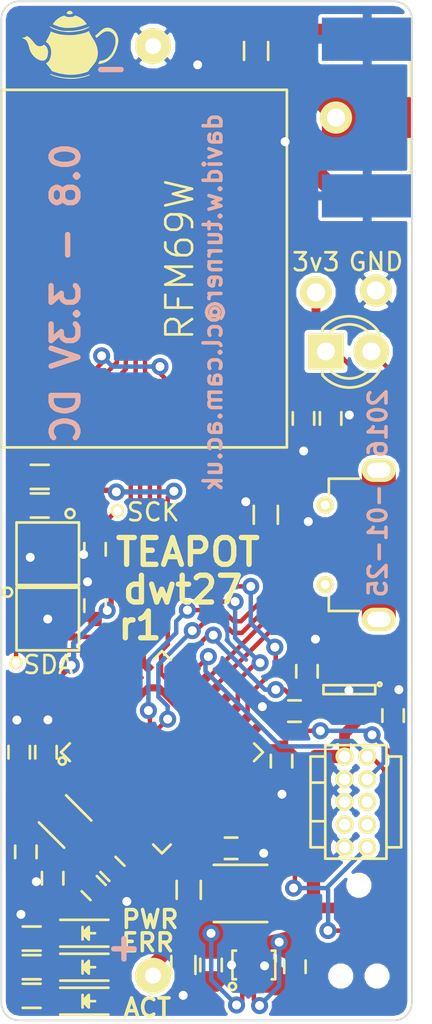
<source format=kicad_pcb>
(kicad_pcb (version 4) (host pcbnew 4.0.1-3.201512221402+6198~38~ubuntu14.04.1-stable)

  (general
    (links 119)
    (no_connects 0)
    (area 115.975 84.785713 143.875 144.65)
    (thickness 1.6)
    (drawings 19)
    (tracks 589)
    (zones 0)
    (modules 49)
    (nets 32)
  )

  (page A4)
  (layers
    (0 F.Cu signal)
    (31 B.Cu signal)
    (32 B.Adhes user)
    (33 F.Adhes user)
    (34 B.Paste user)
    (35 F.Paste user)
    (36 B.SilkS user)
    (37 F.SilkS user)
    (38 B.Mask user)
    (39 F.Mask user)
    (40 Dwgs.User user)
    (41 Cmts.User user)
    (42 Eco1.User user)
    (43 Eco2.User user)
    (44 Edge.Cuts user)
    (45 Margin user)
    (46 B.CrtYd user)
    (47 F.CrtYd user)
    (48 B.Fab user)
    (49 F.Fab user hide)
  )

  (setup
    (last_trace_width 0.25)
    (user_trace_width 0.2)
    (user_trace_width 0.3)
    (user_trace_width 0.4)
    (user_trace_width 0.5)
    (user_trace_width 0.6)
    (user_trace_width 0.75)
    (user_trace_width 1)
    (trace_clearance 0.2)
    (zone_clearance 0.1)
    (zone_45_only no)
    (trace_min 0.2)
    (segment_width 0.2)
    (edge_width 0.1)
    (via_size 0.96)
    (via_drill 0.5)
    (via_min_size 0.96)
    (via_min_drill 0.5)
    (uvia_size 0.96)
    (uvia_drill 0.5)
    (uvias_allowed no)
    (uvia_min_size 0.96)
    (uvia_min_drill 0.5)
    (pcb_text_width 0.3)
    (pcb_text_size 1.5 1.5)
    (mod_edge_width 0.15)
    (mod_text_size 1 1)
    (mod_text_width 0.15)
    (pad_size 0.96 0.96)
    (pad_drill 0.5)
    (pad_to_mask_clearance 0)
    (aux_axis_origin 0 0)
    (visible_elements FFFFFF7F)
    (pcbplotparams
      (layerselection 0x010f8_80000001)
      (usegerberextensions true)
      (excludeedgelayer true)
      (linewidth 0.100000)
      (plotframeref false)
      (viasonmask false)
      (mode 1)
      (useauxorigin false)
      (hpglpennumber 1)
      (hpglpenspeed 20)
      (hpglpendiameter 15)
      (hpglpenoverlay 2)
      (psnegative false)
      (psa4output false)
      (plotreference true)
      (plotvalue true)
      (plotinvisibletext false)
      (padsonsilk false)
      (subtractmaskfromsilk false)
      (outputformat 1)
      (mirror false)
      (drillshape 0)
      (scaleselection 1)
      (outputdirectory gerbers))
  )

  (net 0 "")
  (net 1 "Net-(C1-Pad1)")
  (net 2 GND)
  (net 3 +5V)
  (net 4 +3V3)
  (net 5 "Net-(C4-Pad1)")
  (net 6 "Net-(C8-Pad1)")
  (net 7 "Net-(C9-Pad1)")
  (net 8 /nRST)
  (net 9 "Net-(D2-Pad1)")
  (net 10 "Net-(D3-Pad2)")
  (net 11 "Net-(D4-Pad1)")
  (net 12 "Net-(D5-Pad1)")
  (net 13 /USB_D+)
  (net 14 /USB_D-)
  (net 15 "Net-(L1-Pad2)")
  (net 16 /SWDIO)
  (net 17 /SWCLK)
  (net 18 /LIGHT_SENSE)
  (net 19 /I2C_SCK)
  (net 20 /I2C_SDA)
  (net 21 /RFM_RESET)
  (net 22 /RFM_SCK)
  (net 23 /RFM_MISO)
  (net 24 /RFM_MOSI)
  (net 25 /RFM_NSS)
  (net 26 /LED_GREEN)
  (net 27 /LED_YELLOW)
  (net 28 /LIGHT_EN)
  (net 29 /BATT_MON)
  (net 30 /RFM_DIO0)
  (net 31 /RFM_DIO4)

  (net_class Default "This is the default net class."
    (clearance 0.2)
    (trace_width 0.25)
    (via_dia 0.96)
    (via_drill 0.5)
    (uvia_dia 0.96)
    (uvia_drill 0.5)
    (add_net +3V3)
    (add_net +5V)
    (add_net /BATT_MON)
    (add_net /I2C_SCK)
    (add_net /I2C_SDA)
    (add_net /LED_GREEN)
    (add_net /LED_YELLOW)
    (add_net /LIGHT_EN)
    (add_net /LIGHT_SENSE)
    (add_net /RFM_DIO0)
    (add_net /RFM_DIO4)
    (add_net /RFM_MISO)
    (add_net /RFM_MOSI)
    (add_net /RFM_NSS)
    (add_net /RFM_RESET)
    (add_net /RFM_SCK)
    (add_net /SWCLK)
    (add_net /SWDIO)
    (add_net /USB_D+)
    (add_net /USB_D-)
    (add_net /nRST)
    (add_net GND)
    (add_net "Net-(C1-Pad1)")
    (add_net "Net-(C4-Pad1)")
    (add_net "Net-(C8-Pad1)")
    (add_net "Net-(C9-Pad1)")
    (add_net "Net-(D2-Pad1)")
    (add_net "Net-(D3-Pad2)")
    (add_net "Net-(D4-Pad1)")
    (add_net "Net-(D5-Pad1)")
    (add_net "Net-(L1-Pad2)")
  )

  (module Capacitors_SMD:C_0603 (layer F.Cu) (tedit 56A66085) (tstamp 5694569B)
    (at 129.75 139.9 270)
    (descr "Capacitor SMD 0603, reflow soldering, AVX (see smccp.pdf)")
    (tags "capacitor 0603")
    (path /56708022)
    (attr smd)
    (fp_text reference C1 (at 0 -1.9 270) (layer F.SilkS) hide
      (effects (font (size 1 1) (thickness 0.15)))
    )
    (fp_text value 10u (at 0 1.9 270) (layer F.Fab)
      (effects (font (size 1 1) (thickness 0.15)))
    )
    (fp_line (start -1.45 -0.75) (end 1.45 -0.75) (layer F.CrtYd) (width 0.05))
    (fp_line (start -1.45 0.75) (end 1.45 0.75) (layer F.CrtYd) (width 0.05))
    (fp_line (start -1.45 -0.75) (end -1.45 0.75) (layer F.CrtYd) (width 0.05))
    (fp_line (start 1.45 -0.75) (end 1.45 0.75) (layer F.CrtYd) (width 0.05))
    (fp_line (start -0.35 -0.6) (end 0.35 -0.6) (layer F.SilkS) (width 0.15))
    (fp_line (start 0.35 0.6) (end -0.35 0.6) (layer F.SilkS) (width 0.15))
    (pad 1 smd rect (at -0.75 0 270) (size 0.8 0.75) (layers F.Cu F.Paste F.Mask)
      (net 1 "Net-(C1-Pad1)"))
    (pad 2 smd rect (at 0.75 0 270) (size 0.8 0.75) (layers F.Cu F.Paste F.Mask)
      (net 2 GND))
    (model Capacitors_SMD.3dshapes/C_0603.wrl
      (at (xyz 0 0 0))
      (scale (xyz 1 1 1))
      (rotate (xyz 0 0 0))
    )
  )

  (module Capacitors_SMD:C_0603 (layer F.Cu) (tedit 56A66098) (tstamp 569456A7)
    (at 135.125 123.475 90)
    (descr "Capacitor SMD 0603, reflow soldering, AVX (see smccp.pdf)")
    (tags "capacitor 0603")
    (path /5678522C)
    (attr smd)
    (fp_text reference C2 (at 0 -1.9 90) (layer F.SilkS) hide
      (effects (font (size 1 1) (thickness 0.15)))
    )
    (fp_text value 100n (at 0 1.9 90) (layer F.Fab)
      (effects (font (size 1 1) (thickness 0.15)))
    )
    (fp_line (start -1.45 -0.75) (end 1.45 -0.75) (layer F.CrtYd) (width 0.05))
    (fp_line (start -1.45 0.75) (end 1.45 0.75) (layer F.CrtYd) (width 0.05))
    (fp_line (start -1.45 -0.75) (end -1.45 0.75) (layer F.CrtYd) (width 0.05))
    (fp_line (start 1.45 -0.75) (end 1.45 0.75) (layer F.CrtYd) (width 0.05))
    (fp_line (start -0.35 -0.6) (end 0.35 -0.6) (layer F.SilkS) (width 0.15))
    (fp_line (start 0.35 0.6) (end -0.35 0.6) (layer F.SilkS) (width 0.15))
    (pad 1 smd rect (at -0.75 0 90) (size 0.8 0.75) (layers F.Cu F.Paste F.Mask)
      (net 3 +5V))
    (pad 2 smd rect (at 0.75 0 90) (size 0.8 0.75) (layers F.Cu F.Paste F.Mask)
      (net 2 GND))
    (model Capacitors_SMD.3dshapes/C_0603.wrl
      (at (xyz 0 0 0))
      (scale (xyz 1 1 1))
      (rotate (xyz 0 0 0))
    )
  )

  (module Capacitors_SMD:C_0603 (layer F.Cu) (tedit 56A6608A) (tstamp 569456B3)
    (at 134.45 140 270)
    (descr "Capacitor SMD 0603, reflow soldering, AVX (see smccp.pdf)")
    (tags "capacitor 0603")
    (path /56707DD4)
    (attr smd)
    (fp_text reference C3 (at 0 -1.9 270) (layer F.SilkS) hide
      (effects (font (size 1 1) (thickness 0.15)))
    )
    (fp_text value 10u (at 0 1.9 270) (layer F.Fab)
      (effects (font (size 1 1) (thickness 0.15)))
    )
    (fp_line (start -1.45 -0.75) (end 1.45 -0.75) (layer F.CrtYd) (width 0.05))
    (fp_line (start -1.45 0.75) (end 1.45 0.75) (layer F.CrtYd) (width 0.05))
    (fp_line (start -1.45 -0.75) (end -1.45 0.75) (layer F.CrtYd) (width 0.05))
    (fp_line (start 1.45 -0.75) (end 1.45 0.75) (layer F.CrtYd) (width 0.05))
    (fp_line (start -0.35 -0.6) (end 0.35 -0.6) (layer F.SilkS) (width 0.15))
    (fp_line (start 0.35 0.6) (end -0.35 0.6) (layer F.SilkS) (width 0.15))
    (pad 1 smd rect (at -0.75 0 270) (size 0.8 0.75) (layers F.Cu F.Paste F.Mask)
      (net 4 +3V3))
    (pad 2 smd rect (at 0.75 0 270) (size 0.8 0.75) (layers F.Cu F.Paste F.Mask)
      (net 2 GND))
    (model Capacitors_SMD.3dshapes/C_0603.wrl
      (at (xyz 0 0 0))
      (scale (xyz 1 1 1))
      (rotate (xyz 0 0 0))
    )
  )

  (module Capacitors_SMD:C_0603 (layer F.Cu) (tedit 56A66093) (tstamp 569456BF)
    (at 134.425 125.7 180)
    (descr "Capacitor SMD 0603, reflow soldering, AVX (see smccp.pdf)")
    (tags "capacitor 0603")
    (path /567855AA)
    (attr smd)
    (fp_text reference C4 (at 0 -1.9 180) (layer F.SilkS) hide
      (effects (font (size 1 1) (thickness 0.15)))
    )
    (fp_text value 10n (at 0 1.9 180) (layer F.Fab)
      (effects (font (size 1 1) (thickness 0.15)))
    )
    (fp_line (start -1.45 -0.75) (end 1.45 -0.75) (layer F.CrtYd) (width 0.05))
    (fp_line (start -1.45 0.75) (end 1.45 0.75) (layer F.CrtYd) (width 0.05))
    (fp_line (start -1.45 -0.75) (end -1.45 0.75) (layer F.CrtYd) (width 0.05))
    (fp_line (start 1.45 -0.75) (end 1.45 0.75) (layer F.CrtYd) (width 0.05))
    (fp_line (start -0.35 -0.6) (end 0.35 -0.6) (layer F.SilkS) (width 0.15))
    (fp_line (start 0.35 0.6) (end -0.35 0.6) (layer F.SilkS) (width 0.15))
    (pad 1 smd rect (at -0.75 0 180) (size 0.8 0.75) (layers F.Cu F.Paste F.Mask)
      (net 5 "Net-(C4-Pad1)"))
    (pad 2 smd rect (at 0.75 0 180) (size 0.8 0.75) (layers F.Cu F.Paste F.Mask)
      (net 2 GND))
    (model Capacitors_SMD.3dshapes/C_0603.wrl
      (at (xyz 0 0 0))
      (scale (xyz 1 1 1))
      (rotate (xyz 0 0 0))
    )
  )

  (module Capacitors_SMD:C_0603 (layer F.Cu) (tedit 56A66096) (tstamp 569456CB)
    (at 139.95 125.95 90)
    (descr "Capacitor SMD 0603, reflow soldering, AVX (see smccp.pdf)")
    (tags "capacitor 0603")
    (path /5678577A)
    (attr smd)
    (fp_text reference C5 (at 0 -1.9 90) (layer F.SilkS) hide
      (effects (font (size 1 1) (thickness 0.15)))
    )
    (fp_text value 10u (at 0 1.9 90) (layer F.Fab)
      (effects (font (size 1 1) (thickness 0.15)))
    )
    (fp_line (start -1.45 -0.75) (end 1.45 -0.75) (layer F.CrtYd) (width 0.05))
    (fp_line (start -1.45 0.75) (end 1.45 0.75) (layer F.CrtYd) (width 0.05))
    (fp_line (start -1.45 -0.75) (end -1.45 0.75) (layer F.CrtYd) (width 0.05))
    (fp_line (start 1.45 -0.75) (end 1.45 0.75) (layer F.CrtYd) (width 0.05))
    (fp_line (start -0.35 -0.6) (end 0.35 -0.6) (layer F.SilkS) (width 0.15))
    (fp_line (start 0.35 0.6) (end -0.35 0.6) (layer F.SilkS) (width 0.15))
    (pad 1 smd rect (at -0.75 0 90) (size 0.8 0.75) (layers F.Cu F.Paste F.Mask)
      (net 4 +3V3))
    (pad 2 smd rect (at 0.75 0 90) (size 0.8 0.75) (layers F.Cu F.Paste F.Mask)
      (net 2 GND))
    (model Capacitors_SMD.3dshapes/C_0603.wrl
      (at (xyz 0 0 0))
      (scale (xyz 1 1 1))
      (rotate (xyz 0 0 0))
    )
  )

  (module Capacitors_SMD:C_0603 (layer F.Cu) (tedit 56A65FF8) (tstamp 569456D7)
    (at 136.45 109.33 270)
    (descr "Capacitor SMD 0603, reflow soldering, AVX (see smccp.pdf)")
    (tags "capacitor 0603")
    (path /5670CA15)
    (attr smd)
    (fp_text reference C6 (at 0 -1.9 270) (layer F.SilkS) hide
      (effects (font (size 1 1) (thickness 0.15)))
    )
    (fp_text value 10u (at 0 1.9 270) (layer F.Fab)
      (effects (font (size 1 1) (thickness 0.15)))
    )
    (fp_line (start -1.45 -0.75) (end 1.45 -0.75) (layer F.CrtYd) (width 0.05))
    (fp_line (start -1.45 0.75) (end 1.45 0.75) (layer F.CrtYd) (width 0.05))
    (fp_line (start -1.45 -0.75) (end -1.45 0.75) (layer F.CrtYd) (width 0.05))
    (fp_line (start 1.45 -0.75) (end 1.45 0.75) (layer F.CrtYd) (width 0.05))
    (fp_line (start -0.35 -0.6) (end 0.35 -0.6) (layer F.SilkS) (width 0.15))
    (fp_line (start 0.35 0.6) (end -0.35 0.6) (layer F.SilkS) (width 0.15))
    (pad 1 smd rect (at -0.75 0 270) (size 0.8 0.75) (layers F.Cu F.Paste F.Mask)
      (net 4 +3V3))
    (pad 2 smd rect (at 0.75 0 270) (size 0.8 0.75) (layers F.Cu F.Paste F.Mask)
      (net 2 GND))
    (model Capacitors_SMD.3dshapes/C_0603.wrl
      (at (xyz 0 0 0))
      (scale (xyz 1 1 1))
      (rotate (xyz 0 0 0))
    )
  )

  (module Capacitors_SMD:C_0603 (layer F.Cu) (tedit 56A65FFA) (tstamp 569456E3)
    (at 134.93 109.33 270)
    (descr "Capacitor SMD 0603, reflow soldering, AVX (see smccp.pdf)")
    (tags "capacitor 0603")
    (path /5670C9CC)
    (attr smd)
    (fp_text reference C7 (at 0 -1.9 270) (layer F.SilkS) hide
      (effects (font (size 1 1) (thickness 0.15)))
    )
    (fp_text value 100n (at 0 1.9 270) (layer F.Fab)
      (effects (font (size 1 1) (thickness 0.15)))
    )
    (fp_line (start -1.45 -0.75) (end 1.45 -0.75) (layer F.CrtYd) (width 0.05))
    (fp_line (start -1.45 0.75) (end 1.45 0.75) (layer F.CrtYd) (width 0.05))
    (fp_line (start -1.45 -0.75) (end -1.45 0.75) (layer F.CrtYd) (width 0.05))
    (fp_line (start 1.45 -0.75) (end 1.45 0.75) (layer F.CrtYd) (width 0.05))
    (fp_line (start -0.35 -0.6) (end 0.35 -0.6) (layer F.SilkS) (width 0.15))
    (fp_line (start 0.35 0.6) (end -0.35 0.6) (layer F.SilkS) (width 0.15))
    (pad 1 smd rect (at -0.75 0 270) (size 0.8 0.75) (layers F.Cu F.Paste F.Mask)
      (net 4 +3V3))
    (pad 2 smd rect (at 0.75 0 270) (size 0.8 0.75) (layers F.Cu F.Paste F.Mask)
      (net 2 GND))
    (model Capacitors_SMD.3dshapes/C_0603.wrl
      (at (xyz 0 0 0))
      (scale (xyz 1 1 1))
      (rotate (xyz 0 0 0))
    )
  )

  (module Capacitors_SMD:C_0603 (layer F.Cu) (tedit 56A66051) (tstamp 569456EF)
    (at 120.875 135.05 270)
    (descr "Capacitor SMD 0603, reflow soldering, AVX (see smccp.pdf)")
    (tags "capacitor 0603")
    (path /56762810)
    (attr smd)
    (fp_text reference C8 (at 0 -1.9 270) (layer F.SilkS) hide
      (effects (font (size 1 1) (thickness 0.15)))
    )
    (fp_text value 15p (at 0 1.9 270) (layer F.Fab)
      (effects (font (size 1 1) (thickness 0.15)))
    )
    (fp_line (start -1.45 -0.75) (end 1.45 -0.75) (layer F.CrtYd) (width 0.05))
    (fp_line (start -1.45 0.75) (end 1.45 0.75) (layer F.CrtYd) (width 0.05))
    (fp_line (start -1.45 -0.75) (end -1.45 0.75) (layer F.CrtYd) (width 0.05))
    (fp_line (start 1.45 -0.75) (end 1.45 0.75) (layer F.CrtYd) (width 0.05))
    (fp_line (start -0.35 -0.6) (end 0.35 -0.6) (layer F.SilkS) (width 0.15))
    (fp_line (start 0.35 0.6) (end -0.35 0.6) (layer F.SilkS) (width 0.15))
    (pad 1 smd rect (at -0.75 0 270) (size 0.8 0.75) (layers F.Cu F.Paste F.Mask)
      (net 6 "Net-(C8-Pad1)"))
    (pad 2 smd rect (at 0.75 0 270) (size 0.8 0.75) (layers F.Cu F.Paste F.Mask)
      (net 2 GND))
    (model Capacitors_SMD.3dshapes/C_0603.wrl
      (at (xyz 0 0 0))
      (scale (xyz 1 1 1))
      (rotate (xyz 0 0 0))
    )
  )

  (module Capacitors_SMD:C_0603 (layer F.Cu) (tedit 56A66036) (tstamp 569456FB)
    (at 119.375 133.575 270)
    (descr "Capacitor SMD 0603, reflow soldering, AVX (see smccp.pdf)")
    (tags "capacitor 0603")
    (path /567628C9)
    (attr smd)
    (fp_text reference C9 (at 0 -1.9 270) (layer F.SilkS) hide
      (effects (font (size 1 1) (thickness 0.15)))
    )
    (fp_text value 15p (at 0 1.9 270) (layer F.Fab)
      (effects (font (size 1 1) (thickness 0.15)))
    )
    (fp_line (start -1.45 -0.75) (end 1.45 -0.75) (layer F.CrtYd) (width 0.05))
    (fp_line (start -1.45 0.75) (end 1.45 0.75) (layer F.CrtYd) (width 0.05))
    (fp_line (start -1.45 -0.75) (end -1.45 0.75) (layer F.CrtYd) (width 0.05))
    (fp_line (start 1.45 -0.75) (end 1.45 0.75) (layer F.CrtYd) (width 0.05))
    (fp_line (start -0.35 -0.6) (end 0.35 -0.6) (layer F.SilkS) (width 0.15))
    (fp_line (start 0.35 0.6) (end -0.35 0.6) (layer F.SilkS) (width 0.15))
    (pad 1 smd rect (at -0.75 0 270) (size 0.8 0.75) (layers F.Cu F.Paste F.Mask)
      (net 7 "Net-(C9-Pad1)"))
    (pad 2 smd rect (at 0.75 0 270) (size 0.8 0.75) (layers F.Cu F.Paste F.Mask)
      (net 2 GND))
    (model Capacitors_SMD.3dshapes/C_0603.wrl
      (at (xyz 0 0 0))
      (scale (xyz 1 1 1))
      (rotate (xyz 0 0 0))
    )
  )

  (module Capacitors_SMD:C_0603 (layer F.Cu) (tedit 56A6607E) (tstamp 56945707)
    (at 130.875 133.375)
    (descr "Capacitor SMD 0603, reflow soldering, AVX (see smccp.pdf)")
    (tags "capacitor 0603")
    (path /5675FAE1)
    (attr smd)
    (fp_text reference C10 (at 0 -1.9) (layer F.SilkS) hide
      (effects (font (size 1 1) (thickness 0.15)))
    )
    (fp_text value 100n (at 0 1.9) (layer F.Fab)
      (effects (font (size 1 1) (thickness 0.15)))
    )
    (fp_line (start -1.45 -0.75) (end 1.45 -0.75) (layer F.CrtYd) (width 0.05))
    (fp_line (start -1.45 0.75) (end 1.45 0.75) (layer F.CrtYd) (width 0.05))
    (fp_line (start -1.45 -0.75) (end -1.45 0.75) (layer F.CrtYd) (width 0.05))
    (fp_line (start 1.45 -0.75) (end 1.45 0.75) (layer F.CrtYd) (width 0.05))
    (fp_line (start -0.35 -0.6) (end 0.35 -0.6) (layer F.SilkS) (width 0.15))
    (fp_line (start 0.35 0.6) (end -0.35 0.6) (layer F.SilkS) (width 0.15))
    (pad 1 smd rect (at -0.75 0) (size 0.8 0.75) (layers F.Cu F.Paste F.Mask)
      (net 8 /nRST))
    (pad 2 smd rect (at 0.75 0) (size 0.8 0.75) (layers F.Cu F.Paste F.Mask)
      (net 2 GND))
    (model Capacitors_SMD.3dshapes/C_0603.wrl
      (at (xyz 0 0 0))
      (scale (xyz 1 1 1))
      (rotate (xyz 0 0 0))
    )
  )

  (module Capacitors_SMD:C_0603 (layer F.Cu) (tedit 56A66090) (tstamp 56945713)
    (at 133.7 128.5 270)
    (descr "Capacitor SMD 0603, reflow soldering, AVX (see smccp.pdf)")
    (tags "capacitor 0603")
    (path /56760BD5)
    (attr smd)
    (fp_text reference C11 (at 0 -1.9 270) (layer F.SilkS) hide
      (effects (font (size 1 1) (thickness 0.15)))
    )
    (fp_text value 100n (at 0 1.9 270) (layer F.Fab)
      (effects (font (size 1 1) (thickness 0.15)))
    )
    (fp_line (start -1.45 -0.75) (end 1.45 -0.75) (layer F.CrtYd) (width 0.05))
    (fp_line (start -1.45 0.75) (end 1.45 0.75) (layer F.CrtYd) (width 0.05))
    (fp_line (start -1.45 -0.75) (end -1.45 0.75) (layer F.CrtYd) (width 0.05))
    (fp_line (start 1.45 -0.75) (end 1.45 0.75) (layer F.CrtYd) (width 0.05))
    (fp_line (start -0.35 -0.6) (end 0.35 -0.6) (layer F.SilkS) (width 0.15))
    (fp_line (start 0.35 0.6) (end -0.35 0.6) (layer F.SilkS) (width 0.15))
    (pad 1 smd rect (at -0.75 0 270) (size 0.8 0.75) (layers F.Cu F.Paste F.Mask)
      (net 4 +3V3))
    (pad 2 smd rect (at 0.75 0 270) (size 0.8 0.75) (layers F.Cu F.Paste F.Mask)
      (net 2 GND))
    (model Capacitors_SMD.3dshapes/C_0603.wrl
      (at (xyz 0 0 0))
      (scale (xyz 1 1 1))
      (rotate (xyz 0 0 0))
    )
  )

  (module Capacitors_SMD:C_0603 (layer F.Cu) (tedit 56A6603B) (tstamp 5694571F)
    (at 123.175 135.6 315)
    (descr "Capacitor SMD 0603, reflow soldering, AVX (see smccp.pdf)")
    (tags "capacitor 0603")
    (path /567618D3)
    (attr smd)
    (fp_text reference C12 (at 0 -1.9 315) (layer F.SilkS) hide
      (effects (font (size 1 1) (thickness 0.15)))
    )
    (fp_text value 1u (at 0 1.9 315) (layer F.Fab)
      (effects (font (size 1 1) (thickness 0.15)))
    )
    (fp_line (start -1.45 -0.75) (end 1.45 -0.75) (layer F.CrtYd) (width 0.05))
    (fp_line (start -1.45 0.75) (end 1.45 0.75) (layer F.CrtYd) (width 0.05))
    (fp_line (start -1.45 -0.75) (end -1.45 0.75) (layer F.CrtYd) (width 0.05))
    (fp_line (start 1.45 -0.75) (end 1.45 0.75) (layer F.CrtYd) (width 0.05))
    (fp_line (start -0.35 -0.6) (end 0.35 -0.6) (layer F.SilkS) (width 0.15))
    (fp_line (start 0.35 0.6) (end -0.35 0.6) (layer F.SilkS) (width 0.15))
    (pad 1 smd rect (at -0.75 0 315) (size 0.8 0.75) (layers F.Cu F.Paste F.Mask)
      (net 4 +3V3))
    (pad 2 smd rect (at 0.75 0 315) (size 0.8 0.75) (layers F.Cu F.Paste F.Mask)
      (net 2 GND))
    (model Capacitors_SMD.3dshapes/C_0603.wrl
      (at (xyz 0 0 0))
      (scale (xyz 1 1 1))
      (rotate (xyz 0 0 0))
    )
  )

  (module Capacitors_SMD:C_0603 (layer F.Cu) (tedit 56A6603D) (tstamp 5694572B)
    (at 124.225 134.525 315)
    (descr "Capacitor SMD 0603, reflow soldering, AVX (see smccp.pdf)")
    (tags "capacitor 0603")
    (path /56761B02)
    (attr smd)
    (fp_text reference C13 (at 0 -1.9 315) (layer F.SilkS) hide
      (effects (font (size 1 1) (thickness 0.15)))
    )
    (fp_text value 100n (at 0 1.9 315) (layer F.Fab)
      (effects (font (size 1 1) (thickness 0.15)))
    )
    (fp_line (start -1.45 -0.75) (end 1.45 -0.75) (layer F.CrtYd) (width 0.05))
    (fp_line (start -1.45 0.75) (end 1.45 0.75) (layer F.CrtYd) (width 0.05))
    (fp_line (start -1.45 -0.75) (end -1.45 0.75) (layer F.CrtYd) (width 0.05))
    (fp_line (start 1.45 -0.75) (end 1.45 0.75) (layer F.CrtYd) (width 0.05))
    (fp_line (start -0.35 -0.6) (end 0.35 -0.6) (layer F.SilkS) (width 0.15))
    (fp_line (start 0.35 0.6) (end -0.35 0.6) (layer F.SilkS) (width 0.15))
    (pad 1 smd rect (at -0.75 0 315) (size 0.8 0.75) (layers F.Cu F.Paste F.Mask)
      (net 4 +3V3))
    (pad 2 smd rect (at 0.75 0 315) (size 0.8 0.75) (layers F.Cu F.Paste F.Mask)
      (net 2 GND))
    (model Capacitors_SMD.3dshapes/C_0603.wrl
      (at (xyz 0 0 0))
      (scale (xyz 1 1 1))
      (rotate (xyz 0 0 0))
    )
  )

  (module Capacitors_SMD:C_0603 (layer F.Cu) (tedit 56A6601B) (tstamp 56945737)
    (at 123.25 119.8 270)
    (descr "Capacitor SMD 0603, reflow soldering, AVX (see smccp.pdf)")
    (tags "capacitor 0603")
    (path /56707B80)
    (attr smd)
    (fp_text reference C14 (at 0 -1.9 270) (layer F.SilkS) hide
      (effects (font (size 1 1) (thickness 0.15)))
    )
    (fp_text value 100n (at 0 1.9 270) (layer F.Fab)
      (effects (font (size 1 1) (thickness 0.15)))
    )
    (fp_line (start -1.45 -0.75) (end 1.45 -0.75) (layer F.CrtYd) (width 0.05))
    (fp_line (start -1.45 0.75) (end 1.45 0.75) (layer F.CrtYd) (width 0.05))
    (fp_line (start -1.45 -0.75) (end -1.45 0.75) (layer F.CrtYd) (width 0.05))
    (fp_line (start 1.45 -0.75) (end 1.45 0.75) (layer F.CrtYd) (width 0.05))
    (fp_line (start -0.35 -0.6) (end 0.35 -0.6) (layer F.SilkS) (width 0.15))
    (fp_line (start 0.35 0.6) (end -0.35 0.6) (layer F.SilkS) (width 0.15))
    (pad 1 smd rect (at -0.75 0 270) (size 0.8 0.75) (layers F.Cu F.Paste F.Mask)
      (net 2 GND))
    (pad 2 smd rect (at 0.75 0 270) (size 0.8 0.75) (layers F.Cu F.Paste F.Mask)
      (net 4 +3V3))
    (model Capacitors_SMD.3dshapes/C_0603.wrl
      (at (xyz 0 0 0))
      (scale (xyz 1 1 1))
      (rotate (xyz 0 0 0))
    )
  )

  (module Capacitors_SMD:C_0603 (layer F.Cu) (tedit 56A66027) (tstamp 56945743)
    (at 120.5 128 90)
    (descr "Capacitor SMD 0603, reflow soldering, AVX (see smccp.pdf)")
    (tags "capacitor 0603")
    (path /567610E6)
    (attr smd)
    (fp_text reference C15 (at 0 -1.9 90) (layer F.SilkS) hide
      (effects (font (size 1 1) (thickness 0.15)))
    )
    (fp_text value 100n (at 0 1.9 90) (layer F.Fab)
      (effects (font (size 1 1) (thickness 0.15)))
    )
    (fp_line (start -1.45 -0.75) (end 1.45 -0.75) (layer F.CrtYd) (width 0.05))
    (fp_line (start -1.45 0.75) (end 1.45 0.75) (layer F.CrtYd) (width 0.05))
    (fp_line (start -1.45 -0.75) (end -1.45 0.75) (layer F.CrtYd) (width 0.05))
    (fp_line (start 1.45 -0.75) (end 1.45 0.75) (layer F.CrtYd) (width 0.05))
    (fp_line (start -0.35 -0.6) (end 0.35 -0.6) (layer F.SilkS) (width 0.15))
    (fp_line (start 0.35 0.6) (end -0.35 0.6) (layer F.SilkS) (width 0.15))
    (pad 1 smd rect (at -0.75 0 90) (size 0.8 0.75) (layers F.Cu F.Paste F.Mask)
      (net 4 +3V3))
    (pad 2 smd rect (at 0.75 0 90) (size 0.8 0.75) (layers F.Cu F.Paste F.Mask)
      (net 2 GND))
    (model Capacitors_SMD.3dshapes/C_0603.wrl
      (at (xyz 0 0 0))
      (scale (xyz 1 1 1))
      (rotate (xyz 0 0 0))
    )
  )

  (module Capacitors_SMD:C_0603 (layer F.Cu) (tedit 56A66025) (tstamp 5694574F)
    (at 119 128 90)
    (descr "Capacitor SMD 0603, reflow soldering, AVX (see smccp.pdf)")
    (tags "capacitor 0603")
    (path /56761145)
    (attr smd)
    (fp_text reference C16 (at 0 -1.9 90) (layer F.SilkS) hide
      (effects (font (size 1 1) (thickness 0.15)))
    )
    (fp_text value 10u (at 0 1.9 90) (layer F.Fab)
      (effects (font (size 1 1) (thickness 0.15)))
    )
    (fp_line (start -1.45 -0.75) (end 1.45 -0.75) (layer F.CrtYd) (width 0.05))
    (fp_line (start -1.45 0.75) (end 1.45 0.75) (layer F.CrtYd) (width 0.05))
    (fp_line (start -1.45 -0.75) (end -1.45 0.75) (layer F.CrtYd) (width 0.05))
    (fp_line (start 1.45 -0.75) (end 1.45 0.75) (layer F.CrtYd) (width 0.05))
    (fp_line (start -0.35 -0.6) (end 0.35 -0.6) (layer F.SilkS) (width 0.15))
    (fp_line (start 0.35 0.6) (end -0.35 0.6) (layer F.SilkS) (width 0.15))
    (pad 1 smd rect (at -0.75 0 90) (size 0.8 0.75) (layers F.Cu F.Paste F.Mask)
      (net 4 +3V3))
    (pad 2 smd rect (at 0.75 0 90) (size 0.8 0.75) (layers F.Cu F.Paste F.Mask)
      (net 2 GND))
    (model Capacitors_SMD.3dshapes/C_0603.wrl
      (at (xyz 0 0 0))
      (scale (xyz 1 1 1))
      (rotate (xyz 0 0 0))
    )
  )

  (module Capacitors_SMD:C_0603 (layer F.Cu) (tedit 56A6601D) (tstamp 5694575B)
    (at 123.25 116.65 270)
    (descr "Capacitor SMD 0603, reflow soldering, AVX (see smccp.pdf)")
    (tags "capacitor 0603")
    (path /56708EC5)
    (attr smd)
    (fp_text reference C17 (at 0 -1.9 270) (layer F.SilkS) hide
      (effects (font (size 1 1) (thickness 0.15)))
    )
    (fp_text value 100n (at 0 1.9 270) (layer F.Fab)
      (effects (font (size 1 1) (thickness 0.15)))
    )
    (fp_line (start -1.45 -0.75) (end 1.45 -0.75) (layer F.CrtYd) (width 0.05))
    (fp_line (start -1.45 0.75) (end 1.45 0.75) (layer F.CrtYd) (width 0.05))
    (fp_line (start -1.45 -0.75) (end -1.45 0.75) (layer F.CrtYd) (width 0.05))
    (fp_line (start 1.45 -0.75) (end 1.45 0.75) (layer F.CrtYd) (width 0.05))
    (fp_line (start -0.35 -0.6) (end 0.35 -0.6) (layer F.SilkS) (width 0.15))
    (fp_line (start 0.35 0.6) (end -0.35 0.6) (layer F.SilkS) (width 0.15))
    (pad 1 smd rect (at -0.75 0 270) (size 0.8 0.75) (layers F.Cu F.Paste F.Mask)
      (net 4 +3V3))
    (pad 2 smd rect (at 0.75 0 270) (size 0.8 0.75) (layers F.Cu F.Paste F.Mask)
      (net 2 GND))
    (model Capacitors_SMD.3dshapes/C_0603.wrl
      (at (xyz 0 0 0))
      (scale (xyz 1 1 1))
      (rotate (xyz 0 0 0))
    )
  )

  (module Resistors_SMD:R_0603 (layer F.Cu) (tedit 56A66081) (tstamp 56945767)
    (at 128.2 139.9 270)
    (descr "Resistor SMD 0603, reflow soldering, Vishay (see dcrcw.pdf)")
    (tags "resistor 0603")
    (path /56786E75)
    (attr smd)
    (fp_text reference D1 (at 0 -1.9 270) (layer F.SilkS) hide
      (effects (font (size 1 1) (thickness 0.15)))
    )
    (fp_text value TVS_small (at 0 1.9 270) (layer F.Fab)
      (effects (font (size 1 1) (thickness 0.15)))
    )
    (fp_line (start -1.3 -0.8) (end 1.3 -0.8) (layer F.CrtYd) (width 0.05))
    (fp_line (start -1.3 0.8) (end 1.3 0.8) (layer F.CrtYd) (width 0.05))
    (fp_line (start -1.3 -0.8) (end -1.3 0.8) (layer F.CrtYd) (width 0.05))
    (fp_line (start 1.3 -0.8) (end 1.3 0.8) (layer F.CrtYd) (width 0.05))
    (fp_line (start 0.5 0.675) (end -0.5 0.675) (layer F.SilkS) (width 0.15))
    (fp_line (start -0.5 -0.675) (end 0.5 -0.675) (layer F.SilkS) (width 0.15))
    (pad 1 smd rect (at -0.75 0 270) (size 0.5 0.9) (layers F.Cu F.Paste F.Mask)
      (net 1 "Net-(C1-Pad1)"))
    (pad 2 smd rect (at 0.75 0 270) (size 0.5 0.9) (layers F.Cu F.Paste F.Mask)
      (net 2 GND))
    (model Resistors_SMD.3dshapes/R_0603.wrl
      (at (xyz 0 0 0))
      (scale (xyz 1 1 1))
      (rotate (xyz 0 0 0))
    )
  )

  (module LEDs:LED_0805 (layer F.Cu) (tedit 56A6604F) (tstamp 5694577A)
    (at 122.9 138.125)
    (descr "LED 0805 smd package")
    (tags "LED 0805 SMD")
    (path /5670D4A5)
    (attr smd)
    (fp_text reference D2 (at 0 -1.75) (layer F.SilkS) hide
      (effects (font (size 1 1) (thickness 0.15)))
    )
    (fp_text value RED (at 0 1.75) (layer F.Fab)
      (effects (font (size 1 1) (thickness 0.15)))
    )
    (fp_line (start -1.6 0.75) (end 1.1 0.75) (layer F.SilkS) (width 0.15))
    (fp_line (start -1.6 -0.75) (end 1.1 -0.75) (layer F.SilkS) (width 0.15))
    (fp_line (start -0.1 0.15) (end -0.1 -0.1) (layer F.SilkS) (width 0.15))
    (fp_line (start -0.1 -0.1) (end -0.25 0.05) (layer F.SilkS) (width 0.15))
    (fp_line (start -0.35 -0.35) (end -0.35 0.35) (layer F.SilkS) (width 0.15))
    (fp_line (start 0 0) (end 0.35 0) (layer F.SilkS) (width 0.15))
    (fp_line (start -0.35 0) (end 0 -0.35) (layer F.SilkS) (width 0.15))
    (fp_line (start 0 -0.35) (end 0 0.35) (layer F.SilkS) (width 0.15))
    (fp_line (start 0 0.35) (end -0.35 0) (layer F.SilkS) (width 0.15))
    (fp_line (start 1.9 -0.95) (end 1.9 0.95) (layer F.CrtYd) (width 0.05))
    (fp_line (start 1.9 0.95) (end -1.9 0.95) (layer F.CrtYd) (width 0.05))
    (fp_line (start -1.9 0.95) (end -1.9 -0.95) (layer F.CrtYd) (width 0.05))
    (fp_line (start -1.9 -0.95) (end 1.9 -0.95) (layer F.CrtYd) (width 0.05))
    (pad 2 smd rect (at 1.04902 0 180) (size 1.19888 1.19888) (layers F.Cu F.Paste F.Mask)
      (net 4 +3V3))
    (pad 1 smd rect (at -1.04902 0 180) (size 1.19888 1.19888) (layers F.Cu F.Paste F.Mask)
      (net 9 "Net-(D2-Pad1)"))
    (model LEDs.3dshapes/LED_0805.wrl
      (at (xyz 0 0 0))
      (scale (xyz 1 1 1))
      (rotate (xyz 0 0 0))
    )
  )

  (module Resistors_SMD:R_0603 (layer F.Cu) (tedit 56A65FC2) (tstamp 56945786)
    (at 132.275 88.775 270)
    (descr "Resistor SMD 0603, reflow soldering, Vishay (see dcrcw.pdf)")
    (tags "resistor 0603")
    (path /56787864)
    (attr smd)
    (fp_text reference D3 (at 0 -1.9 270) (layer F.SilkS) hide
      (effects (font (size 1 1) (thickness 0.15)))
    )
    (fp_text value TVS_small (at 0 1.9 270) (layer F.Fab)
      (effects (font (size 1 1) (thickness 0.15)))
    )
    (fp_line (start -1.3 -0.8) (end 1.3 -0.8) (layer F.CrtYd) (width 0.05))
    (fp_line (start -1.3 0.8) (end 1.3 0.8) (layer F.CrtYd) (width 0.05))
    (fp_line (start -1.3 -0.8) (end -1.3 0.8) (layer F.CrtYd) (width 0.05))
    (fp_line (start 1.3 -0.8) (end 1.3 0.8) (layer F.CrtYd) (width 0.05))
    (fp_line (start 0.5 0.675) (end -0.5 0.675) (layer F.SilkS) (width 0.15))
    (fp_line (start -0.5 -0.675) (end 0.5 -0.675) (layer F.SilkS) (width 0.15))
    (pad 1 smd rect (at -0.75 0 270) (size 0.5 0.9) (layers F.Cu F.Paste F.Mask)
      (net 2 GND))
    (pad 2 smd rect (at 0.75 0 270) (size 0.5 0.9) (layers F.Cu F.Paste F.Mask)
      (net 10 "Net-(D3-Pad2)"))
    (model Resistors_SMD.3dshapes/R_0603.wrl
      (at (xyz 0 0 0))
      (scale (xyz 1 1 1))
      (rotate (xyz 0 0 0))
    )
  )

  (module LEDs:LED_0805 (layer F.Cu) (tedit 56A6604C) (tstamp 56945799)
    (at 122.9 141.925)
    (descr "LED 0805 smd package")
    (tags "LED 0805 SMD")
    (path /5670D937)
    (attr smd)
    (fp_text reference D4 (at 0 -1.75) (layer F.SilkS) hide
      (effects (font (size 1 1) (thickness 0.15)))
    )
    (fp_text value GREEN (at 0 1.75) (layer F.Fab)
      (effects (font (size 1 1) (thickness 0.15)))
    )
    (fp_line (start -1.6 0.75) (end 1.1 0.75) (layer F.SilkS) (width 0.15))
    (fp_line (start -1.6 -0.75) (end 1.1 -0.75) (layer F.SilkS) (width 0.15))
    (fp_line (start -0.1 0.15) (end -0.1 -0.1) (layer F.SilkS) (width 0.15))
    (fp_line (start -0.1 -0.1) (end -0.25 0.05) (layer F.SilkS) (width 0.15))
    (fp_line (start -0.35 -0.35) (end -0.35 0.35) (layer F.SilkS) (width 0.15))
    (fp_line (start 0 0) (end 0.35 0) (layer F.SilkS) (width 0.15))
    (fp_line (start -0.35 0) (end 0 -0.35) (layer F.SilkS) (width 0.15))
    (fp_line (start 0 -0.35) (end 0 0.35) (layer F.SilkS) (width 0.15))
    (fp_line (start 0 0.35) (end -0.35 0) (layer F.SilkS) (width 0.15))
    (fp_line (start 1.9 -0.95) (end 1.9 0.95) (layer F.CrtYd) (width 0.05))
    (fp_line (start 1.9 0.95) (end -1.9 0.95) (layer F.CrtYd) (width 0.05))
    (fp_line (start -1.9 0.95) (end -1.9 -0.95) (layer F.CrtYd) (width 0.05))
    (fp_line (start -1.9 -0.95) (end 1.9 -0.95) (layer F.CrtYd) (width 0.05))
    (pad 2 smd rect (at 1.04902 0 180) (size 1.19888 1.19888) (layers F.Cu F.Paste F.Mask)
      (net 26 /LED_GREEN))
    (pad 1 smd rect (at -1.04902 0 180) (size 1.19888 1.19888) (layers F.Cu F.Paste F.Mask)
      (net 11 "Net-(D4-Pad1)"))
    (model LEDs.3dshapes/LED_0805.wrl
      (at (xyz 0 0 0))
      (scale (xyz 1 1 1))
      (rotate (xyz 0 0 0))
    )
  )

  (module LEDs:LED_0805 (layer F.Cu) (tedit 56A6604A) (tstamp 569457AC)
    (at 122.9 140.025)
    (descr "LED 0805 smd package")
    (tags "LED 0805 SMD")
    (path /5670D9B4)
    (attr smd)
    (fp_text reference D5 (at 0 -1.75) (layer F.SilkS) hide
      (effects (font (size 1 1) (thickness 0.15)))
    )
    (fp_text value YELLOW (at 0 1.75) (layer F.Fab)
      (effects (font (size 1 1) (thickness 0.15)))
    )
    (fp_line (start -1.6 0.75) (end 1.1 0.75) (layer F.SilkS) (width 0.15))
    (fp_line (start -1.6 -0.75) (end 1.1 -0.75) (layer F.SilkS) (width 0.15))
    (fp_line (start -0.1 0.15) (end -0.1 -0.1) (layer F.SilkS) (width 0.15))
    (fp_line (start -0.1 -0.1) (end -0.25 0.05) (layer F.SilkS) (width 0.15))
    (fp_line (start -0.35 -0.35) (end -0.35 0.35) (layer F.SilkS) (width 0.15))
    (fp_line (start 0 0) (end 0.35 0) (layer F.SilkS) (width 0.15))
    (fp_line (start -0.35 0) (end 0 -0.35) (layer F.SilkS) (width 0.15))
    (fp_line (start 0 -0.35) (end 0 0.35) (layer F.SilkS) (width 0.15))
    (fp_line (start 0 0.35) (end -0.35 0) (layer F.SilkS) (width 0.15))
    (fp_line (start 1.9 -0.95) (end 1.9 0.95) (layer F.CrtYd) (width 0.05))
    (fp_line (start 1.9 0.95) (end -1.9 0.95) (layer F.CrtYd) (width 0.05))
    (fp_line (start -1.9 0.95) (end -1.9 -0.95) (layer F.CrtYd) (width 0.05))
    (fp_line (start -1.9 -0.95) (end 1.9 -0.95) (layer F.CrtYd) (width 0.05))
    (pad 2 smd rect (at 1.04902 0 180) (size 1.19888 1.19888) (layers F.Cu F.Paste F.Mask)
      (net 27 /LED_YELLOW))
    (pad 1 smd rect (at -1.04902 0 180) (size 1.19888 1.19888) (layers F.Cu F.Paste F.Mask)
      (net 12 "Net-(D5-Pad1)"))
    (model LEDs.3dshapes/LED_0805.wrl
      (at (xyz 0 0 0))
      (scale (xyz 1 1 1))
      (rotate (xyz 0 0 0))
    )
  )

  (module agg:MICROUSB_MOLEX_47589-0001 (layer F.Cu) (tedit 56B4BAA5) (tstamp 569457EF)
    (at 139.15 116.4 90)
    (path /5684927D)
    (fp_text reference J1 (at 0 -4.75 90) (layer F.Fab)
      (effects (font (size 1 1) (thickness 0.15)))
    )
    (fp_text value MICROUSB (at 0 3.75 90) (layer F.Fab)
      (effects (font (size 1 1) (thickness 0.15)))
    )
    (fp_line (start 5 3) (end -5 3) (layer F.CrtYd) (width 0.01))
    (fp_line (start 5 -4) (end 5 3) (layer F.CrtYd) (width 0.01))
    (fp_line (start -5 -4) (end 5 -4) (layer F.CrtYd) (width 0.01))
    (fp_line (start -5 3) (end -5 -4) (layer F.CrtYd) (width 0.01))
    (fp_line (start -3.7 -2.8) (end -3.7 -1.1) (layer F.SilkS) (width 0.15))
    (fp_line (start -2.9 -2.8) (end -3.7 -2.8) (layer F.SilkS) (width 0.15))
    (fp_line (start 3.7 -2.8) (end 2.85 -2.8) (layer F.SilkS) (width 0.15))
    (fp_line (start 3.7 -1.1) (end 3.7 -2.8) (layer F.SilkS) (width 0.15))
    (fp_line (start -1.17 -2.2) (end -1.17 -2.85) (layer F.Fab) (width 0.01))
    (fp_line (start -1.43 -2.2) (end -1.17 -2.2) (layer F.Fab) (width 0.01))
    (fp_line (start -1.43 -2.85) (end -1.43 -2.2) (layer F.Fab) (width 0.01))
    (fp_line (start -0.52 -2.2) (end -0.52 -2.85) (layer F.Fab) (width 0.01))
    (fp_line (start -0.78 -2.2) (end -0.52 -2.2) (layer F.Fab) (width 0.01))
    (fp_line (start -0.78 -2.85) (end -0.78 -2.2) (layer F.Fab) (width 0.01))
    (fp_line (start 1.43 -2.2) (end 1.43 -2.85) (layer F.Fab) (width 0.01))
    (fp_line (start 1.17 -2.2) (end 1.43 -2.2) (layer F.Fab) (width 0.01))
    (fp_line (start 1.17 -2.85) (end 1.17 -2.2) (layer F.Fab) (width 0.01))
    (fp_line (start 0.78 -2.2) (end 0.78 -2.85) (layer F.Fab) (width 0.01))
    (fp_line (start 0.52 -2.2) (end 0.78 -2.2) (layer F.Fab) (width 0.01))
    (fp_line (start 0.52 -2.85) (end 0.52 -2.2) (layer F.Fab) (width 0.01))
    (fp_line (start -0.13 -2.2) (end -0.13 -2.85) (layer F.Fab) (width 0.01))
    (fp_line (start 0.13 -2.2) (end -0.13 -2.2) (layer F.Fab) (width 0.01))
    (fp_line (start 0.13 -2.85) (end 0.13 -2.2) (layer F.Fab) (width 0.01))
    (fp_line (start -2.45 -3.15) (end -2.45 -2.85) (layer F.Fab) (width 0.01))
    (fp_line (start -2 -3.15) (end -2.45 -3.15) (layer F.Fab) (width 0.01))
    (fp_line (start -2 -2.85) (end -2 -3.15) (layer F.Fab) (width 0.01))
    (fp_line (start 2.45 -3.15) (end 2.45 -2.85) (layer F.Fab) (width 0.01))
    (fp_line (start 2 -3.15) (end 2.45 -3.15) (layer F.Fab) (width 0.01))
    (fp_line (start 2 -2.85) (end 2 -3.15) (layer F.Fab) (width 0.01))
    (fp_line (start -4.03 -0.45) (end -4.03 0.45) (layer F.Fab) (width 0.01))
    (fp_line (start 4.03 0.45) (end 4.03 0.45) (layer F.Fab) (width 0.01))
    (fp_line (start 4.03 -0.45) (end 4.03 0.45) (layer F.Fab) (width 0.01))
    (fp_line (start 4.33 -0.45) (end 3.75 -0.45) (layer F.Fab) (width 0.01))
    (fp_line (start 4.33 0.45) (end 4.33 -0.45) (layer F.Fab) (width 0.01))
    (fp_line (start 3.75 0.45) (end 4.33 0.45) (layer F.Fab) (width 0.01))
    (fp_line (start 3.75 -2.85) (end 3.75 2.75) (layer F.Fab) (width 0.01))
    (fp_line (start -3.75 -2.85) (end 3.75 -2.85) (layer F.Fab) (width 0.01))
    (fp_line (start -3.75 2.75) (end -3.75 -2.85) (layer F.Fab) (width 0.01))
    (fp_line (start -3.95 2.75) (end -3.75 2.15) (layer F.Fab) (width 0.01))
    (fp_line (start -4.1 2.75) (end -3.95 2.75) (layer F.Fab) (width 0.01))
    (fp_line (start 3.95 2.75) (end 3.75 2.15) (layer F.Fab) (width 0.01))
    (fp_line (start 4.1 2.75) (end 3.95 2.75) (layer F.Fab) (width 0.01))
    (fp_line (start 3.9 2.15) (end -3.9 2.15) (layer F.Fab) (width 0.01))
    (fp_line (start 4.1 2.75) (end 3.9 2.15) (layer F.Fab) (width 0.01))
    (fp_line (start -4.675 1.45) (end 4.675 1.45) (layer F.Fab) (width 0.01))
    (fp_line (start -3.75 2.75) (end 3.75 2.75) (layer F.Fab) (width 0.01))
    (fp_line (start -4.1 2.75) (end -3.9 2.15) (layer F.Fab) (width 0.01))
    (fp_line (start -4.33 -0.45) (end -3.75 -0.45) (layer F.Fab) (width 0.01))
    (fp_line (start -4.33 0.45) (end -4.33 -0.45) (layer F.Fab) (width 0.01))
    (fp_line (start -3.75 0.45) (end -4.33 0.45) (layer F.Fab) (width 0.01))
    (pad 3 smd rect (at 0 -2.675 90) (size 0.4 1.35) (layers F.Cu F.Paste F.Mask)
      (net 13 /USB_D+))
    (pad 4 smd rect (at 0.65 -2.675 90) (size 0.4 1.35) (layers F.Cu F.Paste F.Mask))
    (pad 2 smd rect (at -0.65 -2.675 90) (size 0.4 1.35) (layers F.Cu F.Paste F.Mask)
      (net 14 /USB_D-))
    (pad 1 smd rect (at -1.3 -2.675 90) (size 0.4 1.35) (layers F.Cu F.Paste F.Mask)
      (net 3 +5V))
    (pad 5 smd rect (at 1.3 -2.675 90) (size 0.4 1.35) (layers F.Cu F.Paste F.Mask)
      (net 2 GND))
    (pad S thru_hole circle (at 2.225 -3 90) (size 0.96 0.96) (drill 0.5) (layers *.Cu *.Mask F.SilkS))
    (pad "" thru_hole circle (at -2.225 -3 90) (size 0.96 0.96) (drill 0.5) (layers *.Cu *.Mask F.SilkS))
    (pad "" smd rect (at 1.15 0 90) (size 1.8 1.9) (layers F.Cu F.Paste F.Mask)
      (solder_paste_margin -0.25))
    (pad "" smd rect (at -1.15 0 90) (size 1.8 1.9) (layers F.Cu F.Paste F.Mask)
      (solder_paste_margin -0.25))
    (pad "" smd rect (at 3.3875 0 90) (size 1.575 1.9) (layers F.Cu F.Paste F.Mask)
      (solder_paste_margin -0.3))
    (pad "" thru_hole oval (at 4.175 0 90) (size 1.31 1.9) (drill oval 0.85 1.3) (layers *.Cu *.Mask F.SilkS))
    (pad "" smd rect (at -3.3875 0 90) (size 1.575 1.9) (layers F.Cu F.Paste F.Mask)
      (solder_paste_margin -0.3))
    (pad "" thru_hole oval (at -4.175 0 90) (size 1.31 1.9) (drill oval 0.85 1.3) (layers *.Cu *.Mask F.SilkS))
  )

  (module footprints:Inductor_1212 (layer F.Cu) (tedit 56A66083) (tstamp 569457F7)
    (at 131.4 135.9)
    (path /56708162)
    (attr smd)
    (fp_text reference L1 (at 0 2.75) (layer F.SilkS) hide
      (effects (font (size 1 1) (thickness 0.15)))
    )
    (fp_text value 4u7 (at 0 -2.75) (layer F.Fab)
      (effects (font (size 1 1) (thickness 0.15)))
    )
    (fp_line (start 1.5 1.6) (end -1.5 1.6) (layer F.SilkS) (width 0.15))
    (fp_line (start -1.5 -1.6) (end 1.5 -1.6) (layer F.SilkS) (width 0.15))
    (pad 1 smd rect (at -1.3 0) (size 1.5 3) (layers F.Cu F.Paste F.Mask)
      (net 1 "Net-(C1-Pad1)"))
    (pad 2 smd rect (at 1.3 0) (size 1.5 3) (layers F.Cu F.Paste F.Mask)
      (net 15 "Net-(L1-Pad2)"))
  )

  (module footprints:SMA-142-0701-801 (layer F.Cu) (tedit 55D342C3) (tstamp 5694580C)
    (at 138.5 92.5 270)
    (path /5670BE45)
    (fp_text reference P2 (at 0 -4.064 270) (layer F.SilkS) hide
      (effects (font (size 1 1) (thickness 0.15)))
    )
    (fp_text value SMA (at -3.556 3.81 270) (layer F.SilkS) hide
      (effects (font (size 1 1) (thickness 0.15)))
    )
    (fp_line (start 1.2 -2.4) (end 3.1 -2.4) (layer F.SilkS) (width 0.15))
    (fp_line (start -3.1 -2.4) (end -1.2 -2.4) (layer F.SilkS) (width 0.15))
    (pad 1 smd rect (at 0 0 270) (size 2.286 5.08) (layers F.Cu F.Mask)
      (net 10 "Net-(D3-Pad2)") (clearance 0.2) (zone_connect 2))
    (pad 2 smd rect (at -4.3815 0 270) (size 2.413 5.08) (layers F.Cu F.Mask)
      (net 2 GND) (zone_connect 1) (thermal_width 0.5) (thermal_gap 0.2))
    (pad 3 smd rect (at 4.3815 0 270) (size 2.413 5.08) (layers F.Cu F.Mask)
      (net 2 GND) (zone_connect 1) (thermal_width 0.5) (thermal_gap 0.2))
    (pad 4 smd rect (at -4.3815 0 270) (size 2.413 5.08) (layers B.Cu B.Mask)
      (net 2 GND) (zone_connect 1) (thermal_width 0.5) (thermal_gap 0.2))
    (pad 5 smd rect (at 4.3815 0 270) (size 2.413 5.08) (layers B.Cu B.Mask)
      (net 2 GND) (zone_connect 1) (thermal_width 0.5) (thermal_gap 0.2))
  )

  (module agg:TC2030-NL (layer F.Cu) (tedit 56848096) (tstamp 5694581D)
    (at 138.04 137.98 270)
    (path /56874823)
    (fp_text reference P3 (at 0 -2.6 270) (layer F.Fab)
      (effects (font (size 1 1) (thickness 0.15)))
    )
    (fp_text value SWD_TC (at 0 2.75 270) (layer F.Fab)
      (effects (font (size 1 1) (thickness 0.15)))
    )
    (fp_line (start -3.5 -2) (end 3.5 -2) (layer F.CrtYd) (width 0.01))
    (fp_line (start -3.5 2) (end -3.5 -2) (layer F.CrtYd) (width 0.01))
    (fp_line (start 3.5 2) (end -3.5 2) (layer F.CrtYd) (width 0.01))
    (fp_line (start 3.5 -2) (end 3.5 2) (layer F.CrtYd) (width 0.01))
    (pad 1 smd circle (at -1.27 0.64 270) (size 0.787 0.787) (layers F.Cu F.Mask)
      (net 4 +3V3))
    (pad 2 smd circle (at -1.27 -0.63 270) (size 0.787 0.787) (layers F.Cu F.Mask)
      (net 16 /SWDIO))
    (pad 3 smd circle (at 0 0.64 270) (size 0.787 0.787) (layers F.Cu F.Mask)
      (net 8 /nRST))
    (pad 4 smd circle (at 0 -0.63 270) (size 0.787 0.787) (layers F.Cu F.Mask)
      (net 17 /SWCLK))
    (pad 5 smd circle (at 1.27 0.64 270) (size 0.787 0.787) (layers F.Cu F.Mask)
      (net 2 GND))
    (pad 6 smd circle (at 1.27 -0.63 270) (size 0.787 0.787) (layers F.Cu F.Mask))
    (pad "" np_thru_hole circle (at -2.54 0.005 270) (size 1 1) (drill 1) (layers *.Cu *.Mask F.SilkS))
    (pad "" np_thru_hole circle (at 2.54 1.021 270) (size 1 1) (drill 1) (layers *.Cu *.Mask F.SilkS))
    (pad "" np_thru_hole circle (at 2.54 -1.011 270) (size 1 1) (drill 1) (layers *.Cu *.Mask F.SilkS))
  )

  (module LEDs:LED-3MM (layer F.Cu) (tedit 56A65FF6) (tstamp 5694582E)
    (at 136.19 105.58)
    (descr "LED 3mm round vertical")
    (tags "LED  3mm round vertical")
    (path /5670A3C2)
    (fp_text reference Q1 (at 1.91 3.06) (layer F.SilkS) hide
      (effects (font (size 1 1) (thickness 0.15)))
    )
    (fp_text value TEPT4400 (at 1.3 -2.9) (layer F.Fab)
      (effects (font (size 1 1) (thickness 0.15)))
    )
    (fp_line (start -1.2 2.3) (end 3.8 2.3) (layer F.CrtYd) (width 0.05))
    (fp_line (start 3.8 2.3) (end 3.8 -2.2) (layer F.CrtYd) (width 0.05))
    (fp_line (start 3.8 -2.2) (end -1.2 -2.2) (layer F.CrtYd) (width 0.05))
    (fp_line (start -1.2 -2.2) (end -1.2 2.3) (layer F.CrtYd) (width 0.05))
    (fp_line (start -0.199 1.314) (end -0.199 1.114) (layer F.SilkS) (width 0.15))
    (fp_line (start -0.199 -1.28) (end -0.199 -1.1) (layer F.SilkS) (width 0.15))
    (fp_arc (start 1.301 0.034) (end -0.199 -1.286) (angle 108.5) (layer F.SilkS) (width 0.15))
    (fp_arc (start 1.301 0.034) (end 0.25 -1.1) (angle 85.7) (layer F.SilkS) (width 0.15))
    (fp_arc (start 1.311 0.034) (end 3.051 0.994) (angle 110) (layer F.SilkS) (width 0.15))
    (fp_arc (start 1.301 0.034) (end 2.335 1.094) (angle 87.5) (layer F.SilkS) (width 0.15))
    (fp_text user K (at -1.69 1.74) (layer F.SilkS) hide
      (effects (font (size 1 1) (thickness 0.15)))
    )
    (pad 1 thru_hole rect (at 0 0 90) (size 2 2) (drill 1.00076) (layers *.Cu *.Mask F.SilkS)
      (net 18 /LIGHT_SENSE))
    (pad 2 thru_hole circle (at 2.54 0) (size 2 2) (drill 1.00076) (layers *.Cu *.Mask F.SilkS)
      (net 28 /LIGHT_EN))
    (model LEDs.3dshapes/LED-3MM.wrl
      (at (xyz 0.05 0 0))
      (scale (xyz 1 1 1))
      (rotate (xyz 0 0 90))
    )
  )

  (module Resistors_SMD:R_0603 (layer F.Cu) (tedit 56A66040) (tstamp 5694583A)
    (at 128.5 135.7 90)
    (descr "Resistor SMD 0603, reflow soldering, Vishay (see dcrcw.pdf)")
    (tags "resistor 0603")
    (path /5678C9FB)
    (attr smd)
    (fp_text reference R1 (at 0 -1.9 90) (layer F.SilkS) hide
      (effects (font (size 1 1) (thickness 0.15)))
    )
    (fp_text value 10k (at 0 1.9 90) (layer F.Fab)
      (effects (font (size 1 1) (thickness 0.15)))
    )
    (fp_line (start -1.3 -0.8) (end 1.3 -0.8) (layer F.CrtYd) (width 0.05))
    (fp_line (start -1.3 0.8) (end 1.3 0.8) (layer F.CrtYd) (width 0.05))
    (fp_line (start -1.3 -0.8) (end -1.3 0.8) (layer F.CrtYd) (width 0.05))
    (fp_line (start 1.3 -0.8) (end 1.3 0.8) (layer F.CrtYd) (width 0.05))
    (fp_line (start 0.5 0.675) (end -0.5 0.675) (layer F.SilkS) (width 0.15))
    (fp_line (start -0.5 -0.675) (end 0.5 -0.675) (layer F.SilkS) (width 0.15))
    (pad 1 smd rect (at -0.75 0 90) (size 0.5 0.9) (layers F.Cu F.Paste F.Mask)
      (net 1 "Net-(C1-Pad1)"))
    (pad 2 smd rect (at 0.75 0 90) (size 0.5 0.9) (layers F.Cu F.Paste F.Mask)
      (net 29 /BATT_MON))
    (model Resistors_SMD.3dshapes/R_0603.wrl
      (at (xyz 0 0 0))
      (scale (xyz 1 1 1))
      (rotate (xyz 0 0 0))
    )
  )

  (module Resistors_SMD:R_0603 (layer F.Cu) (tedit 56A66047) (tstamp 56945846)
    (at 119.7 138.425 180)
    (descr "Resistor SMD 0603, reflow soldering, Vishay (see dcrcw.pdf)")
    (tags "resistor 0603")
    (path /5670D552)
    (attr smd)
    (fp_text reference R2 (at 0 -1.9 180) (layer F.SilkS) hide
      (effects (font (size 1 1) (thickness 0.15)))
    )
    (fp_text value 1k (at 0 1.9 180) (layer F.Fab)
      (effects (font (size 1 1) (thickness 0.15)))
    )
    (fp_line (start -1.3 -0.8) (end 1.3 -0.8) (layer F.CrtYd) (width 0.05))
    (fp_line (start -1.3 0.8) (end 1.3 0.8) (layer F.CrtYd) (width 0.05))
    (fp_line (start -1.3 -0.8) (end -1.3 0.8) (layer F.CrtYd) (width 0.05))
    (fp_line (start 1.3 -0.8) (end 1.3 0.8) (layer F.CrtYd) (width 0.05))
    (fp_line (start 0.5 0.675) (end -0.5 0.675) (layer F.SilkS) (width 0.15))
    (fp_line (start -0.5 -0.675) (end 0.5 -0.675) (layer F.SilkS) (width 0.15))
    (pad 1 smd rect (at -0.75 0 180) (size 0.5 0.9) (layers F.Cu F.Paste F.Mask)
      (net 9 "Net-(D2-Pad1)"))
    (pad 2 smd rect (at 0.75 0 180) (size 0.5 0.9) (layers F.Cu F.Paste F.Mask)
      (net 2 GND))
    (model Resistors_SMD.3dshapes/R_0603.wrl
      (at (xyz 0 0 0))
      (scale (xyz 1 1 1))
      (rotate (xyz 0 0 0))
    )
  )

  (module Resistors_SMD:R_0603 (layer F.Cu) (tedit 56A66011) (tstamp 56945852)
    (at 120.15 114.2)
    (descr "Resistor SMD 0603, reflow soldering, Vishay (see dcrcw.pdf)")
    (tags "resistor 0603")
    (path /567088B5)
    (attr smd)
    (fp_text reference R3 (at 0 -1.9) (layer F.SilkS) hide
      (effects (font (size 1 1) (thickness 0.15)))
    )
    (fp_text value 10k (at 0 1.9) (layer F.Fab)
      (effects (font (size 1 1) (thickness 0.15)))
    )
    (fp_line (start -1.3 -0.8) (end 1.3 -0.8) (layer F.CrtYd) (width 0.05))
    (fp_line (start -1.3 0.8) (end 1.3 0.8) (layer F.CrtYd) (width 0.05))
    (fp_line (start -1.3 -0.8) (end -1.3 0.8) (layer F.CrtYd) (width 0.05))
    (fp_line (start 1.3 -0.8) (end 1.3 0.8) (layer F.CrtYd) (width 0.05))
    (fp_line (start 0.5 0.675) (end -0.5 0.675) (layer F.SilkS) (width 0.15))
    (fp_line (start -0.5 -0.675) (end 0.5 -0.675) (layer F.SilkS) (width 0.15))
    (pad 1 smd rect (at -0.75 0) (size 0.5 0.9) (layers F.Cu F.Paste F.Mask)
      (net 19 /I2C_SCK))
    (pad 2 smd rect (at 0.75 0) (size 0.5 0.9) (layers F.Cu F.Paste F.Mask)
      (net 4 +3V3))
    (model Resistors_SMD.3dshapes/R_0603.wrl
      (at (xyz 0 0 0))
      (scale (xyz 1 1 1))
      (rotate (xyz 0 0 0))
    )
  )

  (module Resistors_SMD:R_0603 (layer F.Cu) (tedit 56A6600E) (tstamp 5694585E)
    (at 120.15 112.6 180)
    (descr "Resistor SMD 0603, reflow soldering, Vishay (see dcrcw.pdf)")
    (tags "resistor 0603")
    (path /56708874)
    (attr smd)
    (fp_text reference R4 (at 0 -1.9 180) (layer F.SilkS) hide
      (effects (font (size 1 1) (thickness 0.15)))
    )
    (fp_text value 10k (at 0 1.9 180) (layer F.Fab)
      (effects (font (size 1 1) (thickness 0.15)))
    )
    (fp_line (start -1.3 -0.8) (end 1.3 -0.8) (layer F.CrtYd) (width 0.05))
    (fp_line (start -1.3 0.8) (end 1.3 0.8) (layer F.CrtYd) (width 0.05))
    (fp_line (start -1.3 -0.8) (end -1.3 0.8) (layer F.CrtYd) (width 0.05))
    (fp_line (start 1.3 -0.8) (end 1.3 0.8) (layer F.CrtYd) (width 0.05))
    (fp_line (start 0.5 0.675) (end -0.5 0.675) (layer F.SilkS) (width 0.15))
    (fp_line (start -0.5 -0.675) (end 0.5 -0.675) (layer F.SilkS) (width 0.15))
    (pad 1 smd rect (at -0.75 0 180) (size 0.5 0.9) (layers F.Cu F.Paste F.Mask)
      (net 4 +3V3))
    (pad 2 smd rect (at 0.75 0 180) (size 0.5 0.9) (layers F.Cu F.Paste F.Mask)
      (net 20 /I2C_SDA))
    (model Resistors_SMD.3dshapes/R_0603.wrl
      (at (xyz 0 0 0))
      (scale (xyz 1 1 1))
      (rotate (xyz 0 0 0))
    )
  )

  (module Resistors_SMD:R_0603 (layer F.Cu) (tedit 56A66042) (tstamp 5694586A)
    (at 119.7 141.625 180)
    (descr "Resistor SMD 0603, reflow soldering, Vishay (see dcrcw.pdf)")
    (tags "resistor 0603")
    (path /5670DB19)
    (attr smd)
    (fp_text reference R5 (at 0 -1.9 180) (layer F.SilkS) hide
      (effects (font (size 1 1) (thickness 0.15)))
    )
    (fp_text value 1k (at 0 1.9 180) (layer F.Fab)
      (effects (font (size 1 1) (thickness 0.15)))
    )
    (fp_line (start -1.3 -0.8) (end 1.3 -0.8) (layer F.CrtYd) (width 0.05))
    (fp_line (start -1.3 0.8) (end 1.3 0.8) (layer F.CrtYd) (width 0.05))
    (fp_line (start -1.3 -0.8) (end -1.3 0.8) (layer F.CrtYd) (width 0.05))
    (fp_line (start 1.3 -0.8) (end 1.3 0.8) (layer F.CrtYd) (width 0.05))
    (fp_line (start 0.5 0.675) (end -0.5 0.675) (layer F.SilkS) (width 0.15))
    (fp_line (start -0.5 -0.675) (end 0.5 -0.675) (layer F.SilkS) (width 0.15))
    (pad 1 smd rect (at -0.75 0 180) (size 0.5 0.9) (layers F.Cu F.Paste F.Mask)
      (net 11 "Net-(D4-Pad1)"))
    (pad 2 smd rect (at 0.75 0 180) (size 0.5 0.9) (layers F.Cu F.Paste F.Mask)
      (net 2 GND))
    (model Resistors_SMD.3dshapes/R_0603.wrl
      (at (xyz 0 0 0))
      (scale (xyz 1 1 1))
      (rotate (xyz 0 0 0))
    )
  )

  (module Resistors_SMD:R_0603 (layer F.Cu) (tedit 56A66045) (tstamp 56945876)
    (at 119.7 140.025 180)
    (descr "Resistor SMD 0603, reflow soldering, Vishay (see dcrcw.pdf)")
    (tags "resistor 0603")
    (path /5670DB64)
    (attr smd)
    (fp_text reference R6 (at 0 -1.9 180) (layer F.SilkS) hide
      (effects (font (size 1 1) (thickness 0.15)))
    )
    (fp_text value 1k (at 0 1.9 180) (layer F.Fab)
      (effects (font (size 1 1) (thickness 0.15)))
    )
    (fp_line (start -1.3 -0.8) (end 1.3 -0.8) (layer F.CrtYd) (width 0.05))
    (fp_line (start -1.3 0.8) (end 1.3 0.8) (layer F.CrtYd) (width 0.05))
    (fp_line (start -1.3 -0.8) (end -1.3 0.8) (layer F.CrtYd) (width 0.05))
    (fp_line (start 1.3 -0.8) (end 1.3 0.8) (layer F.CrtYd) (width 0.05))
    (fp_line (start 0.5 0.675) (end -0.5 0.675) (layer F.SilkS) (width 0.15))
    (fp_line (start -0.5 -0.675) (end 0.5 -0.675) (layer F.SilkS) (width 0.15))
    (pad 1 smd rect (at -0.75 0 180) (size 0.5 0.9) (layers F.Cu F.Paste F.Mask)
      (net 12 "Net-(D5-Pad1)"))
    (pad 2 smd rect (at 0.75 0 180) (size 0.5 0.9) (layers F.Cu F.Paste F.Mask)
      (net 2 GND))
    (model Resistors_SMD.3dshapes/R_0603.wrl
      (at (xyz 0 0 0))
      (scale (xyz 1 1 1))
      (rotate (xyz 0 0 0))
    )
  )

  (module Resistors_SMD:R_0603 (layer F.Cu) (tedit 56A66000) (tstamp 56945882)
    (at 132.82 114.72 90)
    (descr "Resistor SMD 0603, reflow soldering, Vishay (see dcrcw.pdf)")
    (tags "resistor 0603")
    (path /56709F9B)
    (attr smd)
    (fp_text reference R7 (at 0 -1.9 90) (layer F.SilkS) hide
      (effects (font (size 1 1) (thickness 0.15)))
    )
    (fp_text value 10k (at 0 1.9 90) (layer F.Fab)
      (effects (font (size 1 1) (thickness 0.15)))
    )
    (fp_line (start -1.3 -0.8) (end 1.3 -0.8) (layer F.CrtYd) (width 0.05))
    (fp_line (start -1.3 0.8) (end 1.3 0.8) (layer F.CrtYd) (width 0.05))
    (fp_line (start -1.3 -0.8) (end -1.3 0.8) (layer F.CrtYd) (width 0.05))
    (fp_line (start 1.3 -0.8) (end 1.3 0.8) (layer F.CrtYd) (width 0.05))
    (fp_line (start 0.5 0.675) (end -0.5 0.675) (layer F.SilkS) (width 0.15))
    (fp_line (start -0.5 -0.675) (end 0.5 -0.675) (layer F.SilkS) (width 0.15))
    (pad 1 smd rect (at -0.75 0 90) (size 0.5 0.9) (layers F.Cu F.Paste F.Mask)
      (net 18 /LIGHT_SENSE))
    (pad 2 smd rect (at 0.75 0 90) (size 0.5 0.9) (layers F.Cu F.Paste F.Mask)
      (net 2 GND))
    (model Resistors_SMD.3dshapes/R_0603.wrl
      (at (xyz 0 0 0))
      (scale (xyz 1 1 1))
      (rotate (xyz 0 0 0))
    )
  )

  (module footprints:Test_point (layer F.Cu) (tedit 56A65FC6) (tstamp 56945887)
    (at 136.75 92.5)
    (descr "Test Point")
    (tags "test point")
    (path /5670C17A)
    (fp_text reference TP1 (at 0 2) (layer F.SilkS) hide
      (effects (font (size 1 1) (thickness 0.15)))
    )
    (fp_text value ANT (at 0 -1.6) (layer F.SilkS) hide
      (effects (font (size 1 1) (thickness 0.15)))
    )
    (pad 1 thru_hole circle (at 0 0) (size 1.8 1.8) (drill 1.016) (layers *.Cu *.Mask F.SilkS)
      (net 10 "Net-(D3-Pad2)"))
    (model Pin_Headers.3dshapes/Pin_Header_Straight_1x01.wrl
      (at (xyz 0 0 0))
      (scale (xyz 1 1 1))
      (rotate (xyz 0 0 90))
    )
  )

  (module footprints:Test_point (layer F.Cu) (tedit 5684A336) (tstamp 5694588C)
    (at 135.63 102.28)
    (descr "Test Point")
    (tags "test point")
    (path /5684C50B)
    (fp_text reference TP2 (at 0 2) (layer F.SilkS) hide
      (effects (font (size 1 1) (thickness 0.15)))
    )
    (fp_text value 3v3 (at 0 -1.7) (layer F.SilkS)
      (effects (font (size 1 1) (thickness 0.15)))
    )
    (pad 1 thru_hole circle (at 0 0) (size 1.8 1.8) (drill 1.016) (layers *.Cu *.Mask F.SilkS)
      (net 4 +3V3))
    (model Pin_Headers.3dshapes/Pin_Header_Straight_1x01.wrl
      (at (xyz 0 0 0))
      (scale (xyz 1 1 1))
      (rotate (xyz 0 0 90))
    )
  )

  (module footprints:Test_point (layer F.Cu) (tedit 5684A336) (tstamp 56945891)
    (at 138.99 102.17)
    (descr "Test Point")
    (tags "test point")
    (path /5684CE6A)
    (fp_text reference TP3 (at 0 2) (layer F.SilkS) hide
      (effects (font (size 1 1) (thickness 0.15)))
    )
    (fp_text value GND (at 0 -1.6) (layer F.SilkS)
      (effects (font (size 1 1) (thickness 0.15)))
    )
    (pad 1 thru_hole circle (at 0 0) (size 1.8 1.8) (drill 1.016) (layers *.Cu *.Mask F.SilkS)
      (net 2 GND))
    (model Pin_Headers.3dshapes/Pin_Header_Straight_1x01.wrl
      (at (xyz 0 0 0))
      (scale (xyz 1 1 1))
      (rotate (xyz 0 0 90))
    )
  )

  (module footprints:Test_point_mini (layer F.Cu) (tedit 5684A4EC) (tstamp 56945896)
    (at 124.5 114.5)
    (descr "Test Point")
    (tags "test point")
    (path /5684D483)
    (fp_text reference TP4 (at 0 2) (layer F.SilkS) hide
      (effects (font (size 1 1) (thickness 0.15)))
    )
    (fp_text value SCK (at 2.01 0.07) (layer F.SilkS)
      (effects (font (size 1 1) (thickness 0.15)))
    )
    (pad 1 thru_hole circle (at 0 0) (size 0.75 0.75) (drill 0.5) (layers *.Cu *.Mask F.SilkS)
      (net 19 /I2C_SCK))
    (model Pin_Headers.3dshapes/Pin_Header_Straight_1x01.wrl
      (at (xyz 0 0 0))
      (scale (xyz 1 1 1))
      (rotate (xyz 0 0 90))
    )
  )

  (module footprints:Test_point_mini (layer F.Cu) (tedit 5684A4EC) (tstamp 5694589B)
    (at 118.825 123)
    (descr "Test Point")
    (tags "test point")
    (path /5684D727)
    (fp_text reference TP5 (at 0 2) (layer F.SilkS) hide
      (effects (font (size 1 1) (thickness 0.15)))
    )
    (fp_text value SDA (at 1.805 0.11) (layer F.SilkS)
      (effects (font (size 1 1) (thickness 0.15)))
    )
    (pad 1 thru_hole circle (at 0 0) (size 0.75 0.75) (drill 0.5) (layers *.Cu *.Mask F.SilkS)
      (net 20 /I2C_SDA))
    (model Pin_Headers.3dshapes/Pin_Header_Straight_1x01.wrl
      (at (xyz 0 0 0))
      (scale (xyz 1 1 1))
      (rotate (xyz 0 0 90))
    )
  )

  (module TO_SOT_Packages_SMD:SOT-23-5 (layer F.Cu) (tedit 56A6609A) (tstamp 569458AD)
    (at 137.5 124.5 270)
    (descr "5-pin SOT23 package")
    (tags SOT-23-5)
    (path /56785040)
    (attr smd)
    (fp_text reference U1 (at -0.05 -2.55 270) (layer F.SilkS) hide
      (effects (font (size 1 1) (thickness 0.15)))
    )
    (fp_text value TPS79333DBVR (at -0.05 2.35 270) (layer F.Fab)
      (effects (font (size 1 1) (thickness 0.15)))
    )
    (fp_line (start -1.8 -1.6) (end 1.8 -1.6) (layer F.CrtYd) (width 0.05))
    (fp_line (start 1.8 -1.6) (end 1.8 1.6) (layer F.CrtYd) (width 0.05))
    (fp_line (start 1.8 1.6) (end -1.8 1.6) (layer F.CrtYd) (width 0.05))
    (fp_line (start -1.8 1.6) (end -1.8 -1.6) (layer F.CrtYd) (width 0.05))
    (fp_circle (center -0.3 -1.7) (end -0.2 -1.7) (layer F.SilkS) (width 0.15))
    (fp_line (start 0.25 -1.45) (end -0.25 -1.45) (layer F.SilkS) (width 0.15))
    (fp_line (start 0.25 1.45) (end 0.25 -1.45) (layer F.SilkS) (width 0.15))
    (fp_line (start -0.25 1.45) (end 0.25 1.45) (layer F.SilkS) (width 0.15))
    (fp_line (start -0.25 -1.45) (end -0.25 1.45) (layer F.SilkS) (width 0.15))
    (pad 1 smd rect (at -1.1 -0.95 270) (size 1.06 0.65) (layers F.Cu F.Paste F.Mask)
      (net 3 +5V))
    (pad 2 smd rect (at -1.1 0 270) (size 1.06 0.65) (layers F.Cu F.Paste F.Mask)
      (net 2 GND))
    (pad 3 smd rect (at -1.1 0.95 270) (size 1.06 0.65) (layers F.Cu F.Paste F.Mask)
      (net 3 +5V))
    (pad 4 smd rect (at 1.1 0.95 270) (size 1.06 0.65) (layers F.Cu F.Paste F.Mask)
      (net 5 "Net-(C4-Pad1)"))
    (pad 5 smd rect (at 1.1 -0.95 270) (size 1.06 0.65) (layers F.Cu F.Paste F.Mask)
      (net 4 +3V3))
    (model TO_SOT_Packages_SMD.3dshapes/SOT-23-5.wrl
      (at (xyz 0 0 0))
      (scale (xyz 1 1 1))
      (rotate (xyz 0 0 0))
    )
  )

  (module footprints:SC-70 (layer F.Cu) (tedit 56A66088) (tstamp 569458BE)
    (at 132.15 139.9)
    (descr 6)
    (path /56707CBF)
    (fp_text reference U2 (at 2.5 -0.2 90) (layer F.SilkS) hide
      (effects (font (size 1.5 1.5) (thickness 0.15)))
    )
    (fp_text value TLV61225 (at -5.9 0) (layer F.Fab) hide
      (effects (font (size 1.5 1.5) (thickness 0.15)))
    )
    (fp_circle (center -1.2 1.2) (end -1 1.2) (layer F.SilkS) (width 0.15))
    (fp_line (start 1 -0.8) (end 1.2 -0.8) (layer F.SilkS) (width 0.15))
    (fp_line (start 1.2 -0.8) (end 1.2 0.8) (layer F.SilkS) (width 0.15))
    (fp_line (start 1.2 0.8) (end 1 0.8) (layer F.SilkS) (width 0.15))
    (fp_line (start -1.2 -0.8) (end -1 -0.8) (layer F.SilkS) (width 0.15))
    (fp_line (start -1.2 -0.8) (end -1.2 0.8) (layer F.SilkS) (width 0.15))
    (fp_line (start -1.2 0.8) (end -1 0.8) (layer F.SilkS) (width 0.15))
    (pad 6 smd rect (at -0.65 -1.1) (size 0.4 0.9) (layers F.Cu F.Paste F.Mask)
      (net 1 "Net-(C1-Pad1)"))
    (pad 5 smd rect (at 0 -1.1) (size 0.4 0.9) (layers F.Cu F.Paste F.Mask)
      (net 15 "Net-(L1-Pad2)"))
    (pad 4 smd rect (at 0.65 -1.1) (size 0.4 0.9) (layers F.Cu F.Paste F.Mask)
      (net 4 +3V3))
    (pad 1 smd rect (at -0.65 1.1) (size 0.4 0.9) (layers F.Cu F.Paste F.Mask)
      (net 1 "Net-(C1-Pad1)"))
    (pad 2 smd rect (at 0 1.1) (size 0.4 0.9) (layers F.Cu F.Paste F.Mask)
      (net 4 +3V3))
    (pad 3 smd rect (at 0.65 1.1) (size 0.4 0.9) (layers F.Cu F.Paste F.Mask)
      (net 2 GND))
  )

  (module footprints:RFM69 (layer F.Cu) (tedit 56A65FE3) (tstamp 569458D6)
    (at 126 100.95 90)
    (path /5670B4E9)
    (fp_text reference U4 (at 0.5 0 90) (layer F.SilkS) hide
      (effects (font (size 1.5 1.5) (thickness 0.15)))
    )
    (fp_text value RFM69W (at 0.5 2 90) (layer F.SilkS)
      (effects (font (size 1.5 1.5) (thickness 0.15)))
    )
    (fp_line (start -10 -8) (end -10 8) (layer F.SilkS) (width 0.15))
    (fp_line (start -10 8) (end 10 8) (layer F.SilkS) (width 0.15))
    (fp_line (start 10 8) (end 10 -8) (layer F.SilkS) (width 0.15))
    (fp_line (start 10 -8) (end -10 -8) (layer F.SilkS) (width 0.15))
    (pad 9 smd rect (at 8.85 7 90) (size 2 1.2) (layers F.Cu F.Paste F.Mask)
      (net 2 GND))
    (pad 1 smd rect (at -8.85 -7 90) (size 2 1.2) (layers F.Cu F.Paste F.Mask)
      (net 21 /RFM_RESET))
    (pad 2 smd rect (at -8.85 -5 90) (size 2 1.2) (layers F.Cu F.Paste F.Mask)
      (net 30 /RFM_DIO0))
    (pad 3 smd rect (at -8.85 -3 90) (size 2 1.2) (layers F.Cu F.Paste F.Mask))
    (pad 4 smd rect (at -8.85 -1 90) (size 2 1.2) (layers F.Cu F.Paste F.Mask))
    (pad 5 smd rect (at -8.85 1 90) (size 2 1.2) (layers F.Cu F.Paste F.Mask))
    (pad 6 smd rect (at -8.85 3 90) (size 2 1.2) (layers F.Cu F.Paste F.Mask)
      (net 31 /RFM_DIO4))
    (pad 7 smd rect (at -8.85 5 90) (size 2 1.2) (layers F.Cu F.Paste F.Mask))
    (pad 8 smd rect (at -8.85 7 90) (size 2 1.2) (layers F.Cu F.Paste F.Mask)
      (net 4 +3V3))
    (pad 10 smd rect (at 8.85 5 90) (size 2 1.2) (layers F.Cu F.Paste F.Mask)
      (net 10 "Net-(D3-Pad2)"))
    (pad 11 smd rect (at 8.85 3 90) (size 2 1.2) (layers F.Cu F.Paste F.Mask)
      (net 2 GND))
    (pad 12 smd rect (at 8.85 1 90) (size 2 1.2) (layers F.Cu F.Paste F.Mask)
      (net 22 /RFM_SCK))
    (pad 13 smd rect (at 8.85 -1 90) (size 2 1.2) (layers F.Cu F.Paste F.Mask)
      (net 23 /RFM_MISO))
    (pad 14 smd rect (at 8.85 -3 90) (size 2 1.2) (layers F.Cu F.Paste F.Mask)
      (net 24 /RFM_MOSI))
    (pad 15 smd rect (at 8.85 -5 90) (size 2 1.2) (layers F.Cu F.Paste F.Mask)
      (net 25 /RFM_NSS))
    (pad 16 smd rect (at 8.85 -7 90) (size 2 1.2) (layers F.Cu F.Paste F.Mask))
  )

  (module footprints:LQFP32_ST (layer F.Cu) (tedit 56A66023) (tstamp 56945903)
    (at 127 128 315)
    (path /56944F3F)
    (fp_text reference U5 (at 0 0.75 315) (layer F.SilkS) hide
      (effects (font (size 1.5 1.5) (thickness 0.15)))
    )
    (fp_text value STM32L052K6T6 (at 0 -0.75 315) (layer F.Fab)
      (effects (font (size 1.5 1.5) (thickness 0.15)))
    )
    (fp_circle (center -3.6 4.3) (end -3.8 4.3) (layer F.SilkS) (width 0.15))
    (fp_line (start 4 4) (end 3.3 4) (layer F.SilkS) (width 0.15))
    (fp_line (start 4 3.3) (end 4 4) (layer F.SilkS) (width 0.15))
    (fp_line (start -4 4) (end -3.3 4) (layer F.SilkS) (width 0.15))
    (fp_line (start -4 3.3) (end -4 4) (layer F.SilkS) (width 0.15))
    (fp_line (start 4 -4) (end 4 -3.3) (layer F.SilkS) (width 0.15))
    (fp_line (start 3.3 -4) (end 4 -4) (layer F.SilkS) (width 0.15))
    (fp_line (start -4 -4) (end -3.3 -4) (layer F.SilkS) (width 0.15))
    (fp_line (start -4 -3.3) (end -4 -4) (layer F.SilkS) (width 0.15))
    (pad 1 smd rect (at -2.8 4.25 315) (size 0.5 1.2) (layers F.Cu F.Paste F.Mask)
      (net 4 +3V3))
    (pad 2 smd rect (at -2 4.25 315) (size 0.5 1.2) (layers F.Cu F.Paste F.Mask)
      (net 7 "Net-(C9-Pad1)"))
    (pad 3 smd rect (at -1.2 4.25 315) (size 0.5 1.2) (layers F.Cu F.Paste F.Mask)
      (net 6 "Net-(C8-Pad1)"))
    (pad 4 smd rect (at -0.4 4.25 315) (size 0.5 1.2) (layers F.Cu F.Paste F.Mask)
      (net 8 /nRST))
    (pad 5 smd rect (at 0.4 4.25 315) (size 0.5 1.2) (layers F.Cu F.Paste F.Mask)
      (net 4 +3V3))
    (pad 6 smd rect (at 1.2 4.25 315) (size 0.5 1.2) (layers F.Cu F.Paste F.Mask)
      (net 27 /LED_YELLOW))
    (pad 7 smd rect (at 2 4.25 315) (size 0.5 1.2) (layers F.Cu F.Paste F.Mask)
      (net 26 /LED_GREEN))
    (pad 8 smd rect (at 2.8 4.25 315) (size 0.5 1.2) (layers F.Cu F.Paste F.Mask)
      (net 29 /BATT_MON))
    (pad 17 smd rect (at 2.8 -4.25 315) (size 0.5 1.2) (layers F.Cu F.Paste F.Mask)
      (net 4 +3V3))
    (pad 18 smd rect (at 2 -4.25 315) (size 0.5 1.2) (layers F.Cu F.Paste F.Mask)
      (net 30 /RFM_DIO0))
    (pad 19 smd rect (at 1.2 -4.25 315) (size 0.5 1.2) (layers F.Cu F.Paste F.Mask)
      (net 31 /RFM_DIO4))
    (pad 20 smd rect (at 0.4 -4.25 315) (size 0.5 1.2) (layers F.Cu F.Paste F.Mask)
      (net 21 /RFM_RESET))
    (pad 21 smd rect (at -0.4 -4.25 315) (size 0.5 1.2) (layers F.Cu F.Paste F.Mask)
      (net 14 /USB_D-))
    (pad 22 smd rect (at -1.2 -4.25 315) (size 0.5 1.2) (layers F.Cu F.Paste F.Mask)
      (net 13 /USB_D+))
    (pad 23 smd rect (at -2 -4.25 315) (size 0.5 1.2) (layers F.Cu F.Paste F.Mask)
      (net 16 /SWDIO))
    (pad 24 smd rect (at -2.8 -4.25 315) (size 0.5 1.2) (layers F.Cu F.Paste F.Mask)
      (net 17 /SWCLK))
    (pad 9 smd rect (at 4.25 2.8 315) (size 1.2 0.5) (layers F.Cu F.Paste F.Mask)
      (net 18 /LIGHT_SENSE))
    (pad 10 smd rect (at 4.25 2 315) (size 1.2 0.5) (layers F.Cu F.Paste F.Mask)
      (net 28 /LIGHT_EN))
    (pad 11 smd rect (at 4.25 1.2 315) (size 1.2 0.5) (layers F.Cu F.Paste F.Mask))
    (pad 12 smd rect (at 4.25 0.4 315) (size 1.2 0.5) (layers F.Cu F.Paste F.Mask))
    (pad 13 smd rect (at 4.25 -0.4 315) (size 1.2 0.5) (layers F.Cu F.Paste F.Mask))
    (pad 14 smd rect (at 4.25 -1.2 315) (size 1.2 0.5) (layers F.Cu F.Paste F.Mask))
    (pad 15 smd rect (at 4.25 -2 315) (size 1.2 0.5) (layers F.Cu F.Paste F.Mask))
    (pad 16 smd rect (at 4.25 -2.8 315) (size 1.2 0.5) (layers F.Cu F.Paste F.Mask)
      (net 2 GND))
    (pad 25 smd rect (at -4.25 -2.8 315) (size 1.2 0.5) (layers F.Cu F.Paste F.Mask)
      (net 25 /RFM_NSS))
    (pad 26 smd rect (at -4.25 -2 315) (size 1.2 0.5) (layers F.Cu F.Paste F.Mask)
      (net 22 /RFM_SCK))
    (pad 27 smd rect (at -4.25 -1.2 315) (size 1.2 0.5) (layers F.Cu F.Paste F.Mask)
      (net 23 /RFM_MISO))
    (pad 28 smd rect (at -4.25 -0.4 315) (size 1.2 0.5) (layers F.Cu F.Paste F.Mask)
      (net 24 /RFM_MOSI))
    (pad 29 smd rect (at -4.25 0.4 315) (size 1.2 0.5) (layers F.Cu F.Paste F.Mask)
      (net 19 /I2C_SCK))
    (pad 30 smd rect (at -4.25 1.2 315) (size 1.2 0.5) (layers F.Cu F.Paste F.Mask)
      (net 20 /I2C_SDA))
    (pad 31 smd rect (at -4.25 2 315) (size 1.2 0.5) (layers F.Cu F.Paste F.Mask)
      (net 2 GND))
    (pad 32 smd rect (at -4.25 2.8 315) (size 1.2 0.5) (layers F.Cu F.Paste F.Mask)
      (net 2 GND))
  )

  (module footprints:HTU21D (layer F.Cu) (tedit 56A66008) (tstamp 56945913)
    (at 120.6 120.55)
    (path /5670851D)
    (fp_text reference U6 (at 0.25 3) (layer F.SilkS) hide
      (effects (font (size 1.5 1.5) (thickness 0.15)))
    )
    (fp_text value HTU21D (at 0 -3.5) (layer F.Fab) hide
      (effects (font (size 1.5 1.5) (thickness 0.15)))
    )
    (fp_circle (center -2.25 -1.5) (end -2 -1.5) (layer F.SilkS) (width 0.15))
    (fp_line (start -1.75 -1.75) (end -1.75 1.75) (layer F.SilkS) (width 0.15))
    (fp_line (start -1.75 1.75) (end 1.75 1.75) (layer F.SilkS) (width 0.15))
    (fp_line (start 1.75 1.75) (end 1.75 -1.75) (layer F.SilkS) (width 0.15))
    (fp_line (start 1.75 -1.75) (end -1.75 -1.75) (layer F.SilkS) (width 0.15))
    (pad 1 smd rect (at -1.35 -1) (size 0.6 0.4) (layers F.Cu F.Paste F.Mask)
      (net 20 /I2C_SDA))
    (pad 2 smd rect (at -1.35 0) (size 0.6 0.4) (layers F.Cu F.Paste F.Mask)
      (net 2 GND))
    (pad 3 smd rect (at -1.35 1) (size 0.6 0.4) (layers F.Cu F.Paste F.Mask))
    (pad 4 smd rect (at 1.35 -1) (size 0.6 0.4) (layers F.Cu F.Paste F.Mask))
    (pad 5 smd rect (at 1.35 0) (size 0.6 0.4) (layers F.Cu F.Paste F.Mask)
      (net 4 +3V3))
    (pad 6 smd rect (at 1.35 1) (size 0.6 0.4) (layers F.Cu F.Paste F.Mask)
      (net 19 /I2C_SCK))
    (pad 2 smd rect (at 0 0) (size 1.5 2.4) (layers F.Cu F.Paste F.Mask)
      (net 2 GND))
  )

  (module footprints:MS563702 (layer F.Cu) (tedit 56A66005) (tstamp 56945920)
    (at 120.6 116.9 270)
    (path /56708DE8)
    (fp_text reference U7 (at 0 3 270) (layer F.SilkS) hide
      (effects (font (size 1.5 1.5) (thickness 0.15)))
    )
    (fp_text value MS5637 (at 0 -3 270) (layer F.Fab) hide
      (effects (font (size 1.5 1.5) (thickness 0.15)))
    )
    (fp_circle (center -2.25 -1.25) (end -2 -1.25) (layer F.SilkS) (width 0.15))
    (fp_line (start -1.75 -1.75) (end -1.75 1.75) (layer F.SilkS) (width 0.15))
    (fp_line (start -1.75 1.75) (end 1.75 1.75) (layer F.SilkS) (width 0.15))
    (fp_line (start 1.75 1.75) (end 1.75 -1.75) (layer F.SilkS) (width 0.15))
    (fp_line (start 1.75 -1.75) (end -1.75 -1.75) (layer F.SilkS) (width 0.15))
    (pad 1 smd rect (at -1 -1 270) (size 1 1) (layers F.Cu F.Paste F.Mask)
      (net 4 +3V3))
    (pad 2 smd rect (at -1 1 270) (size 1 1) (layers F.Cu F.Paste F.Mask)
      (net 20 /I2C_SDA))
    (pad 3 smd rect (at 1 -1 270) (size 1 1) (layers F.Cu F.Paste F.Mask)
      (net 19 /I2C_SCK))
    (pad 4 smd rect (at 1 1 270) (size 1 1) (layers F.Cu F.Paste F.Mask)
      (net 2 GND))
  )

  (module footprints:SWD (layer F.Cu) (tedit 56A6608D) (tstamp 5694593B)
    (at 138.5 128.24 270)
    (path /5670E52D)
    (fp_text reference U8 (at 2.5 -2.9 270) (layer F.SilkS) hide
      (effects (font (size 1 1) (thickness 0.15)))
    )
    (fp_text value SWD (at 2.54 3.81 270) (layer F.SilkS) hide
      (effects (font (size 1 1) (thickness 0.15)))
    )
    (fp_line (start 0 3.175) (end 5.08 3.175) (layer F.SilkS) (width 0.15))
    (fp_line (start 5.08 2.3495) (end 5.08 3.175) (layer F.SilkS) (width 0.15))
    (fp_line (start 3.6195 3.175) (end 3.6195 2.3495) (layer F.SilkS) (width 0.15))
    (fp_line (start 0 2.3495) (end 0 3.175) (layer F.SilkS) (width 0.15))
    (fp_line (start 1.4605 3.175) (end 1.4605 2.3495) (layer F.SilkS) (width 0.15))
    (fp_line (start 0 -1.0795) (end 0 -1.905) (layer F.SilkS) (width 0.15))
    (fp_line (start 0 -1.905) (end 5.08 -1.905) (layer F.SilkS) (width 0.15))
    (fp_line (start 5.08 -1.905) (end 5.08 -1.0795) (layer F.SilkS) (width 0.15))
    (fp_line (start 2.54 -1.0795) (end 5.715 -1.0795) (layer F.SilkS) (width 0.15))
    (fp_line (start 5.715 -1.0795) (end 5.715 2.3495) (layer F.SilkS) (width 0.15))
    (fp_line (start 5.715 2.3495) (end -0.635 2.3495) (layer F.SilkS) (width 0.15))
    (fp_line (start -0.635 2.3495) (end -0.635 -1.0795) (layer F.SilkS) (width 0.15))
    (fp_line (start -0.635 -1.0795) (end 2.54 -1.0795) (layer F.SilkS) (width 0.15))
    (pad 1 thru_hole circle (at 0 1.27 270) (size 1.016 1.016) (drill 0.635) (layers *.Cu *.Mask F.SilkS)
      (net 4 +3V3))
    (pad 2 thru_hole circle (at 0 0 270) (size 1.016 1.016) (drill 0.635) (layers *.Cu *.Mask F.SilkS)
      (net 16 /SWDIO))
    (pad 3 thru_hole circle (at 1.27 1.27 270) (size 1.016 1.016) (drill 0.635) (layers *.Cu *.Mask F.SilkS)
      (net 2 GND))
    (pad 4 thru_hole circle (at 1.27 0 270) (size 1.016 1.016) (drill 0.635) (layers *.Cu *.Mask F.SilkS)
      (net 17 /SWCLK))
    (pad 5 thru_hole circle (at 2.54 1.27 270) (size 1.016 1.016) (drill 0.635) (layers *.Cu *.Mask F.SilkS)
      (net 2 GND))
    (pad 6 thru_hole circle (at 2.54 0 270) (size 1.016 1.016) (drill 0.635) (layers *.Cu *.Mask F.SilkS))
    (pad 7 thru_hole circle (at 3.81 1.27 270) (size 1.016 1.016) (drill 0.635) (layers *.Cu *.Mask F.SilkS))
    (pad 8 thru_hole circle (at 3.81 0 270) (size 1.016 1.016) (drill 0.635) (layers *.Cu *.Mask F.SilkS))
    (pad 9 thru_hole circle (at 5.08 1.27 270) (size 1.016 1.016) (drill 0.635) (layers *.Cu *.Mask F.SilkS)
      (net 2 GND))
    (pad 10 thru_hole circle (at 5.08 0 270) (size 1.016 1.016) (drill 0.635) (layers *.Cu *.Mask F.SilkS)
      (net 8 /nRST))
  )

  (module footprints:XTAL_1206 (layer F.Cu) (tedit 56A66034) (tstamp 56945947)
    (at 121.575 131.875 135)
    (descr "Resistor SMD 1206, reflow soldering, Vishay (see dcrcw.pdf)")
    (tags "resistor 1206")
    (path /56762471)
    (attr smd)
    (fp_text reference Y1 (at 0 -2.3 135) (layer F.SilkS) hide
      (effects (font (size 1 1) (thickness 0.15)))
    )
    (fp_text value 32.768k (at 0 2.3 135) (layer F.Fab)
      (effects (font (size 1 1) (thickness 0.15)))
    )
    (fp_line (start -2.2 -1.2) (end 2.2 -1.2) (layer F.CrtYd) (width 0.05))
    (fp_line (start -2.2 1.2) (end 2.2 1.2) (layer F.CrtYd) (width 0.05))
    (fp_line (start -2.2 -1.2) (end -2.2 1.2) (layer F.CrtYd) (width 0.05))
    (fp_line (start 2.2 -1.2) (end 2.2 1.2) (layer F.CrtYd) (width 0.05))
    (fp_line (start 1 1.075) (end -1 1.075) (layer F.SilkS) (width 0.15))
    (fp_line (start -1 -1.075) (end 1 -1.075) (layer F.SilkS) (width 0.15))
    (pad 1 smd rect (at -1.25 0 135) (size 1.1 1.9) (layers F.Cu F.Paste F.Mask)
      (net 6 "Net-(C8-Pad1)"))
    (pad 2 smd rect (at 1.25 0 135) (size 1.1 1.9) (layers F.Cu F.Paste F.Mask)
      (net 7 "Net-(C9-Pad1)"))
    (model Resistors_SMD.3dshapes/R_1206.wrl
      (at (xyz 0 0 0))
      (scale (xyz 1 1 1))
      (rotate (xyz 0 0 0))
    )
  )

  (module footprints:teapot (layer F.Cu) (tedit 0) (tstamp 56A66360)
    (at 121.76 88.43)
    (fp_text reference G*** (at 0 0) (layer F.SilkS) hide
      (effects (font (thickness 0.3)))
    )
    (fp_text value LOGO (at 0.75 0) (layer F.SilkS) hide
      (effects (font (thickness 0.3)))
    )
    (fp_poly (pts (xy -0.966385 1.649739) (xy -0.937179 1.660634) (xy -0.861894 1.688587) (xy -0.775195 1.716312)
      (xy -0.680174 1.743064) (xy -0.579922 1.768102) (xy -0.477532 1.79068) (xy -0.376093 1.810056)
      (xy -0.278699 1.825486) (xy -0.221343 1.832785) (xy -0.156112 1.838788) (xy -0.079846 1.84347)
      (xy 0.004031 1.846793) (xy 0.092097 1.84872) (xy 0.180928 1.84921) (xy 0.267101 1.848228)
      (xy 0.347194 1.845734) (xy 0.417784 1.841691) (xy 0.437174 1.840119) (xy 0.517184 1.831526)
      (xy 0.60256 1.819602) (xy 0.689086 1.805095) (xy 0.772543 1.788754) (xy 0.848714 1.771328)
      (xy 0.896257 1.758649) (xy 0.927823 1.749646) (xy 0.956499 1.741587) (xy 0.977724 1.735749)
      (xy 0.983343 1.73426) (xy 0.998578 1.729694) (xy 1.023946 1.721426) (xy 1.055911 1.710629)
      (xy 1.090794 1.698531) (xy 1.137832 1.683269) (xy 1.172203 1.675001) (xy 1.193954 1.673721)
      (xy 1.203135 1.679423) (xy 1.202689 1.686018) (xy 1.193782 1.694188) (xy 1.172474 1.705392)
      (xy 1.140424 1.71906) (xy 1.09929 1.734618) (xy 1.05073 1.751496) (xy 0.996402 1.769122)
      (xy 0.937966 1.786924) (xy 0.877079 1.804331) (xy 0.815399 1.820769) (xy 0.801914 1.824193)
      (xy 0.729671 1.840731) (xy 0.647937 1.856682) (xy 0.561736 1.871209) (xy 0.476088 1.883477)
      (xy 0.396016 1.892648) (xy 0.384629 1.89372) (xy 0.34144 1.896615) (xy 0.287387 1.898647)
      (xy 0.226093 1.899817) (xy 0.161182 1.900129) (xy 0.096277 1.899588) (xy 0.035002 1.898195)
      (xy -0.019019 1.895956) (xy -0.057488 1.893303) (xy -0.202055 1.877975) (xy -0.342437 1.85818)
      (xy -0.477083 1.834274) (xy -0.604438 1.806613) (xy -0.722951 1.775552) (xy -0.831068 1.741447)
      (xy -0.927236 1.704652) (xy -0.974468 1.683401) (xy -1.003866 1.668765) (xy -1.020906 1.658481)
      (xy -1.026656 1.651392) (xy -1.022185 1.646342) (xy -1.011862 1.642966) (xy -0.993603 1.642784)
      (xy -0.966385 1.649739)) (layer F.SilkS) (width 0.01))
    (fp_poly (pts (xy 1.164856 -0.723353) (xy 1.184133 -0.67206) (xy 1.210628 -0.614416) (xy 1.244868 -0.549453)
      (xy 1.287382 -0.476202) (xy 1.338697 -0.393695) (xy 1.375617 -0.336779) (xy 1.42347 -0.261993)
      (xy 1.463453 -0.19455) (xy 1.497299 -0.130909) (xy 1.526738 -0.067529) (xy 1.553504 -0.000868)
      (xy 1.579327 0.072615) (xy 1.586446 0.094342) (xy 1.603205 0.152913) (xy 1.618308 0.218498)
      (xy 1.631004 0.286715) (xy 1.64054 0.353181) (xy 1.646164 0.413515) (xy 1.647372 0.449478)
      (xy 1.643322 0.52894) (xy 1.631829 0.613691) (xy 1.613881 0.699387) (xy 1.590464 0.781685)
      (xy 1.562565 0.856242) (xy 1.547666 0.888413) (xy 1.528995 0.923874) (xy 1.508139 0.959395)
      (xy 1.483893 0.996654) (xy 1.455052 1.037329) (xy 1.420411 1.0831) (xy 1.378766 1.135643)
      (xy 1.328911 1.196639) (xy 1.31021 1.2192) (xy 1.267803 1.270516) (xy 1.233098 1.313284)
      (xy 1.204253 1.34989) (xy 1.179424 1.38272) (xy 1.15677 1.41416) (xy 1.134446 1.446597)
      (xy 1.133419 1.44812) (xy 1.121135 1.465454) (xy 1.10897 1.479514) (xy 1.09485 1.491389)
      (xy 1.076701 1.502171) (xy 1.05245 1.512949) (xy 1.020023 1.524815) (xy 0.977346 1.538859)
      (xy 0.936172 1.55185) (xy 0.808662 1.58829) (xy 0.676407 1.619657) (xy 0.545007 1.644744)
      (xy 0.428172 1.661416) (xy 0.398587 1.664014) (xy 0.357594 1.666439) (xy 0.308295 1.668612)
      (xy 0.253797 1.670454) (xy 0.197202 1.671884) (xy 0.141617 1.672823) (xy 0.090144 1.673192)
      (xy 0.04589 1.672911) (xy 0.014514 1.672023) (xy -0.037752 1.668722) (xy -0.096742 1.663534)
      (xy -0.157065 1.657036) (xy -0.21333 1.649806) (xy -0.257628 1.642871) (xy -0.293776 1.636689)
      (xy -0.332431 1.630417) (xy -0.364778 1.625478) (xy -0.407955 1.617816) (xy -0.461786 1.606068)
      (xy -0.523331 1.591066) (xy -0.589652 1.573641) (xy -0.65781 1.554622) (xy -0.724866 1.534841)
      (xy -0.787881 1.515128) (xy -0.843917 1.496314) (xy -0.890033 1.479231) (xy -0.907143 1.472167)
      (xy -0.925973 1.462624) (xy -0.939193 1.450977) (xy -0.950588 1.432997) (xy -0.960128 1.413009)
      (xy -0.978748 1.379849) (xy -1.006807 1.340826) (xy -1.038813 1.302657) (xy -1.07753 1.257739)
      (xy -1.119568 1.206292) (xy -1.161409 1.152797) (xy -1.199532 1.101735) (xy -1.224876 1.065813)
      (xy -1.247787 1.032169) (xy -1.199812 1.004127) (xy -1.145187 0.963806) (xy -1.097392 0.910717)
      (xy -1.056453 0.844914) (xy -1.022397 0.766449) (xy -0.995252 0.675376) (xy -0.975043 0.571749)
      (xy -0.972619 0.555171) (xy -0.96848 0.513032) (xy -0.966274 0.462616) (xy -0.965951 0.408452)
      (xy -0.96746 0.355073) (xy -0.97075 0.307009) (xy -0.975771 0.268791) (xy -0.975822 0.268514)
      (xy -0.999233 0.175995) (xy -1.033509 0.089742) (xy -1.077766 0.011236) (xy -1.131124 -0.058044)
      (xy -1.1927 -0.116617) (xy -1.215706 -0.134083) (xy -1.239069 -0.151207) (xy -1.252343 -0.162779)
      (xy -1.2575 -0.171317) (xy -1.256512 -0.179343) (xy -1.254494 -0.183641) (xy -1.248507 -0.194811)
      (xy -1.236788 -0.216451) (xy -1.220568 -0.246296) (xy -1.201078 -0.282082) (xy -1.179548 -0.321543)
      (xy -1.177896 -0.324567) (xy -1.134691 -0.404977) (xy -1.098612 -0.475092) (xy -1.068798 -0.536731)
      (xy -1.044386 -0.591715) (xy -1.024512 -0.641867) (xy -1.015338 -0.667658) (xy -1.005231 -0.696945)
      (xy -0.996836 -0.720642) (xy -0.991252 -0.735682) (xy -0.989638 -0.739381) (xy -0.982486 -0.737948)
      (xy -0.965161 -0.731779) (xy -0.940757 -0.722018) (xy -0.927344 -0.716353) (xy -0.852876 -0.686675)
      (xy -0.770222 -0.657676) (xy -0.68393 -0.630729) (xy -0.598549 -0.607204) (xy -0.518625 -0.588471)
      (xy -0.475343 -0.580129) (xy -0.411459 -0.569411) (xy -0.354751 -0.560853) (xy -0.301952 -0.554167)
      (xy -0.249796 -0.549064) (xy -0.195019 -0.545254) (xy -0.134354 -0.54245) (xy -0.064536 -0.540361)
      (xy -0.013452 -0.539265) (xy 0.072905 -0.538049) (xy 0.147946 -0.538105) (xy 0.214832 -0.539637)
      (xy 0.276722 -0.542849) (xy 0.336775 -0.547943) (xy 0.398152 -0.555125) (xy 0.464011 -0.564598)
      (xy 0.520458 -0.573696) (xy 0.656165 -0.59852) (xy 0.778084 -0.625449) (xy 0.886811 -0.654645)
      (xy 0.982942 -0.686271) (xy 1.067073 -0.720489) (xy 1.077637 -0.725359) (xy 1.152705 -0.760501)
      (xy 1.164856 -0.723353)) (layer F.SilkS) (width 0.01))
    (fp_poly (pts (xy 2.250713 -0.950712) (xy 2.326755 -0.932568) (xy 2.337074 -0.92921) (xy 2.390413 -0.909444)
      (xy 2.43559 -0.887817) (xy 2.478886 -0.86102) (xy 2.511638 -0.837264) (xy 2.578923 -0.777383)
      (xy 2.638361 -0.706705) (xy 2.689214 -0.627088) (xy 2.730742 -0.540389) (xy 2.762205 -0.448467)
      (xy 2.782863 -0.35318) (xy 2.791976 -0.256386) (xy 2.788806 -0.159944) (xy 2.787167 -0.145143)
      (xy 2.780818 -0.104949) (xy 2.770601 -0.054533) (xy 2.757386 0.002609) (xy 2.742045 0.062981)
      (xy 2.725448 0.123085) (xy 2.708465 0.179426) (xy 2.699517 0.206828) (xy 2.648282 0.341543)
      (xy 2.589233 0.464505) (xy 2.521762 0.576559) (xy 2.445266 0.678551) (xy 2.359136 0.771324)
      (xy 2.262769 0.855723) (xy 2.201161 0.901725) (xy 2.142942 0.937596) (xy 2.074089 0.971567)
      (xy 1.998472 1.002282) (xy 1.919961 1.028385) (xy 1.842427 1.048521) (xy 1.769739 1.061335)
      (xy 1.736145 1.06459) (xy 1.668889 1.068947) (xy 1.708748 0.98623) (xy 1.748607 0.903514)
      (xy 1.805032 0.89902) (xy 1.888226 0.885877) (xy 1.973612 0.860263) (xy 2.058788 0.823472)
      (xy 2.141348 0.776799) (xy 2.21889 0.721541) (xy 2.289009 0.658992) (xy 2.327288 0.617602)
      (xy 2.388567 0.537878) (xy 2.446593 0.446819) (xy 2.499878 0.347495) (xy 2.546937 0.242975)
      (xy 2.586285 0.136331) (xy 2.616435 0.030632) (xy 2.621079 0.010555) (xy 2.627045 -0.018646)
      (xy 2.631393 -0.046652) (xy 2.634371 -0.076687) (xy 2.636227 -0.111977) (xy 2.63721 -0.155746)
      (xy 2.637549 -0.2032) (xy 2.637542 -0.253818) (xy 2.637023 -0.29276) (xy 2.635761 -0.322861)
      (xy 2.633522 -0.346958) (xy 2.630075 -0.367884) (xy 2.625187 -0.388477) (xy 2.621201 -0.402772)
      (xy 2.591371 -0.482533) (xy 2.550454 -0.555424) (xy 2.499688 -0.619787) (xy 2.440312 -0.673965)
      (xy 2.395966 -0.703958) (xy 2.35451 -0.726183) (xy 2.31582 -0.741169) (xy 2.275188 -0.750098)
      (xy 2.227907 -0.754155) (xy 2.194061 -0.754743) (xy 2.140181 -0.753336) (xy 2.09569 -0.748386)
      (xy 2.055673 -0.738798) (xy 2.015214 -0.723477) (xy 1.9812 -0.707354) (xy 1.939921 -0.684817)
      (xy 1.897752 -0.657986) (xy 1.852841 -0.625465) (xy 1.803336 -0.58586) (xy 1.747386 -0.537777)
      (xy 1.702452 -0.497472) (xy 1.660384 -0.45954) (xy 1.627735 -0.430902) (xy 1.603498 -0.410756)
      (xy 1.586664 -0.3983) (xy 1.576226 -0.392732) (xy 1.571296 -0.393113) (xy 1.566448 -0.399775)
      (xy 1.55539 -0.415567) (xy 1.540109 -0.437643) (xy 1.532325 -0.448954) (xy 1.495616 -0.502393)
      (xy 1.537574 -0.533281) (xy 1.559796 -0.550801) (xy 1.588553 -0.575128) (xy 1.619994 -0.60293)
      (xy 1.647923 -0.628664) (xy 1.697675 -0.675506) (xy 1.738427 -0.713655) (xy 1.771674 -0.744442)
      (xy 1.798912 -0.769199) (xy 1.821638 -0.789258) (xy 1.841346 -0.805948) (xy 1.859535 -0.820602)
      (xy 1.877699 -0.83455) (xy 1.887609 -0.84195) (xy 1.961929 -0.891072) (xy 2.034205 -0.926278)
      (xy 2.105632 -0.947798) (xy 2.177403 -0.955866) (xy 2.250713 -0.950712)) (layer F.SilkS) (width 0.01))
    (fp_poly (pts (xy -2.290974 -0.472291) (xy -2.231279 -0.432893) (xy -2.1686 -0.38168) (xy -2.10487 -0.320494)
      (xy -2.042023 -0.251178) (xy -1.987952 -0.18355) (xy -1.93253 -0.112781) (xy -1.881682 -0.054378)
      (xy -1.834109 -0.007435) (xy -1.788507 0.028954) (xy -1.743577 0.055695) (xy -1.698017 0.073693)
      (xy -1.650526 0.083854) (xy -1.599802 0.087085) (xy -1.599213 0.087085) (xy -1.536298 0.080154)
      (xy -1.473706 0.060068) (xy -1.414687 0.027887) (xy -1.411859 0.02596) (xy -1.390959 0.012373)
      (xy -1.374262 0.002976) (xy -1.366291 0) (xy -1.354554 0.004994) (xy -1.335864 0.018348)
      (xy -1.312965 0.03762) (xy -1.288599 0.060368) (xy -1.265509 0.084149) (xy -1.246436 0.106522)
      (xy -1.245925 0.107185) (xy -1.226122 0.134911) (xy -1.207006 0.16487) (xy -1.194937 0.18638)
      (xy -1.179098 0.225432) (xy -1.165315 0.273975) (xy -1.154643 0.327022) (xy -1.148138 0.379584)
      (xy -1.146628 0.414588) (xy -1.148657 0.45872) (xy -1.154226 0.510359) (xy -1.162559 0.564921)
      (xy -1.172879 0.617824) (xy -1.18441 0.664486) (xy -1.194046 0.694408) (xy -1.220838 0.749848)
      (xy -1.255938 0.798042) (xy -1.297378 0.837009) (xy -1.34319 0.864767) (xy -1.374119 0.875791)
      (xy -1.411404 0.882002) (xy -1.456012 0.884283) (xy -1.501271 0.882548) (xy -1.534886 0.877926)
      (xy -1.570656 0.868512) (xy -1.613725 0.853899) (xy -1.658829 0.836156) (xy -1.700706 0.817354)
      (xy -1.734072 0.799576) (xy -1.836525 0.729782) (xy -1.92729 0.651683) (xy -2.006181 0.565486)
      (xy -2.073014 0.471397) (xy -2.127605 0.369625) (xy -2.137607 0.347037) (xy -2.150518 0.31593)
      (xy -2.160962 0.289094) (xy -2.167746 0.2697) (xy -2.169743 0.261484) (xy -2.171807 0.249779)
      (xy -2.17739 0.226722) (xy -2.185785 0.194845) (xy -2.196285 0.156681) (xy -2.208182 0.114763)
      (xy -2.22077 0.071624) (xy -2.233342 0.029797) (xy -2.243739 -0.003629) (xy -2.260891 -0.052299)
      (xy -2.281489 -0.102243) (xy -2.303966 -0.150263) (xy -2.326752 -0.193162) (xy -2.348281 -0.227742)
      (xy -2.362842 -0.246499) (xy -2.391904 -0.273917) (xy -2.431351 -0.302962) (xy -2.482492 -0.334535)
      (xy -2.526674 -0.359007) (xy -2.585886 -0.390645) (xy -2.550243 -0.394957) (xy -2.499141 -0.403953)
      (xy -2.448544 -0.417911) (xy -2.402054 -0.435493) (xy -2.363269 -0.455358) (xy -2.338145 -0.473877)
      (xy -2.321347 -0.489641) (xy -2.290974 -0.472291)) (layer F.SilkS) (width 0.01))
    (fp_poly (pts (xy -1.04536 -1.021884) (xy -1.037771 -1.019812) (xy -1.02475 -1.014956) (xy -1.001547 -1.005203)
      (xy -0.971117 -0.991832) (xy -0.936412 -0.976125) (xy -0.925286 -0.971) (xy -0.824221 -0.926165)
      (xy -0.730011 -0.888716) (xy -0.638071 -0.857103) (xy -0.543818 -0.829774) (xy -0.442668 -0.805179)
      (xy -0.420914 -0.800389) (xy -0.301171 -0.774426) (xy -0.073264 -0.771137) (xy -0.003345 -0.770483)
      (xy 0.064993 -0.770508) (xy 0.129 -0.771173) (xy 0.185922 -0.772439) (xy 0.233007 -0.774267)
      (xy 0.258531 -0.775852) (xy 0.403376 -0.792048) (xy 0.554266 -0.818389) (xy 0.707786 -0.854015)
      (xy 0.860517 -0.898066) (xy 1.009043 -0.949681) (xy 1.109172 -0.990062) (xy 1.136923 -1.001548)
      (xy 1.160026 -1.010356) (xy 1.17497 -1.01518) (xy 1.178115 -1.015703) (xy 1.180748 -1.011979)
      (xy 1.172894 -1.002421) (xy 1.156583 -0.98854) (xy 1.133843 -0.971851) (xy 1.106706 -0.953866)
      (xy 1.0772 -0.936097) (xy 1.055091 -0.924007) (xy 0.999132 -0.896256) (xy 0.943843 -0.87195)
      (xy 0.886717 -0.850282) (xy 0.825248 -0.830444) (xy 0.756928 -0.811628) (xy 0.679249 -0.793029)
      (xy 0.589706 -0.773838) (xy 0.586917 -0.773267) (xy 0.484148 -0.754357) (xy 0.377545 -0.738664)
      (xy 0.270227 -0.726459) (xy 0.16531 -0.718011) (xy 0.065912 -0.713592) (xy -0.024849 -0.713472)
      (xy -0.0762 -0.715726) (xy -0.133271 -0.720269) (xy -0.196551 -0.726689) (xy -0.26256 -0.73452)
      (xy -0.327823 -0.743296) (xy -0.388861 -0.752551) (xy -0.442198 -0.761818) (xy -0.4826 -0.770217)
      (xy -0.581233 -0.79535) (xy -0.674307 -0.822995) (xy -0.760495 -0.852594) (xy -0.838472 -0.883592)
      (xy -0.906912 -0.915433) (xy -0.96449 -0.947559) (xy -1.00988 -0.979414) (xy -1.034143 -1.001734)
      (xy -1.047219 -1.016013) (xy -1.050807 -1.021976) (xy -1.04536 -1.021884)) (layer F.SilkS) (width 0.01))
    (fp_poly (pts (xy 0.44234 -1.614781) (xy 0.550981 -1.572302) (xy 0.655567 -1.517159) (xy 0.754234 -1.450753)
      (xy 0.845117 -1.374486) (xy 0.926355 -1.289762) (xy 0.995774 -1.198441) (xy 1.022719 -1.158155)
      (xy 0.999403 -1.147969) (xy 0.914427 -1.113885) (xy 0.818698 -1.080758) (xy 0.715979 -1.049594)
      (xy 0.610029 -1.021402) (xy 0.504611 -0.99719) (xy 0.403486 -0.977964) (xy 0.319314 -0.965765)
      (xy 0.282617 -0.962076) (xy 0.236995 -0.958559) (xy 0.184807 -0.955296) (xy 0.128411 -0.95237)
      (xy 0.070165 -0.949862) (xy 0.012428 -0.947857) (xy -0.042442 -0.946436) (xy -0.092086 -0.945682)
      (xy -0.134145 -0.945678) (xy -0.166262 -0.946507) (xy -0.185057 -0.948085) (xy -0.272575 -0.962166)
      (xy -0.348559 -0.975841) (xy -0.415946 -0.989804) (xy -0.477674 -1.00475) (xy -0.536682 -1.021373)
      (xy -0.595907 -1.040367) (xy -0.638654 -1.055298) (xy -0.68338 -1.071987) (xy -0.730571 -1.090656)
      (xy -0.776229 -1.109641) (xy -0.816356 -1.127277) (xy -0.846953 -1.1419) (xy -0.848073 -1.142477)
      (xy -0.870827 -1.154243) (xy -0.851014 -1.184908) (xy -0.814358 -1.236345) (xy -0.769104 -1.291363)
      (xy -0.718853 -1.345683) (xy -0.699205 -1.365243) (xy -0.616567 -1.438835) (xy -0.532068 -1.500028)
      (xy -0.442349 -1.550861) (xy -0.344053 -1.593373) (xy -0.294742 -1.610791) (xy -0.237512 -1.62977)
      (xy -0.17696 -1.598335) (xy -0.123647 -1.574569) (xy -0.068466 -1.558424) (xy -0.007649 -1.549101)
      (xy 0.062571 -1.545802) (xy 0.070801 -1.545772) (xy 0.141576 -1.548117) (xy 0.20191 -1.555713)
      (xy 0.255186 -1.569399) (xy 0.304792 -1.590016) (xy 0.34818 -1.614612) (xy 0.380308 -1.634893)
      (xy 0.44234 -1.614781)) (layer F.SilkS) (width 0.01))
    (fp_poly (pts (xy 0.127738 -1.889166) (xy 0.168673 -1.867388) (xy 0.188064 -1.850688) (xy 0.207749 -1.828432)
      (xy 0.224798 -1.804622) (xy 0.23628 -1.783264) (xy 0.239486 -1.770653) (xy 0.232834 -1.758708)
      (xy 0.214863 -1.745674) (xy 0.188554 -1.732958) (xy 0.156886 -1.721969) (xy 0.122839 -1.714115)
      (xy 0.118353 -1.713392) (xy 0.092031 -1.709579) (xy 0.071431 -1.706972) (xy 0.060662 -1.706087)
      (xy 0.060296 -1.706111) (xy 0.050693 -1.707778) (xy 0.031035 -1.71151) (xy 0.005497 -1.716513)
      (xy 0.004381 -1.716735) (xy -0.02594 -1.724665) (xy -0.054776 -1.735357) (xy -0.073297 -1.744962)
      (xy -0.09001 -1.756848) (xy -0.096714 -1.76608) (xy -0.095725 -1.777669) (xy -0.09271 -1.786953)
      (xy -0.083363 -1.803963) (xy -0.066721 -1.825869) (xy -0.046367 -1.847959) (xy -0.046145 -1.848177)
      (xy -0.02196 -1.870031) (xy -0.001093 -1.883597) (xy 0.02196 -1.892113) (xy 0.0331 -1.894848)
      (xy 0.081694 -1.899074) (xy 0.127738 -1.889166)) (layer F.SilkS) (width 0.01))
  )

  (module footprints:AA_holder (layer F.Cu) (tedit 567617BC) (tstamp 56B4BDB5)
    (at 126.5 114.5 270)
    (path /567082BA)
    (fp_text reference P1 (at 0 0.75 270) (layer F.SilkS) hide
      (effects (font (size 1.5 1.5) (thickness 0.15)))
    )
    (fp_text value BATT (at 0 -0.75 270) (layer F.Fab) hide
      (effects (font (size 1.5 1.5) (thickness 0.15)))
    )
    (fp_line (start -28.5 -8.5) (end -28.5 8.5) (layer F.Fab) (width 0.15))
    (fp_line (start -28.5 8.5) (end 28.5 8.5) (layer F.Fab) (width 0.15))
    (fp_line (start 28.5 8.5) (end 28.5 -8.5) (layer F.Fab) (width 0.15))
    (fp_line (start 28.5 -8.5) (end -28.5 -8.5) (layer F.Fab) (width 0.15))
    (pad 2 thru_hole circle (at 26 0 270) (size 2 2) (drill 0.9) (layers *.Cu *.Mask F.SilkS)
      (net 1 "Net-(C1-Pad1)"))
    (pad 1 thru_hole circle (at -26 0 270) (size 2 2) (drill 0.9) (layers *.Cu *.Mask F.SilkS)
      (net 2 GND))
  )

  (gr_text + (at 124.87 138.89) (layer B.SilkS)
    (effects (font (size 1.5 1.5) (thickness 0.3)) (justify mirror))
  )
  (gr_text - (at 124.14 89.71) (layer B.SilkS)
    (effects (font (size 1.5 1.5) (thickness 0.3)) (justify mirror))
  )
  (gr_text david.w.turner@cl.cam.ac.uk (at 129.85 102.84 90) (layer B.SilkS)
    (effects (font (size 1 1) (thickness 0.2)) (justify mirror))
  )
  (gr_text "2016  -01-25" (at 139.1 113.51 90) (layer B.SilkS)
    (effects (font (size 1 1) (thickness 0.2)) (justify mirror))
  )
  (gr_text "0.8 - 3.3V DC" (at 121.61 102.33 90) (layer B.SilkS)
    (effects (font (size 1.5 1.5) (thickness 0.3)) (justify mirror))
  )
  (gr_text dwt27 (at 128.17 118.92) (layer F.SilkS)
    (effects (font (size 1.5 1.5) (thickness 0.3)))
  )
  (gr_text r1 (at 125.77 120.92) (layer F.SilkS)
    (effects (font (size 1.5 1.5) (thickness 0.3)))
  )
  (gr_text TEAPOT (at 128.45 116.81) (layer F.SilkS)
    (effects (font (size 1.5 1.5) (thickness 0.3)))
  )
  (gr_text ACT (at 126.18 142.29) (layer F.SilkS)
    (effects (font (size 1 1) (thickness 0.2)))
  )
  (gr_text PWR (at 126.34 137.35) (layer F.SilkS)
    (effects (font (size 1 1) (thickness 0.2)))
  )
  (gr_text ERR (at 126.21 138.65) (layer F.SilkS)
    (effects (font (size 1 1) (thickness 0.2)))
  )
  (gr_line (start 118 87) (end 118 142) (angle 90) (layer Edge.Cuts) (width 0.1))
  (gr_line (start 119 86) (end 140 86) (angle 90) (layer Edge.Cuts) (width 0.1))
  (gr_line (start 141 142) (end 141 87) (angle 90) (layer Edge.Cuts) (width 0.1))
  (gr_line (start 119 143) (end 140 143) (angle 90) (layer Edge.Cuts) (width 0.1))
  (gr_arc (start 140 142) (end 141 142) (angle 90) (layer Edge.Cuts) (width 0.1))
  (gr_arc (start 119 142) (end 119 143) (angle 90) (layer Edge.Cuts) (width 0.1))
  (gr_arc (start 119 87) (end 118 87) (angle 90) (layer Edge.Cuts) (width 0.1))
  (gr_arc (start 140 87) (end 140 86) (angle 90) (layer Edge.Cuts) (width 0.1))

  (segment (start 127.5 138.9) (end 126.5 139.9) (width 0.75) (layer F.Cu) (net 1))
  (segment (start 126.5 139.9) (end 126.5 140.5) (width 0.75) (layer F.Cu) (net 1))
  (segment (start 131.18 142.14) (end 129.76 140.72) (width 0.25) (layer B.Cu) (net 1))
  (segment (start 129.76 140.72) (end 129.76 140.54) (width 0.25) (layer B.Cu) (net 1))
  (segment (start 129.76 140.54) (end 129.76 138.12) (width 0.25) (layer B.Cu) (net 1))
  (segment (start 131.5 141.9) (end 131.26 142.14) (width 0.25) (layer F.Cu) (net 1))
  (segment (start 131.26 142.14) (end 131.18 142.14) (width 0.25) (layer F.Cu) (net 1))
  (via (at 131.18 142.14) (size 0.96) (drill 0.5) (layers F.Cu B.Cu) (net 1))
  (via (at 129.75 138.13) (size 0.96) (drill 0.5) (layers F.Cu B.Cu) (net 1))
  (segment (start 131.5 141) (end 131.5 141.9) (width 0.25) (layer F.Cu) (net 1))
  (segment (start 129.75 138.35) (end 129.75 138.13) (width 0.25) (layer F.Cu) (net 1))
  (segment (start 129.75 138.13) (end 129.76 138.12) (width 0.25) (layer F.Cu) (net 1))
  (segment (start 128.5 136.45) (end 129.55 136.45) (width 0.25) (layer F.Cu) (net 1))
  (segment (start 129.55 136.45) (end 130.1 135.9) (width 0.25) (layer F.Cu) (net 1))
  (segment (start 128.2 139.15) (end 127.75 139.15) (width 0.25) (layer F.Cu) (net 1))
  (segment (start 127.75 139.15) (end 127.5 138.9) (width 0.25) (layer F.Cu) (net 1))
  (segment (start 127.5 138.9) (end 129.5 138.9) (width 0.75) (layer F.Cu) (net 1))
  (segment (start 129.5 138.9) (end 129.75 139.15) (width 0.75) (layer F.Cu) (net 1))
  (segment (start 129.75 139.15) (end 129.75 138.35) (width 0.3) (layer F.Cu) (net 1))
  (segment (start 131.5 138.8) (end 130.1 138.8) (width 0.3) (layer F.Cu) (net 1))
  (segment (start 130.1 138.8) (end 129.75 139.15) (width 0.3) (layer F.Cu) (net 1))
  (segment (start 119.96 135.24) (end 120.315 135.24) (width 0.25) (layer F.Cu) (net 2))
  (segment (start 120.315 135.24) (end 120.875 135.8) (width 0.25) (layer F.Cu) (net 2))
  (segment (start 119.96 135.24) (end 119.96 134.91) (width 0.25) (layer F.Cu) (net 2))
  (segment (start 119.96 134.91) (end 119.375 134.325) (width 0.25) (layer F.Cu) (net 2))
  (segment (start 135.125 122.675) (end 135.6 122.2) (width 0.25) (layer F.Cu) (net 2))
  (segment (start 135.6 122.2) (end 135.6 121.675) (width 0.25) (layer F.Cu) (net 2))
  (via (at 135.6 121.675) (size 0.96) (drill 0.5) (layers F.Cu B.Cu) (net 2))
  (segment (start 135.125 122.725) (end 135.125 122.675) (width 0.25) (layer F.Cu) (net 2))
  (segment (start 133.675 125.7) (end 132.875 125.7) (width 0.25) (layer F.Cu) (net 2))
  (segment (start 132.875 125.7) (end 132.625 125.45) (width 0.25) (layer F.Cu) (net 2))
  (via (at 132.625 125.45) (size 0.96) (drill 0.5) (layers F.Cu B.Cu) (net 2))
  (segment (start 137.5 123.4) (end 137.5 124.525) (width 0.25) (layer F.Cu) (net 2))
  (segment (start 137.5 124.525) (end 137.475 124.55) (width 0.25) (layer F.Cu) (net 2))
  (via (at 137.475 124.55) (size 0.96) (drill 0.5) (layers F.Cu B.Cu) (net 2))
  (segment (start 139.95 125.2) (end 140.275 124.875) (width 0.25) (layer F.Cu) (net 2))
  (segment (start 140.275 124.875) (end 140.275 124.5) (width 0.25) (layer F.Cu) (net 2))
  (via (at 140.275 124.5) (size 0.96) (drill 0.5) (layers F.Cu B.Cu) (net 2))
  (segment (start 131.45 139.95) (end 131.4 139.9) (width 0.25) (layer F.Cu) (net 2))
  (segment (start 131.4 139.9) (end 130.9 139.9) (width 0.25) (layer F.Cu) (net 2))
  (via (at 130.9 139.9) (size 0.96) (drill 0.5) (layers F.Cu B.Cu) (net 2))
  (segment (start 132.75 139.95) (end 131.45 139.95) (width 0.25) (layer F.Cu) (net 2))
  (segment (start 133.95 140.75) (end 133.15 139.95) (width 0.25) (layer F.Cu) (net 2))
  (segment (start 133.15 139.95) (end 132.75 139.95) (width 0.25) (layer F.Cu) (net 2))
  (via (at 132.75 139.95) (size 0.96) (drill 0.5) (layers F.Cu B.Cu) (net 2))
  (segment (start 134.45 140.75) (end 133.95 140.75) (width 0.25) (layer F.Cu) (net 2))
  (segment (start 133.7 129.25) (end 133.7 130.325) (width 0.25) (layer F.Cu) (net 2))
  (segment (start 133.7 130.325) (end 133.725 130.35) (width 0.25) (layer F.Cu) (net 2))
  (via (at 133.725 130.35) (size 0.96) (drill 0.5) (layers F.Cu B.Cu) (net 2))
  (segment (start 131.625 133.375) (end 132.425 133.375) (width 0.25) (layer F.Cu) (net 2))
  (segment (start 132.425 133.375) (end 132.7 133.65) (width 0.25) (layer F.Cu) (net 2))
  (via (at 132.7 133.65) (size 0.96) (drill 0.5) (layers F.Cu B.Cu) (net 2))
  (segment (start 128.2 140.65) (end 128.2 141.59) (width 0.3) (layer F.Cu) (net 2))
  (segment (start 128.2 141.59) (end 128.19 141.6) (width 0.3) (layer F.Cu) (net 2))
  (via (at 128.19 141.6) (size 0.96) (drill 0.5) (layers F.Cu B.Cu) (net 2))
  (segment (start 124.305 136.73) (end 124.65 136.73) (width 0.3) (layer F.Cu) (net 2))
  (segment (start 124.65 136.73) (end 125.03 136.35) (width 0.3) (layer F.Cu) (net 2))
  (segment (start 123.70533 136.13033) (end 124.305 136.73) (width 0.3) (layer F.Cu) (net 2))
  (segment (start 125.27 135.57) (end 125.27 136.11) (width 0.3) (layer F.Cu) (net 2))
  (segment (start 125.27 136.11) (end 125.03 136.35) (width 0.3) (layer F.Cu) (net 2))
  (via (at 125.03 136.35) (size 0.96) (drill 0.5) (layers F.Cu B.Cu) (net 2))
  (segment (start 124.75533 135.05533) (end 125.27 135.57) (width 0.3) (layer F.Cu) (net 2))
  (segment (start 119.65 141.39) (end 119.65 140) (width 0.3) (layer F.Cu) (net 2))
  (segment (start 119.65 140) (end 119.65 138.46) (width 0.3) (layer F.Cu) (net 2))
  (segment (start 118.95 140.025) (end 119.625 140.025) (width 0.3) (layer F.Cu) (net 2))
  (segment (start 119.625 140.025) (end 119.65 140) (width 0.3) (layer F.Cu) (net 2))
  (segment (start 119.65 138.46) (end 119.65 137.62) (width 0.3) (layer F.Cu) (net 2))
  (segment (start 118.95 138.425) (end 119.615 138.425) (width 0.3) (layer F.Cu) (net 2))
  (segment (start 119.615 138.425) (end 119.65 138.46) (width 0.3) (layer F.Cu) (net 2))
  (segment (start 119.65 137.62) (end 119.1 137.07) (width 0.3) (layer F.Cu) (net 2))
  (via (at 119.1 137.07) (size 0.96) (drill 0.5) (layers F.Cu B.Cu) (net 2))
  (segment (start 119.415 141.625) (end 119.65 141.39) (width 0.3) (layer F.Cu) (net 2))
  (segment (start 118.95 141.625) (end 119.415 141.625) (width 0.3) (layer F.Cu) (net 2))
  (segment (start 118.95 141.625) (end 118.95 141.54) (width 0.25) (layer F.Cu) (net 2))
  (segment (start 118.95 140.025) (end 118.95 139.93) (width 0.25) (layer F.Cu) (net 2))
  (via (at 119.96 135.24) (size 0.96) (drill 0.5) (layers F.Cu B.Cu) (net 2))
  (segment (start 120.5 127.25) (end 120.5 126.3) (width 0.3) (layer F.Cu) (net 2))
  (segment (start 120.5 126.3) (end 120.61 126.19) (width 0.3) (layer F.Cu) (net 2))
  (via (at 120.61 126.19) (size 0.96) (drill 0.5) (layers F.Cu B.Cu) (net 2))
  (segment (start 119 127.25) (end 119 126.33) (width 0.3) (layer F.Cu) (net 2))
  (via (at 118.87 126.2) (size 0.96) (drill 0.5) (layers F.Cu B.Cu) (net 2))
  (segment (start 119 126.33) (end 118.87 126.2) (width 0.3) (layer F.Cu) (net 2))
  (via (at 120.6 120.55) (size 0.96) (drill 0.5) (layers F.Cu B.Cu) (net 2))
  (segment (start 123.25 119.05) (end 123.25 118.89) (width 0.25) (layer F.Cu) (net 2))
  (segment (start 123.25 118.89) (end 122.83 118.47) (width 0.25) (layer F.Cu) (net 2))
  (via (at 122.83 118.47) (size 0.96) (drill 0.5) (layers F.Cu B.Cu) (net 2))
  (segment (start 123.25 117.4) (end 123.07 117.4) (width 0.25) (layer F.Cu) (net 2))
  (segment (start 123.07 117.4) (end 122.61 116.94) (width 0.25) (layer F.Cu) (net 2))
  (via (at 122.61 116.94) (size 0.96) (drill 0.5) (layers F.Cu B.Cu) (net 2))
  (segment (start 119.6 117.9) (end 119.6 117.12) (width 0.25) (layer F.Cu) (net 2))
  (segment (start 119.6 117.12) (end 119.62 117.1) (width 0.25) (layer F.Cu) (net 2))
  (via (at 119.62 117.1) (size 0.96) (drill 0.5) (layers F.Cu B.Cu) (net 2))
  (segment (start 136.475 115.1) (end 135.2 115.1) (width 0.3) (layer F.Cu) (net 2))
  (via (at 135.2 115.1) (size 0.96) (drill 0.5) (layers F.Cu B.Cu) (net 2))
  (segment (start 132.82 113.97) (end 131.72 113.97) (width 0.25) (layer F.Cu) (net 2))
  (segment (start 131.72 113.97) (end 131.7 113.99) (width 0.25) (layer F.Cu) (net 2))
  (via (at 131.7 113.99) (size 0.96) (drill 0.5) (layers F.Cu B.Cu) (net 2))
  (segment (start 134.93 110.08) (end 134.93 111.14) (width 0.25) (layer F.Cu) (net 2))
  (via (at 134.94 111.15) (size 0.96) (drill 0.5) (layers F.Cu B.Cu) (net 2))
  (segment (start 134.93 111.14) (end 134.94 111.15) (width 0.25) (layer F.Cu) (net 2))
  (segment (start 136.45 110.08) (end 136.56 110.08) (width 0.25) (layer F.Cu) (net 2))
  (segment (start 136.56 110.08) (end 137.5 109.14) (width 0.25) (layer F.Cu) (net 2))
  (via (at 137.5 109.14) (size 0.96) (drill 0.5) (layers F.Cu B.Cu) (net 2))
  (via (at 133.9 93.85) (size 0.96) (drill 0.5) (layers F.Cu B.Cu) (net 2))
  (via (at 129 89.55) (size 0.96) (drill 0.5) (layers F.Cu B.Cu) (net 2))
  (segment (start 118.95 141.625) (end 118.95 141.55) (width 0.25) (layer F.Cu) (net 2))
  (segment (start 118.95 138.425) (end 118.95 138.3) (width 0.25) (layer F.Cu) (net 2))
  (segment (start 123.25 119.05) (end 123.25 118.95) (width 0.25) (layer F.Cu) (net 2))
  (segment (start 138.25 97) (end 138.5 96.8815) (width 1) (layer F.Cu) (net 2) (tstamp 56945EEF))
  (segment (start 134.45 140.75) (end 133.9 140.75) (width 0.3) (layer F.Cu) (net 2))
  (segment (start 137.4 139.25) (end 136.75 139.25) (width 0.6) (layer F.Cu) (net 2))
  (segment (start 135.25 140.75) (end 134.45 140.75) (width 0.6) (layer F.Cu) (net 2))
  (segment (start 136.75 139.25) (end 135.25 140.75) (width 0.6) (layer F.Cu) (net 2))
  (segment (start 136.9315 96.8815) (end 138.5 96.8815) (width 1) (layer F.Cu) (net 2))
  (segment (start 129 92.1) (end 129 89.55) (width 1) (layer F.Cu) (net 2))
  (segment (start 129 89.55) (end 130.8 87.75) (width 1) (layer F.Cu) (net 2))
  (segment (start 138.1315 87.75) (end 138.5 88.1185) (width 1) (layer F.Cu) (net 2))
  (segment (start 133.9 93.85) (end 136.9315 96.8815) (width 1) (layer F.Cu) (net 2))
  (segment (start 120.5 127.25) (end 121.739592 127.25) (width 0.25) (layer F.Cu) (net 2))
  (segment (start 138.5 88) (end 138.5 88.1185) (width 1) (layer F.Cu) (net 2) (tstamp 56945EF3))
  (segment (start 132.209798 129.25) (end 133.7 129.25) (width 0.25) (layer F.Cu) (net 2))
  (segment (start 131.985103 129.025305) (end 132.209798 129.25) (width 0.25) (layer F.Cu) (net 2))
  (segment (start 119.25 120.55) (end 120.6 120.55) (width 0.25) (layer F.Cu) (net 2))
  (segment (start 123.25 117.55) (end 123.05 117.55) (width 0.25) (layer F.Cu) (net 2))
  (segment (start 130.8 87.75) (end 131.525 87.75) (width 1) (layer F.Cu) (net 2))
  (segment (start 122.021573 125.85) (end 121.775 125.85) (width 0.25) (layer F.Cu) (net 2))
  (segment (start 121.425 126.384798) (end 122.014897 126.974695) (width 0.25) (layer F.Cu) (net 2))
  (segment (start 118.95 138.425) (end 118.95 138.5) (width 0.25) (layer F.Cu) (net 2))
  (segment (start 118.95 141.625) (end 118.95 141.85) (width 0.25) (layer F.Cu) (net 2))
  (segment (start 131.8 88.025) (end 131.525 87.75) (width 0.25) (layer F.Cu) (net 2))
  (segment (start 118.95 140.025) (end 118.95 140.225) (width 0.25) (layer F.Cu) (net 2))
  (segment (start 131.525 87.75) (end 138.1315 87.75) (width 1) (layer F.Cu) (net 2))
  (segment (start 123.25 119.05) (end 123.25 118.97) (width 0.25) (layer F.Cu) (net 2))
  (segment (start 133 92.95) (end 133.9 93.85) (width 1) (layer F.Cu) (net 2))
  (segment (start 118.95 138.425) (end 118.95 138.625) (width 0.25) (layer F.Cu) (net 2))
  (segment (start 121.739592 127.25) (end 122.014897 126.974695) (width 0.25) (layer F.Cu) (net 2))
  (segment (start 118.95 140.025) (end 118.95 139.95) (width 0.25) (layer F.Cu) (net 2))
  (segment (start 136.45 110.08) (end 136.67 110.08) (width 0.3) (layer F.Cu) (net 2))
  (segment (start 122.580583 126.40901) (end 122.021573 125.85) (width 0.25) (layer F.Cu) (net 2))
  (segment (start 118.95 140.025) (end 118.95 140.01) (width 0.25) (layer F.Cu) (net 2))
  (segment (start 121.425 126.2) (end 121.425 126.384798) (width 0.25) (layer F.Cu) (net 2))
  (segment (start 123.25 117.4) (end 123.05 117.4) (width 0.25) (layer F.Cu) (net 2))
  (segment (start 133 92.1) (end 133 92.95) (width 1) (layer F.Cu) (net 2))
  (segment (start 118.95 141.625) (end 118.95 141.58) (width 0.25) (layer F.Cu) (net 2))
  (segment (start 123.70533 136.13033) (end 123.70533 136.15533) (width 0.25) (layer F.Cu) (net 2))
  (segment (start 121.775 125.85) (end 121.425 126.2) (width 0.25) (layer F.Cu) (net 2))
  (segment (start 136.5 97) (end 138.25 97) (width 1) (layer F.Cu) (net 2) (tstamp 56945EED))
  (segment (start 128.2 140.65) (end 129.75 140.65) (width 0.4) (layer F.Cu) (net 2))
  (segment (start 118.95 138.425) (end 118.95 138.32) (width 0.25) (layer F.Cu) (net 2))
  (segment (start 132.275 88.025) (end 131.8 88.025) (width 0.25) (layer F.Cu) (net 2))
  (segment (start 135.675 123.7) (end 136.25 123.7) (width 0.4) (layer F.Cu) (net 3))
  (segment (start 136.25 123.7) (end 136.55 123.4) (width 0.4) (layer F.Cu) (net 3))
  (segment (start 135.15 124.225) (end 135.675 123.7) (width 0.4) (layer F.Cu) (net 3))
  (segment (start 135.125 124.225) (end 135.15 124.225) (width 0.4) (layer F.Cu) (net 3))
  (segment (start 136.55 120.45) (end 136.55 122.4) (width 0.4) (layer F.Cu) (net 3))
  (segment (start 136.55 122.4) (end 136.55 123.4) (width 0.4) (layer F.Cu) (net 3))
  (segment (start 137.95 122.4) (end 136.55 122.4) (width 0.3) (layer F.Cu) (net 3))
  (segment (start 138.45 122.9) (end 137.95 122.4) (width 0.3) (layer F.Cu) (net 3))
  (segment (start 138.45 123.4) (end 138.45 122.9) (width 0.3) (layer F.Cu) (net 3))
  (segment (start 136.475 117.7) (end 135.6 117.7) (width 0.4) (layer F.Cu) (net 3))
  (segment (start 135.1 119) (end 136.55 120.45) (width 0.4) (layer F.Cu) (net 3))
  (segment (start 135.6 117.7) (end 135.1 118.2) (width 0.4) (layer F.Cu) (net 3))
  (segment (start 135.1 118.2) (end 135.1 119) (width 0.4) (layer F.Cu) (net 3))
  (segment (start 137.96 103.73) (end 139.55 103.73) (width 0.5) (layer F.Cu) (net 4))
  (segment (start 139.55 103.73) (end 140.33 104.51) (width 0.5) (layer F.Cu) (net 4))
  (segment (start 137.7 111.775) (end 137.7 121.25) (width 0.5) (layer F.Cu) (net 4))
  (segment (start 140.33 104.51) (end 140.33 109.145) (width 0.5) (layer F.Cu) (net 4))
  (segment (start 138.45 125.12) (end 138.45 125.6) (width 0.5) (layer F.Cu) (net 4))
  (segment (start 140.33 109.145) (end 137.7 111.775) (width 0.5) (layer F.Cu) (net 4))
  (segment (start 137.7 121.25) (end 138.25 121.8) (width 0.5) (layer F.Cu) (net 4))
  (segment (start 138.25 121.8) (end 138.975 121.8) (width 0.5) (layer F.Cu) (net 4))
  (segment (start 138.975 121.8) (end 139.4 122.225) (width 0.5) (layer F.Cu) (net 4))
  (segment (start 139.4 122.225) (end 139.4 124.17) (width 0.5) (layer F.Cu) (net 4))
  (segment (start 139.4 124.17) (end 138.45 125.12) (width 0.5) (layer F.Cu) (net 4))
  (segment (start 137.23 126.97) (end 138.45 125.75) (width 0.6) (layer F.Cu) (net 4))
  (segment (start 138.45 125.75) (end 138.45 125.6) (width 0.6) (layer F.Cu) (net 4))
  (segment (start 137.23 128.24) (end 137.23 126.97) (width 0.6) (layer F.Cu) (net 4))
  (via (at 133.57 138.62) (size 0.96) (drill 0.5) (layers F.Cu B.Cu) (net 4))
  (segment (start 132.47 142.17) (end 133.57 141.07) (width 0.25) (layer B.Cu) (net 4))
  (segment (start 133.57 141.07) (end 133.57 140.92) (width 0.25) (layer B.Cu) (net 4))
  (segment (start 132.15 141) (end 132.15 141.85) (width 0.25) (layer F.Cu) (net 4))
  (segment (start 132.15 141.85) (end 132.47 142.17) (width 0.25) (layer F.Cu) (net 4))
  (via (at 132.47 142.17) (size 0.96) (drill 0.5) (layers F.Cu B.Cu) (net 4))
  (segment (start 121.92 123.14) (end 119.75 125.31) (width 0.3) (layer F.Cu) (net 4))
  (segment (start 119.75 125.31) (end 119.75 128) (width 0.3) (layer F.Cu) (net 4))
  (segment (start 122.05 121.9) (end 122.05 123.01) (width 0.3) (layer B.Cu) (net 4))
  (segment (start 122.05 123.01) (end 121.92 123.14) (width 0.3) (layer B.Cu) (net 4))
  (via (at 121.92 123.14) (size 0.96) (drill 0.5) (layers F.Cu B.Cu) (net 4))
  (segment (start 122.05 121.9) (end 123.88 120.07) (width 0.3) (layer B.Cu) (net 4))
  (segment (start 123.88 120.07) (end 123.93 120.07) (width 0.3) (layer B.Cu) (net 4))
  (segment (start 123.93 120.07) (end 123.73 120.07) (width 0.3) (layer F.Cu) (net 4))
  (segment (start 123.73 120.07) (end 123.25 120.55) (width 0.3) (layer F.Cu) (net 4))
  (segment (start 124.15 116.275) (end 124.15 119.85) (width 0.3) (layer F.Cu) (net 4))
  (segment (start 124.15 119.85) (end 123.93 120.07) (width 0.3) (layer F.Cu) (net 4))
  (segment (start 123.25 120.55) (end 123.45 120.55) (width 0.25) (layer F.Cu) (net 4))
  (via (at 123.93 120.07) (size 0.96) (drill 0.5) (layers F.Cu B.Cu) (net 4))
  (segment (start 124.15 116.275) (end 123.775 115.9) (width 0.3) (layer F.Cu) (net 4))
  (segment (start 123.775 115.9) (end 123.25 115.9) (width 0.3) (layer F.Cu) (net 4))
  (segment (start 126.83 124.4) (end 130.43 128) (width 0.4) (layer F.Cu) (net 4))
  (segment (start 130.43 128) (end 131.45 128) (width 0.4) (layer F.Cu) (net 4))
  (segment (start 126.22 124.4) (end 126.83 124.4) (width 0.4) (layer F.Cu) (net 4))
  (segment (start 122.62 128) (end 126.22 124.4) (width 0.4) (layer F.Cu) (net 4))
  (segment (start 121.4 128) (end 122.62 128) (width 0.4) (layer F.Cu) (net 4))
  (segment (start 131.45 128) (end 132.18 128) (width 0.4) (layer F.Cu) (net 4))
  (segment (start 132.18 128) (end 132.6 128) (width 0.4) (layer F.Cu) (net 4))
  (segment (start 131.985103 126.974695) (end 132.18 127.169592) (width 0.25) (layer F.Cu) (net 4))
  (segment (start 132.18 127.169592) (end 132.18 128) (width 0.25) (layer F.Cu) (net 4))
  (segment (start 132.6 128) (end 132.85 127.75) (width 0.4) (layer F.Cu) (net 4))
  (segment (start 132.85 127.75) (end 133.7 127.75) (width 0.4) (layer F.Cu) (net 4))
  (segment (start 134.45 137.75) (end 135.49 136.71) (width 0.75) (layer F.Cu) (net 4))
  (segment (start 135.61 128.24) (end 135.49 128.36) (width 0.75) (layer F.Cu) (net 4))
  (segment (start 137.4 136.71) (end 135.49 136.71) (width 0.6) (layer F.Cu) (net 4))
  (segment (start 135.49 128.8) (end 135.49 128.36) (width 0.75) (layer F.Cu) (net 4))
  (segment (start 121.739592 128.75) (end 122.014897 129.025305) (width 0.25) (layer F.Cu) (net 4))
  (segment (start 135.49 136.71) (end 135.49 132.9) (width 0.75) (layer F.Cu) (net 4))
  (segment (start 133.7 127.75) (end 134.05 127.75) (width 0.4) (layer F.Cu) (net 4))
  (segment (start 134.54 128.24) (end 135.61 128.24) (width 0.4) (layer F.Cu) (net 4))
  (segment (start 134.05 127.75) (end 134.54 128.24) (width 0.4) (layer F.Cu) (net 4))
  (segment (start 138.65 125.6) (end 138.45 125.6) (width 0.4) (layer F.Cu) (net 4))
  (segment (start 138.45 125.6) (end 138.45 125.4) (width 0.6) (layer F.Cu) (net 4))
  (segment (start 121.4 128) (end 119.75 128) (width 0.25) (layer F.Cu) (net 4))
  (segment (start 119.75 128) (end 119.1 128) (width 0.25) (layer F.Cu) (net 4))
  (segment (start 121.6 115.9) (end 123.25 115.9) (width 0.3) (layer F.Cu) (net 4))
  (segment (start 120.9 112.6) (end 120.9 114.2) (width 0.25) (layer F.Cu) (net 4))
  (segment (start 120.9 114.2) (end 120.9 114.575) (width 0.25) (layer F.Cu) (net 4))
  (segment (start 123.7 133.98934) (end 123.69467 133.99467) (width 0.25) (layer F.Cu) (net 4))
  (segment (start 123.69467 134.01967) (end 122.64467 135.06967) (width 0.25) (layer F.Cu) (net 4))
  (segment (start 119 128.1) (end 119 128.75) (width 0.25) (layer F.Cu) (net 4))
  (segment (start 121.95 120.55) (end 123.25 120.55) (width 0.3) (layer F.Cu) (net 4))
  (segment (start 122.025 135.68934) (end 122.64467 135.06967) (width 0.4) (layer F.Cu) (net 4))
  (segment (start 135.465 131.35) (end 135.49 131.325) (width 0.25) (layer F.Cu) (net 4))
  (segment (start 119 129.425) (end 118.45 129.975) (width 0.4) (layer F.Cu) (net 4))
  (segment (start 119 128.75) (end 119 129.425) (width 0.4) (layer F.Cu) (net 4))
  (segment (start 118.45 129.975) (end 118.45 135) (width 0.4) (layer F.Cu) (net 4))
  (segment (start 118.45 135) (end 120.075 136.625) (width 0.4) (layer F.Cu) (net 4))
  (segment (start 123.9 131.665686) (end 123.9 133.78934) (width 0.25) (layer F.Cu) (net 4))
  (segment (start 121.525 136.625) (end 122.025 136.125) (width 0.4) (layer F.Cu) (net 4))
  (segment (start 119.1 128) (end 119 128.1) (width 0.25) (layer F.Cu) (net 4))
  (segment (start 122.025 136.125) (end 122.025 136.20098) (width 0.25) (layer F.Cu) (net 4))
  (segment (start 121.6 115.275) (end 121.6 115.9) (width 0.25) (layer F.Cu) (net 4))
  (segment (start 122.025 136.20098) (end 123.94902 138.125) (width 0.25) (layer F.Cu) (net 4))
  (segment (start 137.23 128.24) (end 135.61 128.24) (width 0.75) (layer F.Cu) (net 4))
  (segment (start 137.95 103.72) (end 137.96 103.73) (width 0.5) (layer F.Cu) (net 4))
  (segment (start 132.85 109.95) (end 133 109.8) (width 0.5) (layer F.Cu) (net 4))
  (segment (start 137.96 103.71) (end 137.95 103.72) (width 0.5) (layer F.Cu) (net 4))
  (segment (start 134.93 108.58) (end 133.87 108.58) (width 0.5) (layer F.Cu) (net 4))
  (segment (start 134.36 104.36) (end 134.36 106.84) (width 0.5) (layer F.Cu) (net 4))
  (segment (start 136.17 107.38) (end 136.45 107.66) (width 0.5) (layer F.Cu) (net 4))
  (segment (start 136.45 107.66) (end 136.45 108.58) (width 0.5) (layer F.Cu) (net 4))
  (segment (start 135.49 132.9) (end 135.49 131.325) (width 0.75) (layer F.Cu) (net 4))
  (segment (start 135.63 103.7) (end 135.6 103.73) (width 0.5) (layer F.Cu) (net 4))
  (segment (start 135.63 102.28) (end 135.63 103.7) (width 0.5) (layer F.Cu) (net 4))
  (segment (start 134.93 108.58) (end 136.45 108.58) (width 0.5) (layer F.Cu) (net 4))
  (segment (start 139.95 126.7) (end 139.75 126.7) (width 0.4) (layer F.Cu) (net 4))
  (segment (start 135.6 103.73) (end 134.99 103.73) (width 0.5) (layer F.Cu) (net 4))
  (segment (start 135.49 130.8) (end 135.49 128.8) (width 0.75) (layer F.Cu) (net 4))
  (segment (start 122.025 136.125) (end 122.025 135.68934) (width 0.4) (layer F.Cu) (net 4))
  (segment (start 137.96 103.73) (end 135.6 103.73) (width 0.5) (layer F.Cu) (net 4))
  (segment (start 134.99 103.73) (end 134.36 104.36) (width 0.5) (layer F.Cu) (net 4))
  (segment (start 123.9 133.78934) (end 123.69467 133.99467) (width 0.25) (layer F.Cu) (net 4))
  (segment (start 123.69467 133.99467) (end 123.69467 134.01967) (width 0.25) (layer F.Cu) (net 4))
  (segment (start 134.9 107.38) (end 136.17 107.38) (width 0.5) (layer F.Cu) (net 4))
  (segment (start 123.25 120.55) (end 123.4 120.55) (width 0.25) (layer F.Cu) (net 4))
  (segment (start 133.87 108.58) (end 133 109.45) (width 0.5) (layer F.Cu) (net 4))
  (segment (start 134.36 106.84) (end 134.9 107.38) (width 0.5) (layer F.Cu) (net 4))
  (segment (start 134.45 139.25) (end 134.45 137.75) (width 0.75) (layer F.Cu) (net 4))
  (segment (start 120.5 128.75) (end 121.739592 128.75) (width 0.25) (layer F.Cu) (net 4))
  (segment (start 139.75 126.7) (end 138.65 125.6) (width 0.4) (layer F.Cu) (net 4))
  (segment (start 135.49 131.325) (end 135.49 130.8) (width 0.75) (layer F.Cu) (net 4))
  (segment (start 133 109.45) (end 133 109.8) (width 0.5) (layer F.Cu) (net 4))
  (segment (start 133.57 140.92) (end 133.57 138.62) (width 0.25) (layer B.Cu) (net 4))
  (segment (start 120.9 114.575) (end 121.6 115.275) (width 0.25) (layer F.Cu) (net 4))
  (segment (start 120.075 136.625) (end 121.525 136.625) (width 0.4) (layer F.Cu) (net 4))
  (segment (start 124.277639 131.288047) (end 123.9 131.665686) (width 0.25) (layer F.Cu) (net 4))
  (segment (start 133.39 138.8) (end 132.8 138.8) (width 0.25) (layer F.Cu) (net 4))
  (segment (start 120.5 128.75) (end 119 128.75) (width 0.25) (layer F.Cu) (net 4))
  (segment (start 133.82 138.62) (end 134.45 139.25) (width 0.25) (layer F.Cu) (net 4))
  (segment (start 133.57 138.62) (end 133.39 138.8) (width 0.25) (layer F.Cu) (net 4))
  (segment (start 133.57 138.62) (end 133.82 138.62) (width 0.25) (layer F.Cu) (net 4))
  (segment (start 135.175 125.7) (end 136.45 125.7) (width 0.4) (layer F.Cu) (net 5))
  (segment (start 136.45 125.7) (end 136.55 125.6) (width 0.4) (layer F.Cu) (net 5))
  (segment (start 120.875 134.3) (end 120.917766 134.3) (width 0.25) (layer F.Cu) (net 6))
  (segment (start 120.917766 134.3) (end 122.458883 132.758883) (width 0.25) (layer F.Cu) (net 6))
  (segment (start 122.725 130.577944) (end 122.725 132.492766) (width 0.25) (layer F.Cu) (net 6))
  (segment (start 122.725 132.492766) (end 122.458883 132.758883) (width 0.25) (layer F.Cu) (net 6))
  (segment (start 123.146268 130.156676) (end 122.725 130.577944) (width 0.25) (layer F.Cu) (net 6))
  (segment (start 119.375 132.825) (end 119.375 132.307234) (width 0.25) (layer F.Cu) (net 7))
  (segment (start 119.375 132.307234) (end 120.691117 130.991117) (width 0.25) (layer F.Cu) (net 7))
  (segment (start 122.021573 130.15) (end 121.532234 130.15) (width 0.25) (layer F.Cu) (net 7))
  (segment (start 121.532234 130.15) (end 120.691117 130.991117) (width 0.25) (layer F.Cu) (net 7))
  (segment (start 122.580583 129.59099) (end 122.021573 130.15) (width 0.25) (layer F.Cu) (net 7))
  (segment (start 130.125 133.375) (end 130.125 133.3) (width 0.25) (layer F.Cu) (net 8))
  (segment (start 130.125 133.3) (end 130.85 132.575) (width 0.25) (layer F.Cu) (net 8))
  (segment (start 130.85 132.575) (end 132.925 132.575) (width 0.25) (layer F.Cu) (net 8))
  (segment (start 132.925 132.575) (end 134.45 134.1) (width 0.25) (layer F.Cu) (net 8))
  (segment (start 134.45 134.1) (end 134.45 135.525) (width 0.25) (layer F.Cu) (net 8))
  (segment (start 134.45 135.525) (end 134.375 135.6) (width 0.25) (layer F.Cu) (net 8))
  (segment (start 134.925 135.6) (end 134.375 135.6) (width 0.25) (layer B.Cu) (net 8))
  (via (at 134.375 135.6) (size 0.96) (drill 0.5) (layers F.Cu B.Cu) (net 8))
  (segment (start 136.3 137.975) (end 136.31 137.965) (width 0.25) (layer B.Cu) (net 8))
  (segment (start 136.31 137.965) (end 136.31 135.69) (width 0.25) (layer B.Cu) (net 8))
  (segment (start 137.4 137.98) (end 136.305 137.98) (width 0.25) (layer F.Cu) (net 8))
  (segment (start 136.305 137.98) (end 136.3 137.975) (width 0.25) (layer F.Cu) (net 8))
  (via (at 136.3 137.975) (size 0.96) (drill 0.5) (layers F.Cu B.Cu) (net 8))
  (segment (start 134.925 135.6) (end 136.22 135.6) (width 0.25) (layer B.Cu) (net 8))
  (segment (start 136.31 135.69) (end 136.22 135.6) (width 0.25) (layer B.Cu) (net 8))
  (segment (start 128.7 134) (end 129.325 133.375) (width 0.25) (layer F.Cu) (net 8))
  (segment (start 129.325 133.375) (end 130.125 133.375) (width 0.25) (layer F.Cu) (net 8))
  (segment (start 128.1 134) (end 128.7 134) (width 0.25) (layer F.Cu) (net 8))
  (segment (start 127 132.9) (end 128.1 134) (width 0.25) (layer F.Cu) (net 8))
  (segment (start 136.22 135.6) (end 136.3 135.52) (width 0.25) (layer B.Cu) (net 8))
  (segment (start 127 132.6) (end 127 132.9) (width 0.25) (layer F.Cu) (net 8))
  (segment (start 124.7 130.3) (end 127 132.6) (width 0.25) (layer F.Cu) (net 8))
  (segment (start 124.134314 130.3) (end 124.7 130.3) (width 0.25) (layer F.Cu) (net 8))
  (segment (start 123.711953 130.722361) (end 124.134314 130.3) (width 0.25) (layer F.Cu) (net 8))
  (segment (start 136.3 135.52) (end 138.5 133.32) (width 0.25) (layer B.Cu) (net 8))
  (segment (start 137.4 137.98) (end 137.42 137.98) (width 0.25) (layer F.Cu) (net 8))
  (segment (start 120.45 138.425) (end 121.55098 138.425) (width 0.25) (layer F.Cu) (net 9))
  (segment (start 121.55098 138.425) (end 121.85098 138.125) (width 0.25) (layer F.Cu) (net 9))
  (segment (start 132.275 89.525) (end 131.875 89.525) (width 0.25) (layer F.Cu) (net 10))
  (segment (start 131.875 89.525) (end 131.6 89.8) (width 0.25) (layer F.Cu) (net 10))
  (segment (start 134.15 89.8) (end 136.75 92.4) (width 1) (layer F.Cu) (net 10))
  (segment (start 136.75 92.4) (end 136.75 92.5) (width 1) (layer F.Cu) (net 10))
  (segment (start 131.6 89.8) (end 134.15 89.8) (width 1) (layer F.Cu) (net 10))
  (segment (start 131 90.4) (end 131.6 89.8) (width 1) (layer F.Cu) (net 10))
  (segment (start 131 92.1) (end 131 90.4) (width 1) (layer F.Cu) (net 10))
  (segment (start 136.75 92.25) (end 138.5 92.5) (width 1) (layer F.Cu) (net 10) (tstamp 56945EEB))
  (segment (start 120.45 141.625) (end 121.55098 141.625) (width 0.25) (layer F.Cu) (net 11))
  (segment (start 121.55098 141.625) (end 121.85098 141.925) (width 0.25) (layer F.Cu) (net 11))
  (segment (start 120.45 140.025) (end 121.85098 140.025) (width 0.25) (layer F.Cu) (net 12))
  (segment (start 135.125736 116.4) (end 136.55 116.4) (width 0.25) (layer F.Cu) (net 13))
  (segment (start 133.9 117.625736) (end 135.125736 116.4) (width 0.25) (layer F.Cu) (net 13))
  (segment (start 133.9 119.544365) (end 133.9 117.625736) (width 0.25) (layer F.Cu) (net 13))
  (segment (start 129.298097 124.146268) (end 133.9 119.544365) (width 0.25) (layer F.Cu) (net 13))
  (segment (start 129.156676 124.146268) (end 129.298097 124.146268) (width 0.25) (layer F.Cu) (net 13))
  (segment (start 135.374264 117) (end 136.55 117) (width 0.25) (layer F.Cu) (net 14))
  (segment (start 134.5 117.874264) (end 135.374264 117) (width 0.25) (layer F.Cu) (net 14))
  (segment (start 134.5 119.792893) (end 134.5 117.874264) (width 0.25) (layer F.Cu) (net 14))
  (segment (start 129.722361 124.570532) (end 134.5 119.792893) (width 0.25) (layer F.Cu) (net 14))
  (segment (start 129.722361 124.711953) (end 129.722361 124.570532) (width 0.25) (layer F.Cu) (net 14))
  (segment (start 136.73 127.37) (end 136.425 127.675) (width 0.25) (layer B.Cu) (net 16))
  (segment (start 136.425 127.675) (end 133.65 127.675) (width 0.25) (layer B.Cu) (net 16))
  (segment (start 133.65 127.675) (end 129.44 123.465) (width 0.25) (layer B.Cu) (net 16))
  (segment (start 129.6 122.65) (end 128.669417 123.580583) (width 0.25) (layer F.Cu) (net 16))
  (segment (start 128.669417 123.580583) (end 128.59099 123.580583) (width 0.25) (layer F.Cu) (net 16))
  (segment (start 129.44 123.465) (end 129.44 122.81) (width 0.25) (layer B.Cu) (net 16))
  (segment (start 129.44 122.81) (end 129.6 122.65) (width 0.25) (layer B.Cu) (net 16))
  (via (at 129.6 122.65) (size 0.96) (drill 0.5) (layers F.Cu B.Cu) (net 16))
  (segment (start 138.5 128.24) (end 138.5 128.22) (width 0.25) (layer B.Cu) (net 16))
  (segment (start 138.5 128.22) (end 137.65 127.37) (width 0.25) (layer B.Cu) (net 16))
  (segment (start 137.65 127.37) (end 136.73 127.37) (width 0.25) (layer B.Cu) (net 16))
  (segment (start 139.45 128.975) (end 139.45 135.93) (width 0.25) (layer F.Cu) (net 16))
  (segment (start 139.45 135.93) (end 138.67 136.71) (width 0.25) (layer F.Cu) (net 16))
  (segment (start 138.715 128.24) (end 139.45 128.975) (width 0.25) (layer F.Cu) (net 16))
  (segment (start 138.5 128.24) (end 138.715 128.24) (width 0.25) (layer F.Cu) (net 16))
  (via (at 135.875 126.8) (size 0.96) (drill 0.5) (layers F.Cu B.Cu) (net 17))
  (segment (start 135.875 126.8) (end 138.55 126.8) (width 0.25) (layer B.Cu) (net 17))
  (segment (start 134.975 126.8) (end 135.875 126.8) (width 0.25) (layer F.Cu) (net 17))
  (segment (start 134.425 126.25) (end 134.975 126.8) (width 0.25) (layer F.Cu) (net 17))
  (segment (start 134.425 126.25) (end 134.425 125.05) (width 0.25) (layer F.Cu) (net 17))
  (segment (start 138.55 126.8) (end 138.775 127.025) (width 0.25) (layer B.Cu) (net 17))
  (segment (start 139.425 127.675) (end 139.425 128.585) (width 0.25) (layer B.Cu) (net 17))
  (segment (start 139.425 128.585) (end 138.5 129.51) (width 0.25) (layer B.Cu) (net 17))
  (segment (start 138.775 127.025) (end 139.425 127.675) (width 0.25) (layer B.Cu) (net 17))
  (segment (start 140.05 128.3) (end 138.775 127.025) (width 0.25) (layer F.Cu) (net 17))
  (via (at 138.775 127.025) (size 0.96) (drill 0.5) (layers F.Cu B.Cu) (net 17))
  (segment (start 129.875 121.45) (end 129.875 121.605) (width 0.25) (layer B.Cu) (net 17))
  (segment (start 132.77 124.5) (end 133.375 124.5) (width 0.25) (layer B.Cu) (net 17))
  (segment (start 129.875 121.605) (end 132.77 124.5) (width 0.25) (layer B.Cu) (net 17))
  (segment (start 128.910202 122.13) (end 129.590202 121.45) (width 0.25) (layer F.Cu) (net 17))
  (segment (start 129.590202 121.45) (end 129.875 121.45) (width 0.25) (layer F.Cu) (net 17))
  (via (at 129.875 121.45) (size 0.96) (drill 0.5) (layers F.Cu B.Cu) (net 17))
  (segment (start 134.425 125.05) (end 133.875 124.5) (width 0.25) (layer F.Cu) (net 17))
  (segment (start 133.875 124.5) (end 133.375 124.5) (width 0.25) (layer F.Cu) (net 17))
  (via (at 133.375 124.5) (size 0.96) (drill 0.5) (layers F.Cu B.Cu) (net 17))
  (segment (start 140.05 128.3) (end 140.05 128.275) (width 0.25) (layer F.Cu) (net 17))
  (segment (start 128.025305 123.014897) (end 128.910202 122.13) (width 0.25) (layer F.Cu) (net 17))
  (segment (start 140.05 128.3) (end 140.05 136.6) (width 0.25) (layer F.Cu) (net 17))
  (segment (start 140.05 136.6) (end 138.67 137.98) (width 0.25) (layer F.Cu) (net 17))
  (segment (start 128.425 120.05) (end 130.4 120.05) (width 0.25) (layer F.Cu) (net 18))
  (segment (start 130.4 120.05) (end 131.025 120.675) (width 0.25) (layer F.Cu) (net 18))
  (segment (start 131.025 120.675) (end 131.425 120.675) (width 0.25) (layer F.Cu) (net 18))
  (segment (start 132.825 117.05) (end 133.83 116.045) (width 0.25) (layer F.Cu) (net 18))
  (segment (start 131.425 120.675) (end 132.825 119.275) (width 0.25) (layer F.Cu) (net 18))
  (segment (start 132.825 119.275) (end 132.825 117.05) (width 0.25) (layer F.Cu) (net 18))
  (segment (start 133.83 116.045) (end 133.83 115.46) (width 0.25) (layer F.Cu) (net 18))
  (segment (start 127.8 120.85) (end 127.8 120.675) (width 0.25) (layer B.Cu) (net 18))
  (segment (start 127.8 120.675) (end 128.425 120.05) (width 0.25) (layer B.Cu) (net 18))
  (via (at 128.425 120.05) (size 0.96) (drill 0.5) (layers F.Cu B.Cu) (net 18))
  (segment (start 127.8 121.325) (end 127.8 120.85) (width 0.25) (layer B.Cu) (net 18))
  (segment (start 126.24 122.885) (end 127.8 121.325) (width 0.25) (layer B.Cu) (net 18))
  (segment (start 126.24 123.71) (end 126.24 122.885) (width 0.25) (layer B.Cu) (net 18))
  (segment (start 126.325 131.284798) (end 126.325 125.755) (width 0.25) (layer F.Cu) (net 18))
  (segment (start 126.325 125.755) (end 126.24 125.67) (width 0.25) (layer F.Cu) (net 18))
  (segment (start 126.24 123.71) (end 126.24 125.67) (width 0.25) (layer B.Cu) (net 18))
  (segment (start 126.325 125.585) (end 126.24 125.67) (width 0.3) (layer B.Cu) (net 18))
  (via (at 126.24 125.67) (size 0.96) (drill 0.5) (layers F.Cu B.Cu) (net 18))
  (segment (start 128.025305 132.985103) (end 126.325 131.284798) (width 0.25) (layer F.Cu) (net 18))
  (segment (start 133.83 115.46) (end 133.83 114) (width 0.25) (layer F.Cu) (net 18))
  (segment (start 132.82 115.47) (end 133.82 115.47) (width 0.25) (layer F.Cu) (net 18))
  (segment (start 133.82 115.47) (end 133.83 115.46) (width 0.25) (layer F.Cu) (net 18))
  (segment (start 139.03 107.86) (end 136.75 105.58) (width 0.25) (layer F.Cu) (net 18))
  (segment (start 136.75 105.58) (end 136.19 105.58) (width 0.25) (layer F.Cu) (net 18))
  (segment (start 139.03 108.8) (end 139.03 107.86) (width 0.25) (layer F.Cu) (net 18))
  (segment (start 133.83 114) (end 139.03 108.8) (width 0.25) (layer F.Cu) (net 18))
  (segment (start 124.75 115.9) (end 123.9 115.05) (width 0.25) (layer F.Cu) (net 19))
  (segment (start 123.9 115.05) (end 121.55 112.7) (width 0.25) (layer F.Cu) (net 19))
  (segment (start 124.5 114.5) (end 124.45 114.5) (width 0.25) (layer F.Cu) (net 19))
  (segment (start 124.45 114.5) (end 123.9 115.05) (width 0.25) (layer F.Cu) (net 19))
  (segment (start 120.175 112.075) (end 120.175 114.175) (width 0.25) (layer F.Cu) (net 19))
  (segment (start 120.175 114.175) (end 120.175 114.825) (width 0.25) (layer F.Cu) (net 19))
  (segment (start 119.4 114.2) (end 120.15 114.2) (width 0.25) (layer F.Cu) (net 19))
  (segment (start 120.15 114.2) (end 120.175 114.175) (width 0.25) (layer F.Cu) (net 19))
  (segment (start 123.2 121.55) (end 123.65 121.55) (width 0.25) (layer F.Cu) (net 19))
  (segment (start 120.45 111.8) (end 120.175 112.075) (width 0.25) (layer F.Cu) (net 19))
  (segment (start 123.65 121.55) (end 124.75 120.45) (width 0.25) (layer F.Cu) (net 19))
  (segment (start 124.75 120.45) (end 124.75 115.9) (width 0.25) (layer F.Cu) (net 19))
  (segment (start 120.85 117.9) (end 121.6 117.9) (width 0.25) (layer F.Cu) (net 19))
  (segment (start 121.55 112.7) (end 121.55 112) (width 0.25) (layer F.Cu) (net 19))
  (segment (start 121.55 112) (end 121.35 111.8) (width 0.25) (layer F.Cu) (net 19))
  (segment (start 121.35 111.8) (end 120.45 111.8) (width 0.25) (layer F.Cu) (net 19))
  (segment (start 120.175 114.825) (end 120.6 115.25) (width 0.25) (layer F.Cu) (net 19))
  (segment (start 120.6 115.25) (end 120.6 117.65) (width 0.25) (layer F.Cu) (net 19))
  (segment (start 120.6 117.65) (end 120.85 117.9) (width 0.25) (layer F.Cu) (net 19))
  (segment (start 121.95 121.55) (end 123.2 121.55) (width 0.25) (layer F.Cu) (net 19))
  (segment (start 123.3 124.865686) (end 123.3 121.65) (width 0.25) (layer F.Cu) (net 19))
  (segment (start 123.3 121.65) (end 123.2 121.55) (width 0.25) (layer F.Cu) (net 19))
  (segment (start 123.711953 125.277639) (end 123.3 124.865686) (width 0.25) (layer F.Cu) (net 19))
  (segment (start 118.825 123) (end 118.825 122.375) (width 0.25) (layer F.Cu) (net 20))
  (segment (start 118.825 122.375) (end 118.9 122.3) (width 0.25) (layer F.Cu) (net 20))
  (segment (start 118.55 119.55) (end 118.55 121.95) (width 0.25) (layer F.Cu) (net 20))
  (segment (start 118.55 121.95) (end 118.9 122.3) (width 0.25) (layer F.Cu) (net 20))
  (segment (start 118.9 122.3) (end 122.55 122.3) (width 0.25) (layer F.Cu) (net 20))
  (segment (start 122.55 122.3) (end 122.75 122.5) (width 0.25) (layer F.Cu) (net 20))
  (segment (start 122.75 122.5) (end 122.75 125.447056) (width 0.25) (layer F.Cu) (net 20))
  (segment (start 122.75 125.447056) (end 123.146268 125.843324) (width 0.25) (layer F.Cu) (net 20))
  (segment (start 118.55 113.1) (end 119.05 112.6) (width 0.25) (layer F.Cu) (net 20))
  (segment (start 119.05 112.6) (end 119.4 112.6) (width 0.25) (layer F.Cu) (net 20))
  (segment (start 118.55 115.8) (end 118.55 113.1) (width 0.25) (layer F.Cu) (net 20))
  (segment (start 118.55 119.55) (end 118.55 115.8) (width 0.25) (layer F.Cu) (net 20))
  (segment (start 119.6 115.9) (end 118.65 115.9) (width 0.25) (layer F.Cu) (net 20))
  (segment (start 118.65 115.9) (end 118.55 115.8) (width 0.25) (layer F.Cu) (net 20))
  (segment (start 119.25 119.55) (end 118.55 119.55) (width 0.25) (layer F.Cu) (net 20))
  (segment (start 127.325 121.975) (end 127.325 113.745) (width 0.25) (layer F.Cu) (net 21))
  (segment (start 127.325 113.745) (end 127.67 113.4) (width 0.25) (layer F.Cu) (net 21))
  (segment (start 124.44 113.44) (end 127.63 113.44) (width 0.3) (layer B.Cu) (net 21))
  (segment (start 127.63 113.44) (end 127.67 113.4) (width 0.3) (layer B.Cu) (net 21))
  (via (at 127.67 113.4) (size 0.96) (drill 0.5) (layers F.Cu B.Cu) (net 21))
  (segment (start 122.95 113.35) (end 124.35 113.35) (width 0.3) (layer F.Cu) (net 21))
  (segment (start 124.35 113.35) (end 124.44 113.44) (width 0.3) (layer F.Cu) (net 21))
  (via (at 124.44 113.44) (size 0.96) (drill 0.5) (layers F.Cu B.Cu) (net 21))
  (segment (start 130.288047 125.277639) (end 129.865686 125.7) (width 0.25) (layer F.Cu) (net 21))
  (segment (start 129.865686 125.7) (end 129.05 125.7) (width 0.25) (layer F.Cu) (net 21))
  (segment (start 129.05 125.7) (end 126.95 123.6) (width 0.25) (layer F.Cu) (net 21))
  (segment (start 126.95 123.6) (end 126.95 122.35) (width 0.25) (layer F.Cu) (net 21))
  (segment (start 126.95 122.35) (end 127.325 121.975) (width 0.25) (layer F.Cu) (net 21))
  (segment (start 119 109.8) (end 119 110.85) (width 0.25) (layer F.Cu) (net 21))
  (segment (start 119.475 111.325) (end 121.6 111.325) (width 0.25) (layer F.Cu) (net 21))
  (segment (start 119 110.85) (end 119.475 111.325) (width 0.25) (layer F.Cu) (net 21))
  (segment (start 121.6 111.325) (end 122.075 111.8) (width 0.25) (layer F.Cu) (net 21))
  (segment (start 122.075 111.8) (end 122.075 112.475) (width 0.25) (layer F.Cu) (net 21))
  (segment (start 122.075 112.475) (end 122.95 113.35) (width 0.25) (layer F.Cu) (net 21))
  (segment (start 125.40901 123.580583) (end 125 123.171573) (width 0.25) (layer F.Cu) (net 22))
  (segment (start 126.325 112.5) (end 126 112.175) (width 0.25) (layer F.Cu) (net 22))
  (segment (start 125.525 93.825) (end 127 92.35) (width 0.25) (layer F.Cu) (net 22))
  (segment (start 125 123.171573) (end 125 122.6) (width 0.25) (layer F.Cu) (net 22))
  (segment (start 125 122.6) (end 126.325 121.275) (width 0.25) (layer F.Cu) (net 22))
  (segment (start 126.325 121.275) (end 126.325 112.5) (width 0.25) (layer F.Cu) (net 22))
  (segment (start 126 112.175) (end 126 107.525) (width 0.25) (layer F.Cu) (net 22))
  (segment (start 125.525 107.05) (end 125.525 93.825) (width 0.25) (layer F.Cu) (net 22))
  (segment (start 126 107.525) (end 125.525 107.05) (width 0.25) (layer F.Cu) (net 22))
  (segment (start 127 92.35) (end 127 92.1) (width 0.25) (layer F.Cu) (net 22))
  (segment (start 126.55 92.55) (end 127 92.1) (width 0.25) (layer F.Cu) (net 22))
  (segment (start 125 92.1) (end 124.975 92.125) (width 0.25) (layer F.Cu) (net 23))
  (segment (start 124.975 92.125) (end 124.975 106.575) (width 0.25) (layer F.Cu) (net 23))
  (segment (start 125.775 121.075) (end 124.45 122.4) (width 0.25) (layer F.Cu) (net 23))
  (segment (start 124.45 123.752944) (end 124.843324 124.146268) (width 0.25) (layer F.Cu) (net 23))
  (segment (start 124.975 106.575) (end 124.025 107.525) (width 0.25) (layer F.Cu) (net 23))
  (segment (start 124.025 107.525) (end 124.025 110.95) (width 0.25) (layer F.Cu) (net 23))
  (segment (start 124.025 110.95) (end 125.775 112.7) (width 0.25) (layer F.Cu) (net 23))
  (segment (start 125.775 112.7) (end 125.775 121.075) (width 0.25) (layer F.Cu) (net 23))
  (segment (start 124.45 122.4) (end 124.45 123.752944) (width 0.25) (layer F.Cu) (net 23))
  (segment (start 123.675 112.625) (end 124.95 112.625) (width 0.25) (layer F.Cu) (net 24))
  (segment (start 124.95 112.625) (end 125.25 112.925) (width 0.25) (layer F.Cu) (net 24))
  (segment (start 122.025 110.975) (end 123.675 112.625) (width 0.25) (layer F.Cu) (net 24))
  (segment (start 122.025 108.65) (end 122.025 110.975) (width 0.25) (layer F.Cu) (net 24))
  (segment (start 124.277639 124.711953) (end 123.875 124.309314) (width 0.25) (layer F.Cu) (net 24))
  (segment (start 125.25 120.8) (end 125.25 112.925) (width 0.25) (layer F.Cu) (net 24))
  (segment (start 123.875 124.309314) (end 123.875 122.175) (width 0.25) (layer F.Cu) (net 24))
  (segment (start 123.875 122.175) (end 125.25 120.8) (width 0.25) (layer F.Cu) (net 24))
  (segment (start 122.025 108.65) (end 124.475 106.2) (width 0.25) (layer F.Cu) (net 24))
  (segment (start 124.475 106.2) (end 124.475 93.825) (width 0.25) (layer F.Cu) (net 24))
  (segment (start 124.475 93.825) (end 123 92.35) (width 0.25) (layer F.Cu) (net 24))
  (segment (start 123 92.35) (end 123 92.1) (width 0.25) (layer F.Cu) (net 24))
  (segment (start 121 92.1) (end 121 90.975) (width 0.25) (layer F.Cu) (net 25))
  (segment (start 127.7 93.525) (end 126.675 93.525) (width 0.25) (layer F.Cu) (net 25))
  (segment (start 126.675 93.525) (end 126.05 94.15) (width 0.25) (layer F.Cu) (net 25))
  (segment (start 121 90.975) (end 121.3 90.675) (width 0.25) (layer F.Cu) (net 25))
  (segment (start 126.85 121.6) (end 125.974695 122.475305) (width 0.25) (layer F.Cu) (net 25))
  (segment (start 121.3 90.675) (end 127.75 90.675) (width 0.25) (layer F.Cu) (net 25))
  (segment (start 127.75 90.675) (end 128.05 90.975) (width 0.25) (layer F.Cu) (net 25))
  (segment (start 126.85 112.1) (end 126.85 121.6) (width 0.25) (layer F.Cu) (net 25))
  (segment (start 128.05 90.975) (end 128.05 93.175) (width 0.25) (layer F.Cu) (net 25))
  (segment (start 125.974695 122.475305) (end 125.974695 123.014897) (width 0.25) (layer F.Cu) (net 25))
  (segment (start 128.05 93.175) (end 127.7 93.525) (width 0.25) (layer F.Cu) (net 25))
  (segment (start 126.05 94.15) (end 126.05 106.75) (width 0.25) (layer F.Cu) (net 25))
  (segment (start 127.975 108.675) (end 127.975 110.975) (width 0.25) (layer F.Cu) (net 25))
  (segment (start 126.05 106.75) (end 127.975 108.675) (width 0.25) (layer F.Cu) (net 25))
  (segment (start 127.975 110.975) (end 126.85 112.1) (width 0.25) (layer F.Cu) (net 25))
  (segment (start 125.40901 132.419417) (end 124.9 132.928427) (width 0.25) (layer F.Cu) (net 26))
  (segment (start 124.9 132.928427) (end 124.9 133.3) (width 0.25) (layer F.Cu) (net 26))
  (segment (start 124.9 133.3) (end 126.65 135.05) (width 0.25) (layer F.Cu) (net 26))
  (segment (start 126.65 135.05) (end 126.65 138.45) (width 0.25) (layer F.Cu) (net 26))
  (segment (start 126.65 138.45) (end 125.15 139.95) (width 0.25) (layer F.Cu) (net 26))
  (segment (start 125.15 141.55) (end 124.775 141.925) (width 0.25) (layer F.Cu) (net 26))
  (segment (start 125.15 139.95) (end 125.15 141.55) (width 0.25) (layer F.Cu) (net 26))
  (segment (start 124.775 141.925) (end 123.94902 141.925) (width 0.25) (layer F.Cu) (net 26))
  (segment (start 124.843324 131.853732) (end 124.425 132.272056) (width 0.25) (layer F.Cu) (net 27))
  (segment (start 124.425 133.5) (end 126.075 135.15) (width 0.25) (layer F.Cu) (net 27))
  (segment (start 124.425 132.272056) (end 124.425 133.5) (width 0.25) (layer F.Cu) (net 27))
  (segment (start 126.075 135.15) (end 126.075 138.275) (width 0.25) (layer F.Cu) (net 27))
  (segment (start 124.325 140.025) (end 123.94902 140.025) (width 0.25) (layer F.Cu) (net 27))
  (segment (start 126.075 138.275) (end 124.325 140.025) (width 0.25) (layer F.Cu) (net 27))
  (segment (start 128.7 121.2) (end 128.9 121.2) (width 0.25) (layer F.Cu) (net 28))
  (segment (start 133.325 119.475) (end 133.325 117.35) (width 0.25) (layer F.Cu) (net 28))
  (segment (start 128.9 121.2) (end 129.5 120.6) (width 0.25) (layer F.Cu) (net 28))
  (segment (start 139.64 106.49) (end 138.73 105.58) (width 0.25) (layer F.Cu) (net 28))
  (segment (start 129.5 120.6) (end 130.25 120.6) (width 0.25) (layer F.Cu) (net 28))
  (segment (start 139.64 108.96) (end 139.64 106.49) (width 0.25) (layer F.Cu) (net 28))
  (segment (start 130.25 120.6) (end 130.975 121.325) (width 0.25) (layer F.Cu) (net 28))
  (segment (start 131.475 121.325) (end 133.325 119.475) (width 0.25) (layer F.Cu) (net 28))
  (segment (start 130.975 121.325) (end 131.475 121.325) (width 0.25) (layer F.Cu) (net 28))
  (segment (start 134.375 114.225) (end 139.64 108.96) (width 0.25) (layer F.Cu) (net 28))
  (segment (start 133.325 117.35) (end 134.375 116.3) (width 0.25) (layer F.Cu) (net 28))
  (segment (start 134.375 116.3) (end 134.375 114.225) (width 0.25) (layer F.Cu) (net 28))
  (segment (start 126.8 124.025) (end 126.8 123.1) (width 0.25) (layer B.Cu) (net 28))
  (segment (start 126.8 123.1) (end 128.7 121.2) (width 0.25) (layer B.Cu) (net 28))
  (via (at 128.7 121.2) (size 0.96) (drill 0.5) (layers F.Cu B.Cu) (net 28))
  (segment (start 126.825 130.653427) (end 126.825 126.645) (width 0.25) (layer F.Cu) (net 28))
  (segment (start 126.825 126.645) (end 127.32 126.15) (width 0.25) (layer F.Cu) (net 28))
  (segment (start 126.8 124.025) (end 126.8 124.9) (width 0.25) (layer B.Cu) (net 28))
  (segment (start 126.8 124.9) (end 127.32 125.42) (width 0.25) (layer B.Cu) (net 28))
  (segment (start 127.32 125.42) (end 127.32 126.15) (width 0.25) (layer B.Cu) (net 28))
  (via (at 127.32 126.15) (size 0.96) (drill 0.5) (layers F.Cu B.Cu) (net 28))
  (segment (start 128.59099 132.419417) (end 126.825 130.653427) (width 0.25) (layer F.Cu) (net 28))
  (segment (start 126.385103 132.985103) (end 128.35 134.95) (width 0.25) (layer F.Cu) (net 29))
  (segment (start 128.35 134.95) (end 128.5 134.95) (width 0.25) (layer F.Cu) (net 29))
  (segment (start 125.974695 132.985103) (end 126.385103 132.985103) (width 0.25) (layer F.Cu) (net 29))
  (segment (start 131.975 118.725) (end 131.975 120.775) (width 0.25) (layer B.Cu) (net 30))
  (segment (start 131.975 120.775) (end 133.325 122.125) (width 0.25) (layer B.Cu) (net 30))
  (segment (start 129.875 118.725) (end 131.975 118.725) (width 0.25) (layer F.Cu) (net 30))
  (via (at 131.975 118.725) (size 0.96) (drill 0.5) (layers F.Cu B.Cu) (net 30))
  (segment (start 129.525 118.375) (end 129.875 118.725) (width 0.25) (layer F.Cu) (net 30))
  (segment (start 129.525 111.525) (end 129.525 118.375) (width 0.25) (layer F.Cu) (net 30))
  (segment (start 133.325 122.125) (end 132.965 122.125) (width 0.25) (layer B.Cu) (net 30))
  (segment (start 133.375 123.3) (end 133.375 122.175) (width 0.25) (layer F.Cu) (net 30))
  (segment (start 133.375 122.175) (end 133.325 122.125) (width 0.25) (layer F.Cu) (net 30))
  (via (at 133.325 122.125) (size 0.96) (drill 0.5) (layers F.Cu B.Cu) (net 30))
  (segment (start 131.8 124.875) (end 133.375 123.3) (width 0.25) (layer F.Cu) (net 30))
  (segment (start 131.8 126.028427) (end 131.8 124.875) (width 0.25) (layer F.Cu) (net 30))
  (segment (start 131.419417 126.40901) (end 131.8 126.028427) (width 0.25) (layer F.Cu) (net 30))
  (segment (start 126.89 106.43) (end 124.23 106.43) (width 0.25) (layer B.Cu) (net 30))
  (segment (start 124.23 106.43) (end 123.63 105.83) (width 0.25) (layer B.Cu) (net 30))
  (segment (start 123.63 105.83) (end 123.62 105.83) (width 0.25) (layer B.Cu) (net 30))
  (segment (start 128.48 108.4) (end 126.89 106.81) (width 0.25) (layer F.Cu) (net 30))
  (segment (start 126.89 106.81) (end 126.89 106.43) (width 0.25) (layer F.Cu) (net 30))
  (via (at 126.89 106.43) (size 0.96) (drill 0.5) (layers F.Cu B.Cu) (net 30))
  (segment (start 121 108.86) (end 123.62 106.24) (width 0.25) (layer F.Cu) (net 30))
  (segment (start 123.62 106.24) (end 123.62 105.83) (width 0.25) (layer F.Cu) (net 30))
  (via (at 123.62 105.83) (size 0.96) (drill 0.5) (layers F.Cu B.Cu) (net 30))
  (segment (start 121 109.8) (end 121 108.86) (width 0.25) (layer F.Cu) (net 30))
  (segment (start 129.8 108.4) (end 128.48 108.4) (width 0.25) (layer F.Cu) (net 30))
  (segment (start 129.525 111.525) (end 130.025 111.025) (width 0.25) (layer F.Cu) (net 30))
  (segment (start 130.025 111.025) (end 130.025 108.625) (width 0.25) (layer F.Cu) (net 30))
  (segment (start 130.025 108.625) (end 129.8 108.4) (width 0.25) (layer F.Cu) (net 30))
  (segment (start 121 109.8) (end 121 108.93) (width 0.25) (layer F.Cu) (net 30))
  (segment (start 131.1 119.575) (end 131.1 121.6) (width 0.25) (layer B.Cu) (net 31))
  (segment (start 131.1 121.6) (end 132.5 123) (width 0.25) (layer B.Cu) (net 31))
  (segment (start 129.45 119.575) (end 131.1 119.575) (width 0.25) (layer F.Cu) (net 31))
  (via (at 131.1 119.575) (size 0.96) (drill 0.5) (layers F.Cu B.Cu) (net 31))
  (segment (start 129 119.125) (end 129.45 119.575) (width 0.25) (layer F.Cu) (net 31))
  (segment (start 129 118.225) (end 129 119.125) (width 0.25) (layer F.Cu) (net 31))
  (segment (start 132.5 123) (end 132.34 123) (width 0.25) (layer B.Cu) (net 31))
  (segment (start 131.25 124.025) (end 132.275 123) (width 0.25) (layer F.Cu) (net 31))
  (segment (start 132.275 123) (end 132.5 123) (width 0.25) (layer F.Cu) (net 31))
  (via (at 132.5 123) (size 0.96) (drill 0.5) (layers F.Cu B.Cu) (net 31))
  (segment (start 131.25 124.025) (end 131.25 125.447056) (width 0.25) (layer F.Cu) (net 31))
  (segment (start 131.25 125.447056) (end 130.853732 125.843324) (width 0.25) (layer F.Cu) (net 31))
  (segment (start 129 109.8) (end 129 118.225) (width 0.25) (layer F.Cu) (net 31))

  (zone (net 2) (net_name GND) (layer B.Cu) (tstamp 56945EFD) (hatch edge 0.508)
    (connect_pads (clearance 0.2))
    (min_thickness 0.2)
    (fill yes (arc_segments 16) (thermal_gap 0.25) (thermal_bridge_width 0.26))
    (polygon
      (pts
        (xy 141 143) (xy 118 143) (xy 118 86) (xy 141 86) (xy 141 143)
      )
    )
    (filled_polygon
      (pts
        (xy 140.246121 86.405813) (xy 140.454772 86.545229) (xy 140.499386 86.612) (xy 138.725 86.612) (xy 138.65 86.687)
        (xy 138.65 87.9685) (xy 138.67 87.9685) (xy 138.67 88.2685) (xy 138.65 88.2685) (xy 138.65 89.55)
        (xy 138.725 89.625) (xy 140.65 89.625) (xy 140.65 95.375) (xy 138.725 95.375) (xy 138.65 95.45)
        (xy 138.65 96.7315) (xy 138.67 96.7315) (xy 138.67 97.0315) (xy 138.65 97.0315) (xy 138.65 98.313)
        (xy 138.725 98.388) (xy 140.65 98.388) (xy 140.65 141.965528) (xy 140.594187 142.24612) (xy 140.454772 142.454771)
        (xy 140.246121 142.594187) (xy 139.965528 142.65) (xy 133.093211 142.65) (xy 133.130866 142.612411) (xy 133.249864 142.325832)
        (xy 133.250135 142.015529) (xy 133.242935 141.998105) (xy 133.87052 141.37052) (xy 133.962649 141.232641) (xy 133.995 141.07)
        (xy 133.995 140.678432) (xy 136.218861 140.678432) (xy 136.340397 140.972572) (xy 136.565245 141.197812) (xy 136.859172 141.319861)
        (xy 137.177432 141.320139) (xy 137.471572 141.198603) (xy 137.696812 140.973755) (xy 137.818861 140.679828) (xy 137.818862 140.678432)
        (xy 138.250861 140.678432) (xy 138.372397 140.972572) (xy 138.597245 141.197812) (xy 138.891172 141.319861) (xy 139.209432 141.320139)
        (xy 139.503572 141.198603) (xy 139.728812 140.973755) (xy 139.850861 140.679828) (xy 139.851139 140.361568) (xy 139.729603 140.067428)
        (xy 139.504755 139.842188) (xy 139.210828 139.720139) (xy 138.892568 139.719861) (xy 138.598428 139.841397) (xy 138.373188 140.066245)
        (xy 138.251139 140.360172) (xy 138.250861 140.678432) (xy 137.818862 140.678432) (xy 137.819139 140.361568) (xy 137.697603 140.067428)
        (xy 137.472755 139.842188) (xy 137.178828 139.720139) (xy 136.860568 139.719861) (xy 136.566428 139.841397) (xy 136.341188 140.066245)
        (xy 136.219139 140.360172) (xy 136.218861 140.678432) (xy 133.995 140.678432) (xy 133.995 139.288354) (xy 134.011257 139.281637)
        (xy 134.230866 139.062411) (xy 134.349864 138.775832) (xy 134.350135 138.465529) (xy 134.231637 138.178743) (xy 134.012411 137.959134)
        (xy 133.725832 137.840136) (xy 133.415529 137.839865) (xy 133.128743 137.958363) (xy 132.909134 138.177589) (xy 132.790136 138.464168)
        (xy 132.789865 138.774471) (xy 132.908363 139.061257) (xy 133.127589 139.280866) (xy 133.145 139.288096) (xy 133.145 140.89396)
        (xy 132.642078 141.396882) (xy 132.625832 141.390136) (xy 132.315529 141.389865) (xy 132.028743 141.508363) (xy 131.839837 141.69694)
        (xy 131.622411 141.479134) (xy 131.335832 141.360136) (xy 131.025529 141.359865) (xy 131.008105 141.367064) (xy 130.185 140.54396)
        (xy 130.185 138.794222) (xy 130.191257 138.791637) (xy 130.410866 138.572411) (xy 130.529864 138.285832) (xy 130.530135 137.975529)
        (xy 130.411637 137.688743) (xy 130.192411 137.469134) (xy 129.905832 137.350136) (xy 129.595529 137.349865) (xy 129.308743 137.468363)
        (xy 129.089134 137.687589) (xy 128.970136 137.974168) (xy 128.969865 138.284471) (xy 129.088363 138.571257) (xy 129.307589 138.790866)
        (xy 129.335 138.802248) (xy 129.335 140.72) (xy 129.358973 140.84052) (xy 129.367351 140.882641) (xy 129.45948 141.02052)
        (xy 130.406882 141.967922) (xy 130.400136 141.984168) (xy 130.399865 142.294471) (xy 130.518363 142.581257) (xy 130.586986 142.65)
        (xy 119.034472 142.65) (xy 118.75388 142.594187) (xy 118.545229 142.454772) (xy 118.405813 142.246121) (xy 118.35 141.965528)
        (xy 118.35 140.757452) (xy 125.199774 140.757452) (xy 125.397271 141.235429) (xy 125.762647 141.601444) (xy 126.240279 141.799774)
        (xy 126.757452 141.800226) (xy 127.235429 141.602729) (xy 127.601444 141.237353) (xy 127.799774 140.759721) (xy 127.800226 140.242548)
        (xy 127.602729 139.764571) (xy 127.237353 139.398556) (xy 126.759721 139.200226) (xy 126.242548 139.199774) (xy 125.764571 139.397271)
        (xy 125.398556 139.762647) (xy 125.200226 140.240279) (xy 125.199774 140.757452) (xy 118.35 140.757452) (xy 118.35 133.4864)
        (xy 136.371163 133.4864) (xy 136.500217 133.802396) (xy 136.505048 133.809627) (xy 136.65248 133.855094) (xy 137.187574 133.32)
        (xy 136.65248 132.784906) (xy 136.505048 132.830373) (xy 136.37286 133.145071) (xy 136.371163 133.4864) (xy 118.35 133.4864)
        (xy 118.35 130.9464) (xy 136.371163 130.9464) (xy 136.500217 131.262396) (xy 136.505048 131.269627) (xy 136.65248 131.315094)
        (xy 137.187574 130.78) (xy 136.65248 130.244906) (xy 136.505048 130.290373) (xy 136.37286 130.605071) (xy 136.371163 130.9464)
        (xy 118.35 130.9464) (xy 118.35 130.08752) (xy 136.694906 130.08752) (xy 136.712632 130.145) (xy 136.694906 130.20248)
        (xy 137.23 130.737574) (xy 137.765094 130.20248) (xy 137.747368 130.145) (xy 137.765094 130.08752) (xy 137.23 129.552426)
        (xy 136.694906 130.08752) (xy 118.35 130.08752) (xy 118.35 129.6764) (xy 136.371163 129.6764) (xy 136.500217 129.992396)
        (xy 136.505048 129.999627) (xy 136.65248 130.045094) (xy 137.187574 129.51) (xy 136.65248 128.974906) (xy 136.505048 129.020373)
        (xy 136.37286 129.335071) (xy 136.371163 129.6764) (xy 118.35 129.6764) (xy 118.35 125.824471) (xy 125.459865 125.824471)
        (xy 125.578363 126.111257) (xy 125.797589 126.330866) (xy 126.084168 126.449864) (xy 126.394471 126.450135) (xy 126.570072 126.377578)
        (xy 126.658363 126.591257) (xy 126.877589 126.810866) (xy 127.164168 126.929864) (xy 127.474471 126.930135) (xy 127.761257 126.811637)
        (xy 127.980866 126.592411) (xy 128.099864 126.305832) (xy 128.100135 125.995529) (xy 127.981637 125.708743) (xy 127.762411 125.489134)
        (xy 127.745 125.481904) (xy 127.745 125.42) (xy 127.712649 125.25736) (xy 127.712649 125.257359) (xy 127.62052 125.11948)
        (xy 127.225 124.72396) (xy 127.225 123.27604) (xy 128.527922 121.973118) (xy 128.544168 121.979864) (xy 128.854471 121.980135)
        (xy 129.141257 121.861637) (xy 129.183642 121.819326) (xy 129.213363 121.891257) (xy 129.266042 121.944028) (xy 129.158743 121.988363)
        (xy 128.939134 122.207589) (xy 128.820136 122.494168) (xy 128.819865 122.804471) (xy 128.938363 123.091257) (xy 129.015 123.168028)
        (xy 129.015 123.465) (xy 129.039864 123.59) (xy 129.047351 123.627641) (xy 129.13948 123.76552) (xy 133.34948 127.97552)
        (xy 133.487359 128.067649) (xy 133.514343 128.073016) (xy 133.65 128.1) (xy 136.422121 128.1) (xy 136.42186 128.400016)
        (xy 136.544611 128.697097) (xy 136.714891 128.867675) (xy 136.694906 128.93248) (xy 137.23 129.467574) (xy 137.765094 128.93248)
        (xy 137.745062 128.867525) (xy 137.865111 128.747685) (xy 137.992315 128.875111) (xy 137.872325 128.994891) (xy 137.80752 128.974906)
        (xy 137.272426 129.51) (xy 137.80752 130.045094) (xy 137.872475 130.025062) (xy 137.992315 130.145111) (xy 137.872325 130.264891)
        (xy 137.80752 130.244906) (xy 137.272426 130.78) (xy 137.80752 131.315094) (xy 137.872475 131.295062) (xy 137.992315 131.415111)
        (xy 137.864889 131.542315) (xy 137.745109 131.422325) (xy 137.765094 131.35752) (xy 137.23 130.822426) (xy 136.694906 131.35752)
        (xy 136.714938 131.422475) (xy 136.54541 131.591707) (xy 136.42214 131.888574) (xy 136.42186 132.210016) (xy 136.544611 132.507097)
        (xy 136.714891 132.677675) (xy 136.694906 132.74248) (xy 137.23 133.277574) (xy 137.765094 132.74248) (xy 137.745062 132.677525)
        (xy 137.865111 132.557685) (xy 137.992315 132.685111) (xy 137.872325 132.804891) (xy 137.80752 132.784906) (xy 137.272426 133.32)
        (xy 137.286569 133.334143) (xy 137.244143 133.376569) (xy 137.23 133.362426) (xy 136.694906 133.89752) (xy 136.740373 134.044952)
        (xy 137.04574 134.17322) (xy 136.04396 135.175) (xy 135.043354 135.175) (xy 135.036637 135.158743) (xy 134.817411 134.939134)
        (xy 134.530832 134.820136) (xy 134.220529 134.819865) (xy 133.933743 134.938363) (xy 133.714134 135.157589) (xy 133.595136 135.444168)
        (xy 133.594865 135.754471) (xy 133.713363 136.041257) (xy 133.932589 136.260866) (xy 134.219168 136.379864) (xy 134.529471 136.380135)
        (xy 134.816257 136.261637) (xy 135.035866 136.042411) (xy 135.043096 136.025) (xy 135.885 136.025) (xy 135.885 137.302514)
        (xy 135.858743 137.313363) (xy 135.639134 137.532589) (xy 135.520136 137.819168) (xy 135.519865 138.129471) (xy 135.638363 138.416257)
        (xy 135.857589 138.635866) (xy 136.144168 138.754864) (xy 136.454471 138.755135) (xy 136.741257 138.636637) (xy 136.960866 138.417411)
        (xy 137.079864 138.130832) (xy 137.080135 137.820529) (xy 136.961637 137.533743) (xy 136.742411 137.314134) (xy 136.735 137.311057)
        (xy 136.735 135.69) (xy 136.734343 135.686697) (xy 137.30208 135.11896) (xy 137.235139 135.280172) (xy 137.234861 135.598432)
        (xy 137.356397 135.892572) (xy 137.581245 136.117812) (xy 137.875172 136.239861) (xy 138.193432 136.240139) (xy 138.487572 136.118603)
        (xy 138.712812 135.893755) (xy 138.834861 135.599828) (xy 138.835139 135.281568) (xy 138.713603 134.987428) (xy 138.488755 134.762188)
        (xy 138.194828 134.640139) (xy 137.876568 134.639861) (xy 137.714013 134.707027) (xy 138.306499 134.114541) (xy 138.338574 134.12786)
        (xy 138.660016 134.12814) (xy 138.957097 134.005389) (xy 139.18459 133.778293) (xy 139.30786 133.481426) (xy 139.30814 133.159984)
        (xy 139.185389 132.862903) (xy 139.007685 132.684889) (xy 139.18459 132.508293) (xy 139.30786 132.211426) (xy 139.30814 131.889984)
        (xy 139.185389 131.592903) (xy 139.007685 131.414889) (xy 139.18459 131.238293) (xy 139.30786 130.941426) (xy 139.30814 130.619984)
        (xy 139.185389 130.322903) (xy 139.007685 130.144889) (xy 139.18459 129.968293) (xy 139.30786 129.671426) (xy 139.30814 129.349984)
        (xy 139.294374 129.316667) (xy 139.725521 128.88552) (xy 139.817649 128.747641) (xy 139.85 128.585) (xy 139.85 127.675)
        (xy 139.817649 127.51236) (xy 139.817649 127.512359) (xy 139.725521 127.37448) (xy 139.548118 127.197078) (xy 139.554864 127.180832)
        (xy 139.555135 126.870529) (xy 139.436637 126.583743) (xy 139.217411 126.364134) (xy 138.930832 126.245136) (xy 138.620529 126.244865)
        (xy 138.333743 126.363363) (xy 138.322086 126.375) (xy 136.543354 126.375) (xy 136.536637 126.358743) (xy 136.317411 126.139134)
        (xy 136.030832 126.020136) (xy 135.720529 126.019865) (xy 135.433743 126.138363) (xy 135.214134 126.357589) (xy 135.095136 126.644168)
        (xy 135.094865 126.954471) (xy 135.213363 127.241257) (xy 135.222091 127.25) (xy 133.82604 127.25) (xy 129.932581 123.356541)
        (xy 130.041257 123.311637) (xy 130.260866 123.092411) (xy 130.379864 122.805832) (xy 130.379947 122.710987) (xy 132.469479 124.80052)
        (xy 132.561608 124.862078) (xy 132.60736 124.892649) (xy 132.700972 124.91127) (xy 132.713363 124.941257) (xy 132.932589 125.160866)
        (xy 133.219168 125.279864) (xy 133.529471 125.280135) (xy 133.816257 125.161637) (xy 134.035866 124.942411) (xy 134.154864 124.655832)
        (xy 134.155135 124.345529) (xy 134.036637 124.058743) (xy 133.817411 123.839134) (xy 133.530832 123.720136) (xy 133.220529 123.719865)
        (xy 132.933743 123.838363) (xy 132.821476 123.950435) (xy 132.651173 123.780132) (xy 132.654471 123.780135) (xy 132.941257 123.661637)
        (xy 133.160866 123.442411) (xy 133.279864 123.155832) (xy 133.280083 122.904961) (xy 133.479471 122.905135) (xy 133.766257 122.786637)
        (xy 133.985866 122.567411) (xy 134.104864 122.280832) (xy 134.105135 121.970529) (xy 133.986637 121.683743) (xy 133.767411 121.464134)
        (xy 133.480832 121.345136) (xy 133.170529 121.344865) (xy 133.153105 121.352064) (xy 132.4 120.59896) (xy 132.4 120.575)
        (xy 137.875511 120.575) (xy 137.948206 120.940463) (xy 138.155224 121.250287) (xy 138.465048 121.457305) (xy 138.830511 121.53)
        (xy 139.469489 121.53) (xy 139.834952 121.457305) (xy 140.144776 121.250287) (xy 140.351794 120.940463) (xy 140.424489 120.575)
        (xy 140.351794 120.209537) (xy 140.144776 119.899713) (xy 139.834952 119.692695) (xy 139.469489 119.62) (xy 138.830511 119.62)
        (xy 138.465048 119.692695) (xy 138.155224 119.899713) (xy 137.948206 120.209537) (xy 137.875511 120.575) (xy 132.4 120.575)
        (xy 132.4 119.393354) (xy 132.416257 119.386637) (xy 132.635866 119.167411) (xy 132.754864 118.880832) (xy 132.754952 118.779471)
        (xy 135.369865 118.779471) (xy 135.488363 119.066257) (xy 135.707589 119.285866) (xy 135.994168 119.404864) (xy 136.304471 119.405135)
        (xy 136.591257 119.286637) (xy 136.810866 119.067411) (xy 136.929864 118.780832) (xy 136.930135 118.470529) (xy 136.811637 118.183743)
        (xy 136.592411 117.964134) (xy 136.305832 117.845136) (xy 135.995529 117.844865) (xy 135.708743 117.963363) (xy 135.489134 118.182589)
        (xy 135.370136 118.469168) (xy 135.369865 118.779471) (xy 132.754952 118.779471) (xy 132.755135 118.570529) (xy 132.636637 118.283743)
        (xy 132.417411 118.064134) (xy 132.130832 117.945136) (xy 131.820529 117.944865) (xy 131.533743 118.063363) (xy 131.314134 118.282589)
        (xy 131.195136 118.569168) (xy 131.194939 118.795083) (xy 130.945529 118.794865) (xy 130.658743 118.913363) (xy 130.439134 119.132589)
        (xy 130.320136 119.419168) (xy 130.319865 119.729471) (xy 130.438363 120.016257) (xy 130.657589 120.235866) (xy 130.675 120.243096)
        (xy 130.675 121.6) (xy 130.694891 121.7) (xy 130.707351 121.762641) (xy 130.79948 121.90052) (xy 131.726882 122.827922)
        (xy 131.720136 122.844168) (xy 131.720132 122.849091) (xy 130.60264 121.7316) (xy 130.654864 121.605832) (xy 130.655135 121.295529)
        (xy 130.536637 121.008743) (xy 130.317411 120.789134) (xy 130.030832 120.670136) (xy 129.720529 120.669865) (xy 129.433743 120.788363)
        (xy 129.391358 120.830674) (xy 129.361637 120.758743) (xy 129.142411 120.539134) (xy 129.069422 120.508826) (xy 129.085866 120.492411)
        (xy 129.204864 120.205832) (xy 129.205135 119.895529) (xy 129.086637 119.608743) (xy 128.867411 119.389134) (xy 128.580832 119.270136)
        (xy 128.270529 119.269865) (xy 127.983743 119.388363) (xy 127.764134 119.607589) (xy 127.645136 119.894168) (xy 127.644865 120.204471)
        (xy 127.652065 120.221895) (xy 127.49948 120.37448) (xy 127.407351 120.512359) (xy 127.407351 120.51236) (xy 127.375 120.675)
        (xy 127.375 121.14896) (xy 125.93948 122.58448) (xy 125.847351 122.722359) (xy 125.847351 122.72236) (xy 125.815 122.885)
        (xy 125.815 125.001646) (xy 125.798743 125.008363) (xy 125.579134 125.227589) (xy 125.460136 125.514168) (xy 125.459865 125.824471)
        (xy 118.35 125.824471) (xy 118.35 123.479598) (xy 118.442144 123.571903) (xy 118.690145 123.674883) (xy 118.958677 123.675117)
        (xy 119.206857 123.572571) (xy 119.396903 123.382856) (xy 119.433604 123.294471) (xy 121.139865 123.294471) (xy 121.258363 123.581257)
        (xy 121.477589 123.800866) (xy 121.764168 123.919864) (xy 122.074471 123.920135) (xy 122.361257 123.801637) (xy 122.580866 123.582411)
        (xy 122.699864 123.295832) (xy 122.700135 122.985529) (xy 122.581637 122.698743) (xy 122.5 122.616963) (xy 122.5 122.086396)
        (xy 123.747575 120.838821) (xy 123.774168 120.849864) (xy 124.084471 120.850135) (xy 124.371257 120.731637) (xy 124.590866 120.512411)
        (xy 124.709864 120.225832) (xy 124.710135 119.915529) (xy 124.591637 119.628743) (xy 124.372411 119.409134) (xy 124.085832 119.290136)
        (xy 123.775529 119.289865) (xy 123.488743 119.408363) (xy 123.269134 119.627589) (xy 123.150136 119.914168) (xy 123.149918 120.163686)
        (xy 121.731802 121.581802) (xy 121.634254 121.727792) (xy 121.6 121.9) (xy 121.6 122.42826) (xy 121.478743 122.478363)
        (xy 121.259134 122.697589) (xy 121.140136 122.984168) (xy 121.139865 123.294471) (xy 119.433604 123.294471) (xy 119.499883 123.134855)
        (xy 119.500117 122.866323) (xy 119.397571 122.618143) (xy 119.207856 122.428097) (xy 118.959855 122.325117) (xy 118.691323 122.324883)
        (xy 118.443143 122.427429) (xy 118.35 122.52041) (xy 118.35 113.594471) (xy 123.659865 113.594471) (xy 123.778363 113.881257)
        (xy 123.971043 114.074273) (xy 123.928097 114.117144) (xy 123.825117 114.365145) (xy 123.824883 114.633677) (xy 123.927429 114.881857)
        (xy 124.117144 115.071903) (xy 124.365145 115.174883) (xy 124.633677 115.175117) (xy 124.881857 115.072571) (xy 125.071903 114.882856)
        (xy 125.174883 114.634855) (xy 125.175117 114.366323) (xy 125.159891 114.329471) (xy 135.369865 114.329471) (xy 135.488363 114.616257)
        (xy 135.707589 114.835866) (xy 135.994168 114.954864) (xy 136.304471 114.955135) (xy 136.591257 114.836637) (xy 136.810866 114.617411)
        (xy 136.929864 114.330832) (xy 136.930135 114.020529) (xy 136.811637 113.733743) (xy 136.592411 113.514134) (xy 136.305832 113.395136)
        (xy 135.995529 113.394865) (xy 135.708743 113.513363) (xy 135.489134 113.732589) (xy 135.370136 114.019168) (xy 135.369865 114.329471)
        (xy 125.159891 114.329471) (xy 125.072571 114.118143) (xy 124.968828 114.014219) (xy 125.093264 113.89) (xy 127.057021 113.89)
        (xy 127.227589 114.060866) (xy 127.514168 114.179864) (xy 127.824471 114.180135) (xy 128.111257 114.061637) (xy 128.330866 113.842411)
        (xy 128.449864 113.555832) (xy 128.450135 113.245529) (xy 128.331637 112.958743) (xy 128.112411 112.739134) (xy 127.825832 112.620136)
        (xy 127.515529 112.619865) (xy 127.228743 112.738363) (xy 127.009134 112.957589) (xy 126.995676 112.99) (xy 125.092909 112.99)
        (xy 124.882411 112.779134) (xy 124.595832 112.660136) (xy 124.285529 112.659865) (xy 123.998743 112.778363) (xy 123.779134 112.997589)
        (xy 123.660136 113.284168) (xy 123.659865 113.594471) (xy 118.35 113.594471) (xy 118.35 112.225) (xy 137.875511 112.225)
        (xy 137.948206 112.590463) (xy 138.155224 112.900287) (xy 138.465048 113.107305) (xy 138.830511 113.18) (xy 139.469489 113.18)
        (xy 139.834952 113.107305) (xy 140.144776 112.900287) (xy 140.351794 112.590463) (xy 140.424489 112.225) (xy 140.351794 111.859537)
        (xy 140.144776 111.549713) (xy 139.834952 111.342695) (xy 139.469489 111.27) (xy 138.830511 111.27) (xy 138.465048 111.342695)
        (xy 138.155224 111.549713) (xy 137.948206 111.859537) (xy 137.875511 112.225) (xy 118.35 112.225) (xy 118.35 105.984471)
        (xy 122.839865 105.984471) (xy 122.958363 106.271257) (xy 123.177589 106.490866) (xy 123.464168 106.609864) (xy 123.774471 106.610135)
        (xy 123.798972 106.600012) (xy 123.92948 106.73052) (xy 124.067359 106.822649) (xy 124.094343 106.828016) (xy 124.23 106.855)
        (xy 126.221646 106.855) (xy 126.228363 106.871257) (xy 126.447589 107.090866) (xy 126.734168 107.209864) (xy 127.044471 107.210135)
        (xy 127.331257 107.091637) (xy 127.550866 106.872411) (xy 127.669864 106.585832) (xy 127.670135 106.275529) (xy 127.551637 105.988743)
        (xy 127.332411 105.769134) (xy 127.045832 105.650136) (xy 126.735529 105.649865) (xy 126.448743 105.768363) (xy 126.229134 105.987589)
        (xy 126.221904 106.005) (xy 124.40604 106.005) (xy 124.396052 105.995012) (xy 124.399864 105.985832) (xy 124.400135 105.675529)
        (xy 124.281637 105.388743) (xy 124.062411 105.169134) (xy 123.775832 105.050136) (xy 123.465529 105.049865) (xy 123.178743 105.168363)
        (xy 122.959134 105.387589) (xy 122.840136 105.674168) (xy 122.839865 105.984471) (xy 118.35 105.984471) (xy 118.35 104.58)
        (xy 134.884123 104.58) (xy 134.884123 106.58) (xy 134.905042 106.691173) (xy 134.970745 106.793279) (xy 135.070997 106.861778)
        (xy 135.19 106.885877) (xy 137.19 106.885877) (xy 137.301173 106.864958) (xy 137.403279 106.799255) (xy 137.471778 106.699003)
        (xy 137.495877 106.58) (xy 137.495877 105.997433) (xy 137.627271 106.315429) (xy 137.992647 106.681444) (xy 138.470279 106.879774)
        (xy 138.987452 106.880226) (xy 139.465429 106.682729) (xy 139.831444 106.317353) (xy 140.029774 105.839721) (xy 140.030226 105.322548)
        (xy 139.832729 104.844571) (xy 139.467353 104.478556) (xy 138.989721 104.280226) (xy 138.472548 104.279774) (xy 137.994571 104.477271)
        (xy 137.628556 104.842647) (xy 137.495877 105.162174) (xy 137.495877 104.58) (xy 137.474958 104.468827) (xy 137.409255 104.366721)
        (xy 137.309003 104.298222) (xy 137.19 104.274123) (xy 135.19 104.274123) (xy 135.078827 104.295042) (xy 134.976721 104.360745)
        (xy 134.908222 104.460997) (xy 134.884123 104.58) (xy 118.35 104.58) (xy 118.35 102.517647) (xy 134.429793 102.517647)
        (xy 134.612097 102.958857) (xy 134.949367 103.296717) (xy 135.390258 103.479791) (xy 135.867647 103.480207) (xy 136.308857 103.297903)
        (xy 136.576955 103.030273) (xy 138.172153 103.030273) (xy 138.265352 103.218431) (xy 138.721729 103.415935) (xy 139.218949 103.423756)
        (xy 139.681314 103.240705) (xy 139.714648 103.218431) (xy 139.807847 103.030273) (xy 138.99 102.212426) (xy 138.172153 103.030273)
        (xy 136.576955 103.030273) (xy 136.646717 102.960633) (xy 136.829791 102.519742) (xy 136.829896 102.398949) (xy 137.736244 102.398949)
        (xy 137.919295 102.861314) (xy 137.941569 102.894648) (xy 138.129727 102.987847) (xy 138.947574 102.17) (xy 139.032426 102.17)
        (xy 139.850273 102.987847) (xy 140.038431 102.894648) (xy 140.235935 102.438271) (xy 140.243756 101.941051) (xy 140.060705 101.478686)
        (xy 140.038431 101.445352) (xy 139.850273 101.352153) (xy 139.032426 102.17) (xy 138.947574 102.17) (xy 138.129727 101.352153)
        (xy 137.941569 101.445352) (xy 137.744065 101.901729) (xy 137.736244 102.398949) (xy 136.829896 102.398949) (xy 136.830207 102.042353)
        (xy 136.647903 101.601143) (xy 136.356996 101.309727) (xy 138.172153 101.309727) (xy 138.99 102.127574) (xy 139.807847 101.309727)
        (xy 139.714648 101.121569) (xy 139.258271 100.924065) (xy 138.761051 100.916244) (xy 138.298686 101.099295) (xy 138.265352 101.121569)
        (xy 138.172153 101.309727) (xy 136.356996 101.309727) (xy 136.310633 101.263283) (xy 135.869742 101.080209) (xy 135.392353 101.079793)
        (xy 134.951143 101.262097) (xy 134.613283 101.599367) (xy 134.430209 102.040258) (xy 134.429793 102.517647) (xy 118.35 102.517647)
        (xy 118.35 97.1065) (xy 135.66 97.1065) (xy 135.66 98.147674) (xy 135.705672 98.257937) (xy 135.790064 98.342328)
        (xy 135.900327 98.388) (xy 138.275 98.388) (xy 138.35 98.313) (xy 138.35 97.0315) (xy 135.735 97.0315)
        (xy 135.66 97.1065) (xy 118.35 97.1065) (xy 118.35 95.615326) (xy 135.66 95.615326) (xy 135.66 96.6565)
        (xy 135.735 96.7315) (xy 138.35 96.7315) (xy 138.35 95.45) (xy 138.275 95.375) (xy 135.900327 95.375)
        (xy 135.790064 95.420672) (xy 135.705672 95.505063) (xy 135.66 95.615326) (xy 118.35 95.615326) (xy 118.35 92.737647)
        (xy 135.549793 92.737647) (xy 135.732097 93.178857) (xy 136.069367 93.516717) (xy 136.510258 93.699791) (xy 136.987647 93.700207)
        (xy 137.428857 93.517903) (xy 137.766717 93.180633) (xy 137.949791 92.739742) (xy 137.950207 92.262353) (xy 137.767903 91.821143)
        (xy 137.430633 91.483283) (xy 136.989742 91.300209) (xy 136.512353 91.299793) (xy 136.071143 91.482097) (xy 135.733283 91.819367)
        (xy 135.550209 92.260258) (xy 135.549793 92.737647) (xy 118.35 92.737647) (xy 118.35 89.43239) (xy 125.610036 89.43239)
        (xy 125.715406 89.630939) (xy 126.207921 89.845102) (xy 126.744903 89.854486) (xy 127.2446 89.657662) (xy 127.284594 89.630939)
        (xy 127.389964 89.43239) (xy 126.5 88.542426) (xy 125.610036 89.43239) (xy 118.35 89.43239) (xy 118.35 88.744903)
        (xy 125.145514 88.744903) (xy 125.342338 89.2446) (xy 125.369061 89.284594) (xy 125.56761 89.389964) (xy 126.457574 88.5)
        (xy 126.542426 88.5) (xy 127.43239 89.389964) (xy 127.630939 89.284594) (xy 127.845102 88.792079) (xy 127.852941 88.3435)
        (xy 135.66 88.3435) (xy 135.66 89.384674) (xy 135.705672 89.494937) (xy 135.790064 89.579328) (xy 135.900327 89.625)
        (xy 138.275 89.625) (xy 138.35 89.55) (xy 138.35 88.2685) (xy 135.735 88.2685) (xy 135.66 88.3435)
        (xy 127.852941 88.3435) (xy 127.854486 88.255097) (xy 127.657662 87.7554) (xy 127.630939 87.715406) (xy 127.43239 87.610036)
        (xy 126.542426 88.5) (xy 126.457574 88.5) (xy 125.56761 87.610036) (xy 125.369061 87.715406) (xy 125.154898 88.207921)
        (xy 125.145514 88.744903) (xy 118.35 88.744903) (xy 118.35 87.56761) (xy 125.610036 87.56761) (xy 126.5 88.457574)
        (xy 127.389964 87.56761) (xy 127.284594 87.369061) (xy 126.792079 87.154898) (xy 126.255097 87.145514) (xy 125.7554 87.342338)
        (xy 125.715406 87.369061) (xy 125.610036 87.56761) (xy 118.35 87.56761) (xy 118.35 87.034472) (xy 118.38623 86.852326)
        (xy 135.66 86.852326) (xy 135.66 87.8935) (xy 135.735 87.9685) (xy 138.35 87.9685) (xy 138.35 86.687)
        (xy 138.275 86.612) (xy 135.900327 86.612) (xy 135.790064 86.657672) (xy 135.705672 86.742063) (xy 135.66 86.852326)
        (xy 118.38623 86.852326) (xy 118.405813 86.753879) (xy 118.545229 86.545228) (xy 118.75388 86.405813) (xy 119.034472 86.35)
        (xy 139.965528 86.35)
      )
    )
  )
  (zone (net 1) (net_name "Net-(C1-Pad1)") (layer F.Cu) (tstamp 56945F93) (hatch edge 0.508)
    (connect_pads yes (clearance 0.1))
    (min_thickness 0.1)
    (fill yes (arc_segments 16) (thermal_gap 0.25) (thermal_bridge_width 0.26))
    (polygon
      (pts
        (xy 130.85 138) (xy 130.1 139.55) (xy 128.6 139.55) (xy 128.6 138.15) (xy 129.35 137.4)
        (xy 129.35 134.4) (xy 130.85 134.4) (xy 130.85 138)
      )
    )
    (filled_polygon
      (pts
        (xy 130.8 137.988539) (xy 130.068648 139.5) (xy 128.65 139.5) (xy 128.65 138.17071) (xy 129.385355 137.435355)
        (xy 129.396325 137.418815) (xy 129.4 137.4) (xy 129.4 134.45) (xy 130.8 134.45)
      )
    )
  )
  (zone (net 2) (net_name GND) (layer F.Cu) (tstamp 56945F9C) (hatch edge 0.508)
    (connect_pads yes (clearance 0.1))
    (min_thickness 0.1)
    (fill yes (arc_segments 16) (thermal_gap 0.25) (thermal_bridge_width 0.26))
    (polygon
      (pts
        (xy 129.4 140.25) (xy 130.1 140.25) (xy 131.1 139.5) (xy 133.15 139.5) (xy 134.1 140.35)
        (xy 135.35 140.35) (xy 135.35 141.6) (xy 133.3 141.6) (xy 133 141.45) (xy 132.6 141.45)
        (xy 132.6 140.55) (xy 132.6 140.25) (xy 131.1 140.25) (xy 130.15 141.4) (xy 129 141.4)
        (xy 129 140.25) (xy 129.4 140.25)
      )
    )
    (filled_polygon
      (pts
        (xy 134.06666 140.387262) (xy 134.083784 140.397297) (xy 134.1 140.4) (xy 135.3 140.4) (xy 135.3 141.55)
        (xy 133.311803 141.55) (xy 133.022361 141.405279) (xy 133 141.4) (xy 132.65 141.4) (xy 132.65 140.25)
        (xy 132.646061 140.230547) (xy 132.634864 140.21416) (xy 132.618173 140.203419) (xy 132.6 140.2) (xy 131.1 140.2)
        (xy 131.080547 140.203939) (xy 131.061452 140.218156) (xy 130.12645 141.35) (xy 129.05 141.35) (xy 129.05 140.3)
        (xy 130.1 140.3) (xy 130.119453 140.296061) (xy 130.13 140.29) (xy 131.116667 139.55) (xy 133.130897 139.55)
      )
    )
  )
  (zone (net 15) (net_name "Net-(L1-Pad2)") (layer F.Cu) (tstamp 0) (hatch edge 0.508)
    (connect_pads yes (clearance 0.1))
    (min_thickness 0.1)
    (fill yes (arc_segments 16) (thermal_gap 0.25) (thermal_bridge_width 0.26))
    (polygon
      (pts
        (xy 131.95 139.25) (xy 132.35 139.25) (xy 132.35 138.35) (xy 132.5 138.1) (xy 133.45 137.4)
        (xy 133.45 134.4) (xy 131.95 134.4) (xy 131.95 137.4) (xy 131.95 138.35) (xy 131.95 138.35)
      )
    )
    (filled_polygon
      (pts
        (xy 133.4 137.374734) (xy 132.47034 138.059747) (xy 132.457125 138.074275) (xy 132.307125 138.324275) (xy 132.3 138.35)
        (xy 132.3 139.2) (xy 132 139.2) (xy 132 134.45) (xy 133.4 134.45)
      )
    )
  )
  (zone (net 4) (net_name +3V3) (layer F.Cu) (tstamp 0) (hatch edge 0.508)
    (connect_pads yes (clearance 0.1))
    (min_thickness 0.1)
    (fill yes (arc_segments 16) (thermal_gap 0.25) (thermal_bridge_width 0.26))
    (polygon
      (pts
        (xy 132.6 138.35) (xy 133.9 138.05) (xy 135.2 138.05) (xy 135.2 139.65) (xy 134.1 139.65)
        (xy 133.3 139.25) (xy 132.6 139.25)
      )
    )
    (filled_polygon
      (pts
        (xy 135.15 139.6) (xy 134.111803 139.6) (xy 133.322361 139.205279) (xy 133.3 139.2) (xy 132.65 139.2)
        (xy 132.65 138.389776) (xy 133.905696 138.1) (xy 135.15 138.1)
      )
    )
  )
)

</source>
